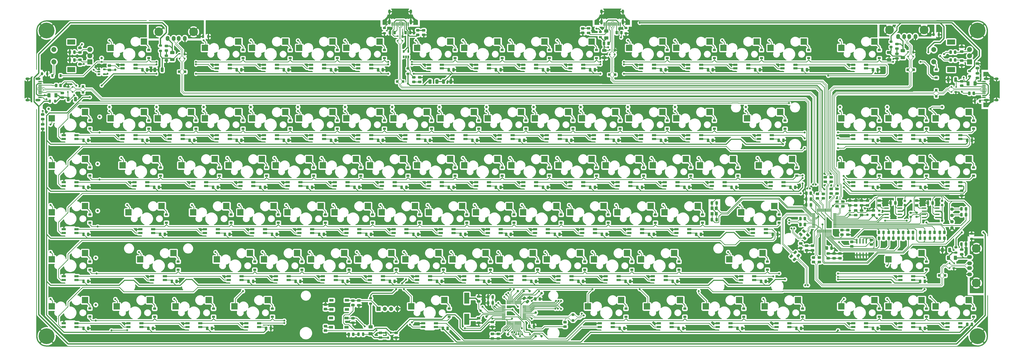
<source format=gbl>
%TF.GenerationSoftware,KiCad,Pcbnew,(5.1.10)-1*%
%TF.CreationDate,2021-11-03T18:39:44-04:00*%
%TF.ProjectId,custom_keyboard (f103_ fe2.1),63757374-6f6d-45f6-9b65-79626f617264,rev?*%
%TF.SameCoordinates,Original*%
%TF.FileFunction,Copper,L2,Bot*%
%TF.FilePolarity,Positive*%
%FSLAX46Y46*%
G04 Gerber Fmt 4.6, Leading zero omitted, Abs format (unit mm)*
G04 Created by KiCad (PCBNEW (5.1.10)-1) date 2021-11-03 18:39:44*
%MOMM*%
%LPD*%
G01*
G04 APERTURE LIST*
%TA.AperFunction,SMDPad,CuDef*%
%ADD10R,1.800000X0.900000*%
%TD*%
%TA.AperFunction,SMDPad,CuDef*%
%ADD11R,2.550000X2.500000*%
%TD*%
%TA.AperFunction,SMDPad,CuDef*%
%ADD12O,0.270000X1.500000*%
%TD*%
%TA.AperFunction,SMDPad,CuDef*%
%ADD13O,1.500000X0.270000*%
%TD*%
%TA.AperFunction,SMDPad,CuDef*%
%ADD14R,0.650000X1.060000*%
%TD*%
%TA.AperFunction,SMDPad,CuDef*%
%ADD15R,1.800000X1.100000*%
%TD*%
%TA.AperFunction,SMDPad,CuDef*%
%ADD16R,1.000000X1.000000*%
%TD*%
%TA.AperFunction,ComponentPad*%
%ADD17C,1.000000*%
%TD*%
%TA.AperFunction,ComponentPad*%
%ADD18O,1.700000X1.700000*%
%TD*%
%TA.AperFunction,ComponentPad*%
%ADD19R,1.700000X1.700000*%
%TD*%
%TA.AperFunction,SMDPad,CuDef*%
%ADD20R,2.000000X4.500000*%
%TD*%
%TA.AperFunction,SMDPad,CuDef*%
%ADD21R,1.200000X0.900000*%
%TD*%
%TA.AperFunction,SMDPad,CuDef*%
%ADD22O,0.588000X2.045000*%
%TD*%
%TA.AperFunction,SMDPad,CuDef*%
%ADD23R,0.700000X1.000000*%
%TD*%
%TA.AperFunction,SMDPad,CuDef*%
%ADD24R,0.700000X0.600000*%
%TD*%
%TA.AperFunction,SMDPad,CuDef*%
%ADD25R,1.000000X0.700000*%
%TD*%
%TA.AperFunction,SMDPad,CuDef*%
%ADD26R,0.600000X0.700000*%
%TD*%
%TA.AperFunction,SMDPad,CuDef*%
%ADD27R,0.800000X0.900000*%
%TD*%
%TA.AperFunction,SMDPad,CuDef*%
%ADD28R,1.060000X0.650000*%
%TD*%
%TA.AperFunction,SMDPad,CuDef*%
%ADD29O,1.950000X0.568000*%
%TD*%
%TA.AperFunction,SMDPad,CuDef*%
%ADD30R,1.450000X0.600000*%
%TD*%
%TA.AperFunction,SMDPad,CuDef*%
%ADD31R,1.450000X0.300000*%
%TD*%
%TA.AperFunction,ComponentPad*%
%ADD32O,2.100000X1.000000*%
%TD*%
%TA.AperFunction,ComponentPad*%
%ADD33O,1.600000X1.000000*%
%TD*%
%TA.AperFunction,ComponentPad*%
%ADD34C,3.500000*%
%TD*%
%TA.AperFunction,ComponentPad*%
%ADD35O,1.500000X2.000000*%
%TD*%
%TA.AperFunction,SMDPad,CuDef*%
%ADD36R,1.200000X1.400000*%
%TD*%
%TA.AperFunction,SMDPad,CuDef*%
%ADD37R,0.600000X1.450000*%
%TD*%
%TA.AperFunction,SMDPad,CuDef*%
%ADD38R,0.300000X1.450000*%
%TD*%
%TA.AperFunction,ComponentPad*%
%ADD39O,1.000000X2.100000*%
%TD*%
%TA.AperFunction,ComponentPad*%
%ADD40O,1.000000X1.600000*%
%TD*%
%TA.AperFunction,ComponentPad*%
%ADD41O,2.000000X1.500000*%
%TD*%
%TA.AperFunction,SMDPad,CuDef*%
%ADD42R,0.900000X1.200000*%
%TD*%
%TA.AperFunction,ComponentPad*%
%ADD43R,2.000000X2.000000*%
%TD*%
%TA.AperFunction,ComponentPad*%
%ADD44C,2.000000*%
%TD*%
%TA.AperFunction,ComponentPad*%
%ADD45R,3.200000X2.000000*%
%TD*%
%TA.AperFunction,ComponentPad*%
%ADD46C,1.397000*%
%TD*%
%TA.AperFunction,ComponentPad*%
%ADD47C,6.400000*%
%TD*%
%TA.AperFunction,ViaPad*%
%ADD48C,0.800000*%
%TD*%
%TA.AperFunction,Conductor*%
%ADD49C,0.250000*%
%TD*%
%TA.AperFunction,Conductor*%
%ADD50C,0.200000*%
%TD*%
%TA.AperFunction,Conductor*%
%ADD51C,0.254000*%
%TD*%
%TA.AperFunction,Conductor*%
%ADD52C,0.381000*%
%TD*%
%TA.AperFunction,Conductor*%
%ADD53C,0.508000*%
%TD*%
%TA.AperFunction,Conductor*%
%ADD54C,0.100000*%
%TD*%
G04 APERTURE END LIST*
D10*
%TO.P,MX14,6*%
%TO.N,+5V*%
X410561800Y-174064400D03*
%TO.P,MX14,5*%
%TO.N,DOUT1*%
X410561800Y-172564400D03*
%TO.P,MX14,4*%
%TO.N,Net-(MX13-Pad5)*%
X405361800Y-174064400D03*
%TO.P,MX14,3*%
%TO.N,GND*%
X405361800Y-172564400D03*
D11*
%TO.P,MX14,2*%
%TO.N,Net-(KD14-Pad2)*%
X413976800Y-163184400D03*
%TO.P,MX14,1*%
%TO.N,COL15*%
X400551800Y-165724400D03*
%TD*%
%TO.P,R27,2*%
%TO.N,BOOT1*%
%TA.AperFunction,SMDPad,CuDef*%
G36*
G01*
X277395000Y-267026899D02*
X277395000Y-267926901D01*
G75*
G02*
X277145001Y-268176900I-249999J0D01*
G01*
X276619999Y-268176900D01*
G75*
G02*
X276370000Y-267926901I0J249999D01*
G01*
X276370000Y-267026899D01*
G75*
G02*
X276619999Y-266776900I249999J0D01*
G01*
X277145001Y-266776900D01*
G75*
G02*
X277395000Y-267026899I0J-249999D01*
G01*
G37*
%TD.AperFunction*%
%TO.P,R27,1*%
%TO.N,GND*%
%TA.AperFunction,SMDPad,CuDef*%
G36*
G01*
X279220000Y-267026899D02*
X279220000Y-267926901D01*
G75*
G02*
X278970001Y-268176900I-249999J0D01*
G01*
X278444999Y-268176900D01*
G75*
G02*
X278195000Y-267926901I0J249999D01*
G01*
X278195000Y-267026899D01*
G75*
G02*
X278444999Y-266776900I249999J0D01*
G01*
X278970001Y-266776900D01*
G75*
G02*
X279220000Y-267026899I0J-249999D01*
G01*
G37*
%TD.AperFunction*%
%TD*%
D10*
%TO.P,MX84,6*%
%TO.N,+5V*%
X308174500Y-278832800D03*
%TO.P,MX84,5*%
%TO.N,Net-(MX84-Pad5)*%
X308174500Y-277332800D03*
%TO.P,MX84,4*%
%TO.N,Net-(MX83-Pad5)*%
X302974500Y-278832800D03*
%TO.P,MX84,3*%
%TO.N,GND*%
X302974500Y-277332800D03*
D11*
%TO.P,MX84,2*%
%TO.N,Net-(KD84-Pad2)*%
X311589500Y-267952800D03*
%TO.P,MX84,1*%
%TO.N,COL10*%
X298164500Y-270492800D03*
%TD*%
%TO.P,R65,2*%
%TO.N,Net-(D12-Pad1)*%
%TA.AperFunction,SMDPad,CuDef*%
G36*
G01*
X229722999Y-178982500D02*
X230623001Y-178982500D01*
G75*
G02*
X230873000Y-179232499I0J-249999D01*
G01*
X230873000Y-179757501D01*
G75*
G02*
X230623001Y-180007500I-249999J0D01*
G01*
X229722999Y-180007500D01*
G75*
G02*
X229473000Y-179757501I0J249999D01*
G01*
X229473000Y-179232499D01*
G75*
G02*
X229722999Y-178982500I249999J0D01*
G01*
G37*
%TD.AperFunction*%
%TO.P,R65,1*%
%TO.N,GND*%
%TA.AperFunction,SMDPad,CuDef*%
G36*
G01*
X229722999Y-177157500D02*
X230623001Y-177157500D01*
G75*
G02*
X230873000Y-177407499I0J-249999D01*
G01*
X230873000Y-177932501D01*
G75*
G02*
X230623001Y-178182500I-249999J0D01*
G01*
X229722999Y-178182500D01*
G75*
G02*
X229473000Y-177932501I0J249999D01*
G01*
X229473000Y-177407499D01*
G75*
G02*
X229722999Y-177157500I249999J0D01*
G01*
G37*
%TD.AperFunction*%
%TD*%
%TO.P,D12,2*%
%TO.N,Net-(D12-Pad2)*%
%TA.AperFunction,SMDPad,CuDef*%
G36*
G01*
X228248150Y-178132500D02*
X227335650Y-178132500D01*
G75*
G02*
X227091900Y-177888750I0J243750D01*
G01*
X227091900Y-177401250D01*
G75*
G02*
X227335650Y-177157500I243750J0D01*
G01*
X228248150Y-177157500D01*
G75*
G02*
X228491900Y-177401250I0J-243750D01*
G01*
X228491900Y-177888750D01*
G75*
G02*
X228248150Y-178132500I-243750J0D01*
G01*
G37*
%TD.AperFunction*%
%TO.P,D12,1*%
%TO.N,Net-(D12-Pad1)*%
%TA.AperFunction,SMDPad,CuDef*%
G36*
G01*
X228248150Y-180007500D02*
X227335650Y-180007500D01*
G75*
G02*
X227091900Y-179763750I0J243750D01*
G01*
X227091900Y-179276250D01*
G75*
G02*
X227335650Y-179032500I243750J0D01*
G01*
X228248150Y-179032500D01*
G75*
G02*
X228491900Y-179276250I0J-243750D01*
G01*
X228491900Y-179763750D01*
G75*
G02*
X228248150Y-180007500I-243750J0D01*
G01*
G37*
%TD.AperFunction*%
%TD*%
%TO.P,R64,2*%
%TO.N,Net-(D11-Pad1)*%
%TA.AperFunction,SMDPad,CuDef*%
G36*
G01*
X202793500Y-282258501D02*
X202793500Y-281358499D01*
G75*
G02*
X203043499Y-281108500I249999J0D01*
G01*
X203568501Y-281108500D01*
G75*
G02*
X203818500Y-281358499I0J-249999D01*
G01*
X203818500Y-282258501D01*
G75*
G02*
X203568501Y-282508500I-249999J0D01*
G01*
X203043499Y-282508500D01*
G75*
G02*
X202793500Y-282258501I0J249999D01*
G01*
G37*
%TD.AperFunction*%
%TO.P,R64,1*%
%TO.N,GND*%
%TA.AperFunction,SMDPad,CuDef*%
G36*
G01*
X200968500Y-282258501D02*
X200968500Y-281358499D01*
G75*
G02*
X201218499Y-281108500I249999J0D01*
G01*
X201743501Y-281108500D01*
G75*
G02*
X201993500Y-281358499I0J-249999D01*
G01*
X201993500Y-282258501D01*
G75*
G02*
X201743501Y-282508500I-249999J0D01*
G01*
X201218499Y-282508500D01*
G75*
G02*
X200968500Y-282258501I0J249999D01*
G01*
G37*
%TD.AperFunction*%
%TD*%
%TO.P,D11,2*%
%TO.N,KEYBOARD_5V*%
%TA.AperFunction,SMDPad,CuDef*%
G36*
G01*
X206812000Y-282219750D02*
X206812000Y-281307250D01*
G75*
G02*
X207055750Y-281063500I243750J0D01*
G01*
X207543250Y-281063500D01*
G75*
G02*
X207787000Y-281307250I0J-243750D01*
G01*
X207787000Y-282219750D01*
G75*
G02*
X207543250Y-282463500I-243750J0D01*
G01*
X207055750Y-282463500D01*
G75*
G02*
X206812000Y-282219750I0J243750D01*
G01*
G37*
%TD.AperFunction*%
%TO.P,D11,1*%
%TO.N,Net-(D11-Pad1)*%
%TA.AperFunction,SMDPad,CuDef*%
G36*
G01*
X204937000Y-282219750D02*
X204937000Y-281307250D01*
G75*
G02*
X205180750Y-281063500I243750J0D01*
G01*
X205668250Y-281063500D01*
G75*
G02*
X205912000Y-281307250I0J-243750D01*
G01*
X205912000Y-282219750D01*
G75*
G02*
X205668250Y-282463500I-243750J0D01*
G01*
X205180750Y-282463500D01*
G75*
G02*
X204937000Y-282219750I0J243750D01*
G01*
G37*
%TD.AperFunction*%
%TD*%
D10*
%TO.P,MX64,6*%
%TO.N,+5V*%
X370083100Y-240735200D03*
%TO.P,MX64,5*%
%TO.N,DOUT4*%
X370083100Y-239235200D03*
%TO.P,MX64,4*%
%TO.N,Net-(MX63-Pad5)*%
X364883100Y-240735200D03*
%TO.P,MX64,3*%
%TO.N,GND*%
X364883100Y-239235200D03*
D11*
%TO.P,MX64,2*%
%TO.N,Net-(KD64-Pad2)*%
X373498100Y-229855200D03*
%TO.P,MX64,1*%
%TO.N,COL14*%
X360073100Y-232395200D03*
%TD*%
D12*
%TO.P,FE2.1,1*%
%TO.N,HUB_DRV*%
X396425200Y-239978900D03*
%TO.P,FE2.1,2*%
%TO.N,HUB_SDA*%
X395925200Y-239978900D03*
%TO.P,FE2.1,3*%
%TO.N,HUB_LED1*%
X395425200Y-239978900D03*
%TO.P,FE2.1,4*%
%TO.N,HUB_LED2*%
X394925200Y-239978900D03*
%TO.P,FE2.1,5*%
%TO.N,HUB_LED3*%
X394425200Y-239978900D03*
%TO.P,FE2.1,6*%
%TO.N,+1V8*%
X393925200Y-239978900D03*
%TO.P,FE2.1,7*%
%TO.N,HUB_LED4*%
X393425200Y-239978900D03*
%TO.P,FE2.1,8*%
%TO.N,+5V*%
X392925200Y-239978900D03*
%TO.P,FE2.1,9*%
%TO.N,+3V3*%
X392425200Y-239978900D03*
%TO.P,FE2.1,10*%
%TO.N,GND*%
X391925200Y-239978900D03*
%TO.P,FE2.1,11*%
%TO.N,HUB_PORT4_D-*%
X391425200Y-239978900D03*
%TO.P,FE2.1,12*%
%TO.N,HUB_PORT4_D+*%
X390925200Y-239978900D03*
D13*
%TO.P,FE2.1,13*%
%TO.N,HUB_PORT3_D-*%
X389425200Y-238478900D03*
%TO.P,FE2.1,14*%
%TO.N,HUB_PORT3_D+*%
X389425200Y-237978900D03*
%TO.P,FE2.1,15*%
%TO.N,+3V3*%
X389425200Y-237478900D03*
%TO.P,FE2.1,16*%
%TO.N,HUB_PORT2_D-*%
X389425200Y-236978900D03*
%TO.P,FE2.1,17*%
%TO.N,HUB_PORT2_D+*%
X389425200Y-236478900D03*
%TO.P,FE2.1,18*%
%TO.N,HUB_PORT1_D-*%
X389425200Y-235978900D03*
%TO.P,FE2.1,19*%
%TO.N,HUB_PORT1_D+*%
X389425200Y-235478900D03*
%TO.P,FE2.1,20*%
%TO.N,+3V3*%
X389425200Y-234978900D03*
%TO.P,FE2.1,21*%
X389425200Y-234478900D03*
%TO.P,FE2.1,22*%
%TO.N,HUB_XIN*%
X389425200Y-233978900D03*
%TO.P,FE2.1,23*%
%TO.N,HUB_XOUT*%
X389425200Y-233478900D03*
%TO.P,FE2.1,24*%
%TO.N,GND*%
X389425200Y-232978900D03*
D12*
%TO.P,FE2.1,25*%
%TO.N,+1V8*%
X390925200Y-231478900D03*
%TO.P,FE2.1,26*%
%TO.N,+3V3*%
X391425200Y-231478900D03*
%TO.P,FE2.1,27*%
%TO.N,Net-(FE2.1-Pad27)*%
X391925200Y-231478900D03*
%TO.P,FE2.1,28*%
%TO.N,+1V8*%
X392425200Y-231478900D03*
%TO.P,FE2.1,29*%
%TO.N,HUB_D-*%
X392925200Y-231478900D03*
%TO.P,FE2.1,30*%
%TO.N,HUB_D+*%
X393425200Y-231478900D03*
%TO.P,FE2.1,31*%
%TO.N,+3V3*%
X393925200Y-231478900D03*
%TO.P,FE2.1,32*%
%TO.N,HUB_PORT5_D-*%
X394425200Y-231478900D03*
%TO.P,FE2.1,33*%
%TO.N,HUB_PORT5_D+*%
X394925200Y-231478900D03*
%TO.P,FE2.1,34*%
%TO.N,HUB_PORT6_D-*%
X395425200Y-231478900D03*
%TO.P,FE2.1,35*%
%TO.N,HUB_PORT6_D+*%
X395925200Y-231478900D03*
%TO.P,FE2.1,36*%
%TO.N,+3V3*%
X396425200Y-231478900D03*
D13*
%TO.P,FE2.1,37*%
%TO.N,HUB_PORT7_D-*%
X397925200Y-232978900D03*
%TO.P,FE2.1,38*%
%TO.N,HUB_PORT7_D+*%
X397925200Y-233478900D03*
%TO.P,FE2.1,39*%
%TO.N,GND*%
X397925200Y-233978900D03*
%TO.P,FE2.1,40*%
%TO.N,XRSTJ*%
X397925200Y-234478900D03*
%TO.P,FE2.1,41*%
%TO.N,VBUSM*%
X397925200Y-234978900D03*
%TO.P,FE2.1,42*%
%TO.N,+3V3*%
X397925200Y-235478900D03*
%TO.P,FE2.1,43*%
%TO.N,OVCJ5*%
X397925200Y-235978900D03*
%TO.P,FE2.1,44*%
%TO.N,PWRJ*%
X397925200Y-236478900D03*
%TO.P,FE2.1,45*%
%TO.N,OVCJ1*%
X397925200Y-236978900D03*
%TO.P,FE2.1,46*%
%TO.N,HUB_LED7*%
X397925200Y-237478900D03*
%TO.P,FE2.1,47*%
%TO.N,HUB_LED6*%
X397925200Y-237978900D03*
%TO.P,FE2.1,48*%
%TO.N,HUB_LED5*%
X397925200Y-238478900D03*
%TD*%
%TO.P,R24,2*%
%TO.N,Net-(R24-Pad2)*%
%TA.AperFunction,SMDPad,CuDef*%
G36*
G01*
X191625399Y-271051700D02*
X192525401Y-271051700D01*
G75*
G02*
X192775400Y-271301699I0J-249999D01*
G01*
X192775400Y-271826701D01*
G75*
G02*
X192525401Y-272076700I-249999J0D01*
G01*
X191625399Y-272076700D01*
G75*
G02*
X191375400Y-271826701I0J249999D01*
G01*
X191375400Y-271301699D01*
G75*
G02*
X191625399Y-271051700I249999J0D01*
G01*
G37*
%TD.AperFunction*%
%TO.P,R24,1*%
%TO.N,GND*%
%TA.AperFunction,SMDPad,CuDef*%
G36*
G01*
X191625399Y-269226700D02*
X192525401Y-269226700D01*
G75*
G02*
X192775400Y-269476699I0J-249999D01*
G01*
X192775400Y-270001701D01*
G75*
G02*
X192525401Y-270251700I-249999J0D01*
G01*
X191625399Y-270251700D01*
G75*
G02*
X191375400Y-270001701I0J249999D01*
G01*
X191375400Y-269476699D01*
G75*
G02*
X191625399Y-269226700I249999J0D01*
G01*
G37*
%TD.AperFunction*%
%TD*%
%TO.P,R25,2*%
%TO.N,GND*%
%TA.AperFunction,SMDPad,CuDef*%
G36*
G01*
X202737199Y-276607600D02*
X203637201Y-276607600D01*
G75*
G02*
X203887200Y-276857599I0J-249999D01*
G01*
X203887200Y-277382601D01*
G75*
G02*
X203637201Y-277632600I-249999J0D01*
G01*
X202737199Y-277632600D01*
G75*
G02*
X202487200Y-277382601I0J249999D01*
G01*
X202487200Y-276857599D01*
G75*
G02*
X202737199Y-276607600I249999J0D01*
G01*
G37*
%TD.AperFunction*%
%TO.P,R25,1*%
%TO.N,BOOT0*%
%TA.AperFunction,SMDPad,CuDef*%
G36*
G01*
X202737199Y-274782600D02*
X203637201Y-274782600D01*
G75*
G02*
X203887200Y-275032599I0J-249999D01*
G01*
X203887200Y-275557601D01*
G75*
G02*
X203637201Y-275807600I-249999J0D01*
G01*
X202737199Y-275807600D01*
G75*
G02*
X202487200Y-275557601I0J249999D01*
G01*
X202487200Y-275032599D01*
G75*
G02*
X202737199Y-274782600I249999J0D01*
G01*
G37*
%TD.AperFunction*%
%TD*%
%TO.P,R19,2*%
%TO.N,Net-(R19-Pad2)*%
%TA.AperFunction,SMDPad,CuDef*%
G36*
G01*
X192525401Y-278982400D02*
X191625399Y-278982400D01*
G75*
G02*
X191375400Y-278732401I0J249999D01*
G01*
X191375400Y-278207399D01*
G75*
G02*
X191625399Y-277957400I249999J0D01*
G01*
X192525401Y-277957400D01*
G75*
G02*
X192775400Y-278207399I0J-249999D01*
G01*
X192775400Y-278732401D01*
G75*
G02*
X192525401Y-278982400I-249999J0D01*
G01*
G37*
%TD.AperFunction*%
%TO.P,R19,1*%
%TO.N,+3V3*%
%TA.AperFunction,SMDPad,CuDef*%
G36*
G01*
X192525401Y-280807400D02*
X191625399Y-280807400D01*
G75*
G02*
X191375400Y-280557401I0J249999D01*
G01*
X191375400Y-280032399D01*
G75*
G02*
X191625399Y-279782400I249999J0D01*
G01*
X192525401Y-279782400D01*
G75*
G02*
X192775400Y-280032399I0J-249999D01*
G01*
X192775400Y-280557401D01*
G75*
G02*
X192525401Y-280807400I-249999J0D01*
G01*
G37*
%TD.AperFunction*%
%TD*%
%TO.P,R56,2*%
%TO.N,Net-(R56-Pad2)*%
%TA.AperFunction,SMDPad,CuDef*%
G36*
G01*
X453602700Y-184588401D02*
X453602700Y-183688399D01*
G75*
G02*
X453852699Y-183438400I249999J0D01*
G01*
X454377701Y-183438400D01*
G75*
G02*
X454627700Y-183688399I0J-249999D01*
G01*
X454627700Y-184588401D01*
G75*
G02*
X454377701Y-184838400I-249999J0D01*
G01*
X453852699Y-184838400D01*
G75*
G02*
X453602700Y-184588401I0J249999D01*
G01*
G37*
%TD.AperFunction*%
%TO.P,R56,1*%
%TO.N,Net-(C30-Pad1)*%
%TA.AperFunction,SMDPad,CuDef*%
G36*
G01*
X451777700Y-184588401D02*
X451777700Y-183688399D01*
G75*
G02*
X452027699Y-183438400I249999J0D01*
G01*
X452552701Y-183438400D01*
G75*
G02*
X452802700Y-183688399I0J-249999D01*
G01*
X452802700Y-184588401D01*
G75*
G02*
X452552701Y-184838400I-249999J0D01*
G01*
X452027699Y-184838400D01*
G75*
G02*
X451777700Y-184588401I0J249999D01*
G01*
G37*
%TD.AperFunction*%
%TD*%
%TO.P,R50,2*%
%TO.N,Net-(R50-Pad2)*%
%TA.AperFunction,SMDPad,CuDef*%
G36*
G01*
X448784199Y-180569900D02*
X449684201Y-180569900D01*
G75*
G02*
X449934200Y-180819899I0J-249999D01*
G01*
X449934200Y-181344901D01*
G75*
G02*
X449684201Y-181594900I-249999J0D01*
G01*
X448784199Y-181594900D01*
G75*
G02*
X448534200Y-181344901I0J249999D01*
G01*
X448534200Y-180819899D01*
G75*
G02*
X448784199Y-180569900I249999J0D01*
G01*
G37*
%TD.AperFunction*%
%TO.P,R50,1*%
%TO.N,Net-(C30-Pad1)*%
%TA.AperFunction,SMDPad,CuDef*%
G36*
G01*
X448784199Y-178744900D02*
X449684201Y-178744900D01*
G75*
G02*
X449934200Y-178994899I0J-249999D01*
G01*
X449934200Y-179519901D01*
G75*
G02*
X449684201Y-179769900I-249999J0D01*
G01*
X448784199Y-179769900D01*
G75*
G02*
X448534200Y-179519901I0J249999D01*
G01*
X448534200Y-178994899D01*
G75*
G02*
X448784199Y-178744900I249999J0D01*
G01*
G37*
%TD.AperFunction*%
%TD*%
%TO.P,R14,2*%
%TO.N,Net-(R14-Pad2)*%
%TA.AperFunction,SMDPad,CuDef*%
G36*
G01*
X83732200Y-180513599D02*
X83732200Y-181413601D01*
G75*
G02*
X83482201Y-181663600I-249999J0D01*
G01*
X82957199Y-181663600D01*
G75*
G02*
X82707200Y-181413601I0J249999D01*
G01*
X82707200Y-180513599D01*
G75*
G02*
X82957199Y-180263600I249999J0D01*
G01*
X83482201Y-180263600D01*
G75*
G02*
X83732200Y-180513599I0J-249999D01*
G01*
G37*
%TD.AperFunction*%
%TO.P,R14,1*%
%TO.N,Net-(C6-Pad1)*%
%TA.AperFunction,SMDPad,CuDef*%
G36*
G01*
X85557200Y-180513599D02*
X85557200Y-181413601D01*
G75*
G02*
X85307201Y-181663600I-249999J0D01*
G01*
X84782199Y-181663600D01*
G75*
G02*
X84532200Y-181413601I0J249999D01*
G01*
X84532200Y-180513599D01*
G75*
G02*
X84782199Y-180263600I249999J0D01*
G01*
X85307201Y-180263600D01*
G75*
G02*
X85557200Y-180513599I0J-249999D01*
G01*
G37*
%TD.AperFunction*%
%TD*%
%TO.P,R7,2*%
%TO.N,Net-(R7-Pad2)*%
%TA.AperFunction,SMDPad,CuDef*%
G36*
G01*
X86169601Y-184532100D02*
X85269599Y-184532100D01*
G75*
G02*
X85019600Y-184282101I0J249999D01*
G01*
X85019600Y-183757099D01*
G75*
G02*
X85269599Y-183507100I249999J0D01*
G01*
X86169601Y-183507100D01*
G75*
G02*
X86419600Y-183757099I0J-249999D01*
G01*
X86419600Y-184282101D01*
G75*
G02*
X86169601Y-184532100I-249999J0D01*
G01*
G37*
%TD.AperFunction*%
%TO.P,R7,1*%
%TO.N,Net-(C6-Pad1)*%
%TA.AperFunction,SMDPad,CuDef*%
G36*
G01*
X86169601Y-186357100D02*
X85269599Y-186357100D01*
G75*
G02*
X85019600Y-186107101I0J249999D01*
G01*
X85019600Y-185582099D01*
G75*
G02*
X85269599Y-185332100I249999J0D01*
G01*
X86169601Y-185332100D01*
G75*
G02*
X86419600Y-185582099I0J-249999D01*
G01*
X86419600Y-186107101D01*
G75*
G02*
X86169601Y-186357100I-249999J0D01*
G01*
G37*
%TD.AperFunction*%
%TD*%
%TO.P,R22,2*%
%TO.N,KEYBOARD_RESET*%
%TA.AperFunction,SMDPad,CuDef*%
G36*
G01*
X203637201Y-268664300D02*
X202737199Y-268664300D01*
G75*
G02*
X202487200Y-268414301I0J249999D01*
G01*
X202487200Y-267889299D01*
G75*
G02*
X202737199Y-267639300I249999J0D01*
G01*
X203637201Y-267639300D01*
G75*
G02*
X203887200Y-267889299I0J-249999D01*
G01*
X203887200Y-268414301D01*
G75*
G02*
X203637201Y-268664300I-249999J0D01*
G01*
G37*
%TD.AperFunction*%
%TO.P,R22,1*%
%TO.N,+3V3*%
%TA.AperFunction,SMDPad,CuDef*%
G36*
G01*
X203637201Y-270489300D02*
X202737199Y-270489300D01*
G75*
G02*
X202487200Y-270239301I0J249999D01*
G01*
X202487200Y-269714299D01*
G75*
G02*
X202737199Y-269464300I249999J0D01*
G01*
X203637201Y-269464300D01*
G75*
G02*
X203887200Y-269714299I0J-249999D01*
G01*
X203887200Y-270239301D01*
G75*
G02*
X203637201Y-270489300I-249999J0D01*
G01*
G37*
%TD.AperFunction*%
%TD*%
D14*
%TO.P,U1,5*%
%TO.N,VBUS*%
X225567100Y-167164400D03*
%TO.P,U1,4*%
X223667100Y-167164400D03*
%TO.P,U1,3*%
%TO.N,Net-(U1-Pad3)*%
X223667100Y-169364400D03*
%TO.P,U1,2*%
%TO.N,GND*%
X224617100Y-169364400D03*
%TO.P,U1,1*%
%TO.N,Net-(D12-Pad2)*%
X225567100Y-169364400D03*
%TD*%
D15*
%TO.P,SW2,4*%
%TO.N,N/C*%
X200562400Y-278933500D03*
%TO.P,SW2,3*%
X194362400Y-275233500D03*
%TO.P,SW2,2*%
%TO.N,BOOT0*%
X200562400Y-275233500D03*
%TO.P,SW2,1*%
%TO.N,Net-(R19-Pad2)*%
X194362400Y-278933500D03*
%TD*%
%TO.P,F1,2*%
%TO.N,+5V*%
%TA.AperFunction,SMDPad,CuDef*%
G36*
G01*
X236503900Y-180001200D02*
X236503900Y-178751200D01*
G75*
G02*
X236753900Y-178501200I250000J0D01*
G01*
X237503900Y-178501200D01*
G75*
G02*
X237753900Y-178751200I0J-250000D01*
G01*
X237753900Y-180001200D01*
G75*
G02*
X237503900Y-180251200I-250000J0D01*
G01*
X236753900Y-180251200D01*
G75*
G02*
X236503900Y-180001200I0J250000D01*
G01*
G37*
%TD.AperFunction*%
%TO.P,F1,1*%
%TA.AperFunction,SMDPad,CuDef*%
G36*
G01*
X233703900Y-180001200D02*
X233703900Y-178751200D01*
G75*
G02*
X233953900Y-178501200I250000J0D01*
G01*
X234703900Y-178501200D01*
G75*
G02*
X234953900Y-178751200I0J-250000D01*
G01*
X234953900Y-180001200D01*
G75*
G02*
X234703900Y-180251200I-250000J0D01*
G01*
X233953900Y-180251200D01*
G75*
G02*
X233703900Y-180001200I0J250000D01*
G01*
G37*
%TD.AperFunction*%
%TD*%
%TO.P,R36,2*%
%TO.N,Net-(R36-Pad2)*%
%TA.AperFunction,SMDPad,CuDef*%
G36*
G01*
X310333550Y-159083699D02*
X310333550Y-159983701D01*
G75*
G02*
X310083551Y-160233700I-249999J0D01*
G01*
X309558549Y-160233700D01*
G75*
G02*
X309308550Y-159983701I0J249999D01*
G01*
X309308550Y-159083699D01*
G75*
G02*
X309558549Y-158833700I249999J0D01*
G01*
X310083551Y-158833700D01*
G75*
G02*
X310333550Y-159083699I0J-249999D01*
G01*
G37*
%TD.AperFunction*%
%TO.P,R36,1*%
%TO.N,Net-(C17-Pad1)*%
%TA.AperFunction,SMDPad,CuDef*%
G36*
G01*
X312158550Y-159083699D02*
X312158550Y-159983701D01*
G75*
G02*
X311908551Y-160233700I-249999J0D01*
G01*
X311383549Y-160233700D01*
G75*
G02*
X311133550Y-159983701I0J249999D01*
G01*
X311133550Y-159083699D01*
G75*
G02*
X311383549Y-158833700I249999J0D01*
G01*
X311908551Y-158833700D01*
G75*
G02*
X312158550Y-159083699I0J-249999D01*
G01*
G37*
%TD.AperFunction*%
%TD*%
%TO.P,R33,2*%
%TO.N,Net-(R33-Pad2)*%
%TA.AperFunction,SMDPad,CuDef*%
G36*
G01*
X305974500Y-164349051D02*
X305974500Y-163449049D01*
G75*
G02*
X306224499Y-163199050I249999J0D01*
G01*
X306749501Y-163199050D01*
G75*
G02*
X306999500Y-163449049I0J-249999D01*
G01*
X306999500Y-164349051D01*
G75*
G02*
X306749501Y-164599050I-249999J0D01*
G01*
X306224499Y-164599050D01*
G75*
G02*
X305974500Y-164349051I0J249999D01*
G01*
G37*
%TD.AperFunction*%
%TO.P,R33,1*%
%TO.N,Net-(C17-Pad1)*%
%TA.AperFunction,SMDPad,CuDef*%
G36*
G01*
X304149500Y-164349051D02*
X304149500Y-163449049D01*
G75*
G02*
X304399499Y-163199050I249999J0D01*
G01*
X304924501Y-163199050D01*
G75*
G02*
X305174500Y-163449049I0J-249999D01*
G01*
X305174500Y-164349051D01*
G75*
G02*
X304924501Y-164599050I-249999J0D01*
G01*
X304399499Y-164599050D01*
G75*
G02*
X304149500Y-164349051I0J249999D01*
G01*
G37*
%TD.AperFunction*%
%TD*%
D16*
%TO.P,D+6,1*%
%TO.N,Net-(D+6-Pad1)*%
X429788550Y-174614000D03*
%TD*%
D10*
%TO.P,MX83,6*%
%TO.N,+5V*%
X236741500Y-278832800D03*
%TO.P,MX83,5*%
%TO.N,Net-(MX83-Pad5)*%
X236741500Y-277332800D03*
%TO.P,MX83,4*%
%TO.N,Net-(MX82-Pad5)*%
X231541500Y-278832800D03*
%TO.P,MX83,3*%
%TO.N,GND*%
X231541500Y-277332800D03*
D11*
%TO.P,MX83,2*%
%TO.N,Net-(KD83-Pad2)*%
X240156500Y-267952800D03*
%TO.P,MX83,1*%
%TO.N,COL6*%
X226731500Y-270492800D03*
%TD*%
D16*
%TO.P,KD-1,1*%
%TO.N,KEYBOARD_D+*%
X292081600Y-276207600D03*
%TD*%
%TO.P,KD+1,1*%
%TO.N,KEYBOARD_D-*%
X292081600Y-273826500D03*
%TD*%
%TO.P,D+7,1*%
%TO.N,Net-(D+7-Pad1)*%
X438916100Y-185328950D03*
%TD*%
%TO.P,D-7,1*%
%TO.N,Net-(D-7-Pad1)*%
X438916100Y-182947850D03*
%TD*%
%TO.P,D-6,1*%
%TO.N,Net-(D-6-Pad1)*%
X427407450Y-174614000D03*
%TD*%
%TO.P,D+5,1*%
%TO.N,Net-(D+5-Pad1)*%
X309146150Y-176598250D03*
%TD*%
%TO.P,D-5,1*%
%TO.N,Net-(D-5-Pad1)*%
X306765050Y-176598250D03*
%TD*%
%TO.P,D-4,1*%
%TO.N,Net-(D-4-Pad1)*%
X440106650Y-257952500D03*
%TD*%
%TO.P,D+4,1*%
%TO.N,Net-(D+4-Pad1)*%
X442487750Y-257952500D03*
%TD*%
%TO.P,D+2,1*%
%TO.N,Net-(D+2-Pad1)*%
X94053450Y-181360450D03*
%TD*%
%TO.P,D-2,1*%
%TO.N,Net-(D-2-Pad1)*%
X94053450Y-183741550D03*
%TD*%
%TO.P,D-3,1*%
%TO.N,Net-(D-3-Pad1)*%
X132944750Y-175407700D03*
%TD*%
%TO.P,D+3,1*%
%TO.N,Net-(D+3-Pad1)*%
X135325850Y-175407700D03*
%TD*%
%TO.P,D+1,1*%
%TO.N,Net-(D+1-Pad1)*%
X223426550Y-179376200D03*
%TD*%
%TO.P,D-1,1*%
%TO.N,Net-(D-1-Pad1)*%
X221045450Y-179376200D03*
%TD*%
D17*
%TO.P,BOOT1,1*%
%TO.N,BOOT1*%
X279382400Y-265095800D03*
%TD*%
%TO.P,BOOT0,1*%
%TO.N,BOOT0*%
X265889500Y-281763500D03*
%TD*%
D18*
%TO.P,J1,4*%
%TO.N,GND*%
X221125300Y-271445400D03*
%TO.P,J1,3*%
%TO.N,SWCLK*%
X218585300Y-271445400D03*
%TO.P,J1,2*%
%TO.N,SWDIO*%
X216045300Y-271445400D03*
D19*
%TO.P,J1,1*%
%TO.N,KEYBOARD_RESET*%
X213505300Y-271445400D03*
%TD*%
%TO.P,C13,2*%
%TO.N,GND*%
%TA.AperFunction,SMDPad,CuDef*%
G36*
G01*
X205093300Y-269514300D02*
X206043300Y-269514300D01*
G75*
G02*
X206293300Y-269764300I0J-250000D01*
G01*
X206293300Y-270264300D01*
G75*
G02*
X206043300Y-270514300I-250000J0D01*
G01*
X205093300Y-270514300D01*
G75*
G02*
X204843300Y-270264300I0J250000D01*
G01*
X204843300Y-269764300D01*
G75*
G02*
X205093300Y-269514300I250000J0D01*
G01*
G37*
%TD.AperFunction*%
%TO.P,C13,1*%
%TO.N,KEYBOARD_RESET*%
%TA.AperFunction,SMDPad,CuDef*%
G36*
G01*
X205093300Y-267614300D02*
X206043300Y-267614300D01*
G75*
G02*
X206293300Y-267864300I0J-250000D01*
G01*
X206293300Y-268364300D01*
G75*
G02*
X206043300Y-268614300I-250000J0D01*
G01*
X205093300Y-268614300D01*
G75*
G02*
X204843300Y-268364300I0J250000D01*
G01*
X204843300Y-267864300D01*
G75*
G02*
X205093300Y-267614300I250000J0D01*
G01*
G37*
%TD.AperFunction*%
%TD*%
D17*
%TO.P,X2,1*%
%TO.N,KEYBOARD_XTAL2*%
X254777700Y-272239100D03*
%TD*%
%TO.P,X1,1*%
%TO.N,KEYBOARD_XTAL1*%
X257158800Y-274620200D03*
%TD*%
%TO.P,C18,2*%
%TO.N,GND*%
%TA.AperFunction,SMDPad,CuDef*%
G36*
G01*
X259064900Y-278245000D02*
X260014900Y-278245000D01*
G75*
G02*
X260264900Y-278495000I0J-250000D01*
G01*
X260264900Y-278995000D01*
G75*
G02*
X260014900Y-279245000I-250000J0D01*
G01*
X259064900Y-279245000D01*
G75*
G02*
X258814900Y-278995000I0J250000D01*
G01*
X258814900Y-278495000D01*
G75*
G02*
X259064900Y-278245000I250000J0D01*
G01*
G37*
%TD.AperFunction*%
%TO.P,C18,1*%
%TO.N,+3V3*%
%TA.AperFunction,SMDPad,CuDef*%
G36*
G01*
X259064900Y-276345000D02*
X260014900Y-276345000D01*
G75*
G02*
X260264900Y-276595000I0J-250000D01*
G01*
X260264900Y-277095000D01*
G75*
G02*
X260014900Y-277345000I-250000J0D01*
G01*
X259064900Y-277345000D01*
G75*
G02*
X258814900Y-277095000I0J250000D01*
G01*
X258814900Y-276595000D01*
G75*
G02*
X259064900Y-276345000I250000J0D01*
G01*
G37*
%TD.AperFunction*%
%TD*%
D20*
%TO.P,Y2,2*%
%TO.N,KEYBOARD_XTAL2*%
X249221800Y-267195400D03*
%TO.P,Y2,1*%
%TO.N,KEYBOARD_XTAL1*%
X249221800Y-275695400D03*
%TD*%
%TO.P,STM32,48*%
%TO.N,+3V3*%
%TA.AperFunction,SMDPad,CuDef*%
G36*
G01*
X265370600Y-277857800D02*
X265370600Y-276532800D01*
G75*
G02*
X265445600Y-276457800I75000J0D01*
G01*
X265595600Y-276457800D01*
G75*
G02*
X265670600Y-276532800I0J-75000D01*
G01*
X265670600Y-277857800D01*
G75*
G02*
X265595600Y-277932800I-75000J0D01*
G01*
X265445600Y-277932800D01*
G75*
G02*
X265370600Y-277857800I0J75000D01*
G01*
G37*
%TD.AperFunction*%
%TO.P,STM32,47*%
%TO.N,GND*%
%TA.AperFunction,SMDPad,CuDef*%
G36*
G01*
X265870600Y-277857800D02*
X265870600Y-276532800D01*
G75*
G02*
X265945600Y-276457800I75000J0D01*
G01*
X266095600Y-276457800D01*
G75*
G02*
X266170600Y-276532800I0J-75000D01*
G01*
X266170600Y-277857800D01*
G75*
G02*
X266095600Y-277932800I-75000J0D01*
G01*
X265945600Y-277932800D01*
G75*
G02*
X265870600Y-277857800I0J75000D01*
G01*
G37*
%TD.AperFunction*%
%TO.P,STM32,46*%
%TO.N,ROT1_ROW*%
%TA.AperFunction,SMDPad,CuDef*%
G36*
G01*
X266370600Y-277857800D02*
X266370600Y-276532800D01*
G75*
G02*
X266445600Y-276457800I75000J0D01*
G01*
X266595600Y-276457800D01*
G75*
G02*
X266670600Y-276532800I0J-75000D01*
G01*
X266670600Y-277857800D01*
G75*
G02*
X266595600Y-277932800I-75000J0D01*
G01*
X266445600Y-277932800D01*
G75*
G02*
X266370600Y-277857800I0J75000D01*
G01*
G37*
%TD.AperFunction*%
%TO.P,STM32,45*%
%TO.N,ROW1*%
%TA.AperFunction,SMDPad,CuDef*%
G36*
G01*
X266870600Y-277857800D02*
X266870600Y-276532800D01*
G75*
G02*
X266945600Y-276457800I75000J0D01*
G01*
X267095600Y-276457800D01*
G75*
G02*
X267170600Y-276532800I0J-75000D01*
G01*
X267170600Y-277857800D01*
G75*
G02*
X267095600Y-277932800I-75000J0D01*
G01*
X266945600Y-277932800D01*
G75*
G02*
X266870600Y-277857800I0J75000D01*
G01*
G37*
%TD.AperFunction*%
%TO.P,STM32,44*%
%TO.N,BOOT0*%
%TA.AperFunction,SMDPad,CuDef*%
G36*
G01*
X267370600Y-277857800D02*
X267370600Y-276532800D01*
G75*
G02*
X267445600Y-276457800I75000J0D01*
G01*
X267595600Y-276457800D01*
G75*
G02*
X267670600Y-276532800I0J-75000D01*
G01*
X267670600Y-277857800D01*
G75*
G02*
X267595600Y-277932800I-75000J0D01*
G01*
X267445600Y-277932800D01*
G75*
G02*
X267370600Y-277857800I0J75000D01*
G01*
G37*
%TD.AperFunction*%
%TO.P,STM32,43*%
%TO.N,KEYBOARD_SDA*%
%TA.AperFunction,SMDPad,CuDef*%
G36*
G01*
X267870600Y-277857800D02*
X267870600Y-276532800D01*
G75*
G02*
X267945600Y-276457800I75000J0D01*
G01*
X268095600Y-276457800D01*
G75*
G02*
X268170600Y-276532800I0J-75000D01*
G01*
X268170600Y-277857800D01*
G75*
G02*
X268095600Y-277932800I-75000J0D01*
G01*
X267945600Y-277932800D01*
G75*
G02*
X267870600Y-277857800I0J75000D01*
G01*
G37*
%TD.AperFunction*%
%TO.P,STM32,42*%
%TO.N,KEYBOARD_SCL*%
%TA.AperFunction,SMDPad,CuDef*%
G36*
G01*
X268370600Y-277857800D02*
X268370600Y-276532800D01*
G75*
G02*
X268445600Y-276457800I75000J0D01*
G01*
X268595600Y-276457800D01*
G75*
G02*
X268670600Y-276532800I0J-75000D01*
G01*
X268670600Y-277857800D01*
G75*
G02*
X268595600Y-277932800I-75000J0D01*
G01*
X268445600Y-277932800D01*
G75*
G02*
X268370600Y-277857800I0J75000D01*
G01*
G37*
%TD.AperFunction*%
%TO.P,STM32,41*%
%TO.N,ROW2*%
%TA.AperFunction,SMDPad,CuDef*%
G36*
G01*
X268870600Y-277857800D02*
X268870600Y-276532800D01*
G75*
G02*
X268945600Y-276457800I75000J0D01*
G01*
X269095600Y-276457800D01*
G75*
G02*
X269170600Y-276532800I0J-75000D01*
G01*
X269170600Y-277857800D01*
G75*
G02*
X269095600Y-277932800I-75000J0D01*
G01*
X268945600Y-277932800D01*
G75*
G02*
X268870600Y-277857800I0J75000D01*
G01*
G37*
%TD.AperFunction*%
%TO.P,STM32,40*%
%TO.N,ROW3*%
%TA.AperFunction,SMDPad,CuDef*%
G36*
G01*
X269370600Y-277857800D02*
X269370600Y-276532800D01*
G75*
G02*
X269445600Y-276457800I75000J0D01*
G01*
X269595600Y-276457800D01*
G75*
G02*
X269670600Y-276532800I0J-75000D01*
G01*
X269670600Y-277857800D01*
G75*
G02*
X269595600Y-277932800I-75000J0D01*
G01*
X269445600Y-277932800D01*
G75*
G02*
X269370600Y-277857800I0J75000D01*
G01*
G37*
%TD.AperFunction*%
%TO.P,STM32,39*%
%TO.N,ROW4*%
%TA.AperFunction,SMDPad,CuDef*%
G36*
G01*
X269870600Y-277857800D02*
X269870600Y-276532800D01*
G75*
G02*
X269945600Y-276457800I75000J0D01*
G01*
X270095600Y-276457800D01*
G75*
G02*
X270170600Y-276532800I0J-75000D01*
G01*
X270170600Y-277857800D01*
G75*
G02*
X270095600Y-277932800I-75000J0D01*
G01*
X269945600Y-277932800D01*
G75*
G02*
X269870600Y-277857800I0J75000D01*
G01*
G37*
%TD.AperFunction*%
%TO.P,STM32,38*%
%TO.N,ROW5*%
%TA.AperFunction,SMDPad,CuDef*%
G36*
G01*
X270370600Y-277857800D02*
X270370600Y-276532800D01*
G75*
G02*
X270445600Y-276457800I75000J0D01*
G01*
X270595600Y-276457800D01*
G75*
G02*
X270670600Y-276532800I0J-75000D01*
G01*
X270670600Y-277857800D01*
G75*
G02*
X270595600Y-277932800I-75000J0D01*
G01*
X270445600Y-277932800D01*
G75*
G02*
X270370600Y-277857800I0J75000D01*
G01*
G37*
%TD.AperFunction*%
%TO.P,STM32,37*%
%TO.N,SWCLK*%
%TA.AperFunction,SMDPad,CuDef*%
G36*
G01*
X270870600Y-277857800D02*
X270870600Y-276532800D01*
G75*
G02*
X270945600Y-276457800I75000J0D01*
G01*
X271095600Y-276457800D01*
G75*
G02*
X271170600Y-276532800I0J-75000D01*
G01*
X271170600Y-277857800D01*
G75*
G02*
X271095600Y-277932800I-75000J0D01*
G01*
X270945600Y-277932800D01*
G75*
G02*
X270870600Y-277857800I0J75000D01*
G01*
G37*
%TD.AperFunction*%
%TO.P,STM32,36*%
%TO.N,+3V3*%
%TA.AperFunction,SMDPad,CuDef*%
G36*
G01*
X271695600Y-275857800D02*
X271695600Y-275707800D01*
G75*
G02*
X271770600Y-275632800I75000J0D01*
G01*
X273095600Y-275632800D01*
G75*
G02*
X273170600Y-275707800I0J-75000D01*
G01*
X273170600Y-275857800D01*
G75*
G02*
X273095600Y-275932800I-75000J0D01*
G01*
X271770600Y-275932800D01*
G75*
G02*
X271695600Y-275857800I0J75000D01*
G01*
G37*
%TD.AperFunction*%
%TO.P,STM32,35*%
%TO.N,GND*%
%TA.AperFunction,SMDPad,CuDef*%
G36*
G01*
X271695600Y-275357800D02*
X271695600Y-275207800D01*
G75*
G02*
X271770600Y-275132800I75000J0D01*
G01*
X273095600Y-275132800D01*
G75*
G02*
X273170600Y-275207800I0J-75000D01*
G01*
X273170600Y-275357800D01*
G75*
G02*
X273095600Y-275432800I-75000J0D01*
G01*
X271770600Y-275432800D01*
G75*
G02*
X271695600Y-275357800I0J75000D01*
G01*
G37*
%TD.AperFunction*%
%TO.P,STM32,34*%
%TO.N,SWDIO*%
%TA.AperFunction,SMDPad,CuDef*%
G36*
G01*
X271695600Y-274857800D02*
X271695600Y-274707800D01*
G75*
G02*
X271770600Y-274632800I75000J0D01*
G01*
X273095600Y-274632800D01*
G75*
G02*
X273170600Y-274707800I0J-75000D01*
G01*
X273170600Y-274857800D01*
G75*
G02*
X273095600Y-274932800I-75000J0D01*
G01*
X271770600Y-274932800D01*
G75*
G02*
X271695600Y-274857800I0J75000D01*
G01*
G37*
%TD.AperFunction*%
%TO.P,STM32,33*%
%TO.N,KEYBOARD_D+*%
%TA.AperFunction,SMDPad,CuDef*%
G36*
G01*
X271695600Y-274357800D02*
X271695600Y-274207800D01*
G75*
G02*
X271770600Y-274132800I75000J0D01*
G01*
X273095600Y-274132800D01*
G75*
G02*
X273170600Y-274207800I0J-75000D01*
G01*
X273170600Y-274357800D01*
G75*
G02*
X273095600Y-274432800I-75000J0D01*
G01*
X271770600Y-274432800D01*
G75*
G02*
X271695600Y-274357800I0J75000D01*
G01*
G37*
%TD.AperFunction*%
%TO.P,STM32,32*%
%TO.N,KEYBOARD_D-*%
%TA.AperFunction,SMDPad,CuDef*%
G36*
G01*
X271695600Y-273857800D02*
X271695600Y-273707800D01*
G75*
G02*
X271770600Y-273632800I75000J0D01*
G01*
X273095600Y-273632800D01*
G75*
G02*
X273170600Y-273707800I0J-75000D01*
G01*
X273170600Y-273857800D01*
G75*
G02*
X273095600Y-273932800I-75000J0D01*
G01*
X271770600Y-273932800D01*
G75*
G02*
X271695600Y-273857800I0J75000D01*
G01*
G37*
%TD.AperFunction*%
%TO.P,STM32,31*%
%TO.N,BKL_DATA_IN_3V3*%
%TA.AperFunction,SMDPad,CuDef*%
G36*
G01*
X271695600Y-273357800D02*
X271695600Y-273207800D01*
G75*
G02*
X271770600Y-273132800I75000J0D01*
G01*
X273095600Y-273132800D01*
G75*
G02*
X273170600Y-273207800I0J-75000D01*
G01*
X273170600Y-273357800D01*
G75*
G02*
X273095600Y-273432800I-75000J0D01*
G01*
X271770600Y-273432800D01*
G75*
G02*
X271695600Y-273357800I0J75000D01*
G01*
G37*
%TD.AperFunction*%
%TO.P,STM32,30*%
%TO.N,COL17*%
%TA.AperFunction,SMDPad,CuDef*%
G36*
G01*
X271695600Y-272857800D02*
X271695600Y-272707800D01*
G75*
G02*
X271770600Y-272632800I75000J0D01*
G01*
X273095600Y-272632800D01*
G75*
G02*
X273170600Y-272707800I0J-75000D01*
G01*
X273170600Y-272857800D01*
G75*
G02*
X273095600Y-272932800I-75000J0D01*
G01*
X271770600Y-272932800D01*
G75*
G02*
X271695600Y-272857800I0J75000D01*
G01*
G37*
%TD.AperFunction*%
%TO.P,STM32,29*%
%TO.N,COL16*%
%TA.AperFunction,SMDPad,CuDef*%
G36*
G01*
X271695600Y-272357800D02*
X271695600Y-272207800D01*
G75*
G02*
X271770600Y-272132800I75000J0D01*
G01*
X273095600Y-272132800D01*
G75*
G02*
X273170600Y-272207800I0J-75000D01*
G01*
X273170600Y-272357800D01*
G75*
G02*
X273095600Y-272432800I-75000J0D01*
G01*
X271770600Y-272432800D01*
G75*
G02*
X271695600Y-272357800I0J75000D01*
G01*
G37*
%TD.AperFunction*%
%TO.P,STM32,28*%
%TO.N,COL15*%
%TA.AperFunction,SMDPad,CuDef*%
G36*
G01*
X271695600Y-271857800D02*
X271695600Y-271707800D01*
G75*
G02*
X271770600Y-271632800I75000J0D01*
G01*
X273095600Y-271632800D01*
G75*
G02*
X273170600Y-271707800I0J-75000D01*
G01*
X273170600Y-271857800D01*
G75*
G02*
X273095600Y-271932800I-75000J0D01*
G01*
X271770600Y-271932800D01*
G75*
G02*
X271695600Y-271857800I0J75000D01*
G01*
G37*
%TD.AperFunction*%
%TO.P,STM32,27*%
%TO.N,COL14*%
%TA.AperFunction,SMDPad,CuDef*%
G36*
G01*
X271695600Y-271357800D02*
X271695600Y-271207800D01*
G75*
G02*
X271770600Y-271132800I75000J0D01*
G01*
X273095600Y-271132800D01*
G75*
G02*
X273170600Y-271207800I0J-75000D01*
G01*
X273170600Y-271357800D01*
G75*
G02*
X273095600Y-271432800I-75000J0D01*
G01*
X271770600Y-271432800D01*
G75*
G02*
X271695600Y-271357800I0J75000D01*
G01*
G37*
%TD.AperFunction*%
%TO.P,STM32,26*%
%TO.N,COL13*%
%TA.AperFunction,SMDPad,CuDef*%
G36*
G01*
X271695600Y-270857800D02*
X271695600Y-270707800D01*
G75*
G02*
X271770600Y-270632800I75000J0D01*
G01*
X273095600Y-270632800D01*
G75*
G02*
X273170600Y-270707800I0J-75000D01*
G01*
X273170600Y-270857800D01*
G75*
G02*
X273095600Y-270932800I-75000J0D01*
G01*
X271770600Y-270932800D01*
G75*
G02*
X271695600Y-270857800I0J75000D01*
G01*
G37*
%TD.AperFunction*%
%TO.P,STM32,25*%
%TO.N,COL12*%
%TA.AperFunction,SMDPad,CuDef*%
G36*
G01*
X271695600Y-270357800D02*
X271695600Y-270207800D01*
G75*
G02*
X271770600Y-270132800I75000J0D01*
G01*
X273095600Y-270132800D01*
G75*
G02*
X273170600Y-270207800I0J-75000D01*
G01*
X273170600Y-270357800D01*
G75*
G02*
X273095600Y-270432800I-75000J0D01*
G01*
X271770600Y-270432800D01*
G75*
G02*
X271695600Y-270357800I0J75000D01*
G01*
G37*
%TD.AperFunction*%
%TO.P,STM32,24*%
%TO.N,+3V3*%
%TA.AperFunction,SMDPad,CuDef*%
G36*
G01*
X270870600Y-269532800D02*
X270870600Y-268207800D01*
G75*
G02*
X270945600Y-268132800I75000J0D01*
G01*
X271095600Y-268132800D01*
G75*
G02*
X271170600Y-268207800I0J-75000D01*
G01*
X271170600Y-269532800D01*
G75*
G02*
X271095600Y-269607800I-75000J0D01*
G01*
X270945600Y-269607800D01*
G75*
G02*
X270870600Y-269532800I0J75000D01*
G01*
G37*
%TD.AperFunction*%
%TO.P,STM32,23*%
%TO.N,GND*%
%TA.AperFunction,SMDPad,CuDef*%
G36*
G01*
X270370600Y-269532800D02*
X270370600Y-268207800D01*
G75*
G02*
X270445600Y-268132800I75000J0D01*
G01*
X270595600Y-268132800D01*
G75*
G02*
X270670600Y-268207800I0J-75000D01*
G01*
X270670600Y-269532800D01*
G75*
G02*
X270595600Y-269607800I-75000J0D01*
G01*
X270445600Y-269607800D01*
G75*
G02*
X270370600Y-269532800I0J75000D01*
G01*
G37*
%TD.AperFunction*%
%TO.P,STM32,22*%
%TO.N,COL11*%
%TA.AperFunction,SMDPad,CuDef*%
G36*
G01*
X269870600Y-269532800D02*
X269870600Y-268207800D01*
G75*
G02*
X269945600Y-268132800I75000J0D01*
G01*
X270095600Y-268132800D01*
G75*
G02*
X270170600Y-268207800I0J-75000D01*
G01*
X270170600Y-269532800D01*
G75*
G02*
X270095600Y-269607800I-75000J0D01*
G01*
X269945600Y-269607800D01*
G75*
G02*
X269870600Y-269532800I0J75000D01*
G01*
G37*
%TD.AperFunction*%
%TO.P,STM32,21*%
%TO.N,COL10*%
%TA.AperFunction,SMDPad,CuDef*%
G36*
G01*
X269370600Y-269532800D02*
X269370600Y-268207800D01*
G75*
G02*
X269445600Y-268132800I75000J0D01*
G01*
X269595600Y-268132800D01*
G75*
G02*
X269670600Y-268207800I0J-75000D01*
G01*
X269670600Y-269532800D01*
G75*
G02*
X269595600Y-269607800I-75000J0D01*
G01*
X269445600Y-269607800D01*
G75*
G02*
X269370600Y-269532800I0J75000D01*
G01*
G37*
%TD.AperFunction*%
%TO.P,STM32,20*%
%TO.N,BOOT1*%
%TA.AperFunction,SMDPad,CuDef*%
G36*
G01*
X268870600Y-269532800D02*
X268870600Y-268207800D01*
G75*
G02*
X268945600Y-268132800I75000J0D01*
G01*
X269095600Y-268132800D01*
G75*
G02*
X269170600Y-268207800I0J-75000D01*
G01*
X269170600Y-269532800D01*
G75*
G02*
X269095600Y-269607800I-75000J0D01*
G01*
X268945600Y-269607800D01*
G75*
G02*
X268870600Y-269532800I0J75000D01*
G01*
G37*
%TD.AperFunction*%
%TO.P,STM32,19*%
%TO.N,ENCODER_B2*%
%TA.AperFunction,SMDPad,CuDef*%
G36*
G01*
X268370600Y-269532800D02*
X268370600Y-268207800D01*
G75*
G02*
X268445600Y-268132800I75000J0D01*
G01*
X268595600Y-268132800D01*
G75*
G02*
X268670600Y-268207800I0J-75000D01*
G01*
X268670600Y-269532800D01*
G75*
G02*
X268595600Y-269607800I-75000J0D01*
G01*
X268445600Y-269607800D01*
G75*
G02*
X268370600Y-269532800I0J75000D01*
G01*
G37*
%TD.AperFunction*%
%TO.P,STM32,18*%
%TO.N,ENCODER_B1*%
%TA.AperFunction,SMDPad,CuDef*%
G36*
G01*
X267870600Y-269532800D02*
X267870600Y-268207800D01*
G75*
G02*
X267945600Y-268132800I75000J0D01*
G01*
X268095600Y-268132800D01*
G75*
G02*
X268170600Y-268207800I0J-75000D01*
G01*
X268170600Y-269532800D01*
G75*
G02*
X268095600Y-269607800I-75000J0D01*
G01*
X267945600Y-269607800D01*
G75*
G02*
X267870600Y-269532800I0J75000D01*
G01*
G37*
%TD.AperFunction*%
%TO.P,STM32,17*%
%TO.N,ENCODER_A*%
%TA.AperFunction,SMDPad,CuDef*%
G36*
G01*
X267370600Y-269532800D02*
X267370600Y-268207800D01*
G75*
G02*
X267445600Y-268132800I75000J0D01*
G01*
X267595600Y-268132800D01*
G75*
G02*
X267670600Y-268207800I0J-75000D01*
G01*
X267670600Y-269532800D01*
G75*
G02*
X267595600Y-269607800I-75000J0D01*
G01*
X267445600Y-269607800D01*
G75*
G02*
X267370600Y-269532800I0J75000D01*
G01*
G37*
%TD.AperFunction*%
%TO.P,STM32,16*%
%TO.N,COL9*%
%TA.AperFunction,SMDPad,CuDef*%
G36*
G01*
X266870600Y-269532800D02*
X266870600Y-268207800D01*
G75*
G02*
X266945600Y-268132800I75000J0D01*
G01*
X267095600Y-268132800D01*
G75*
G02*
X267170600Y-268207800I0J-75000D01*
G01*
X267170600Y-269532800D01*
G75*
G02*
X267095600Y-269607800I-75000J0D01*
G01*
X266945600Y-269607800D01*
G75*
G02*
X266870600Y-269532800I0J75000D01*
G01*
G37*
%TD.AperFunction*%
%TO.P,STM32,15*%
%TO.N,COL8*%
%TA.AperFunction,SMDPad,CuDef*%
G36*
G01*
X266370600Y-269532800D02*
X266370600Y-268207800D01*
G75*
G02*
X266445600Y-268132800I75000J0D01*
G01*
X266595600Y-268132800D01*
G75*
G02*
X266670600Y-268207800I0J-75000D01*
G01*
X266670600Y-269532800D01*
G75*
G02*
X266595600Y-269607800I-75000J0D01*
G01*
X266445600Y-269607800D01*
G75*
G02*
X266370600Y-269532800I0J75000D01*
G01*
G37*
%TD.AperFunction*%
%TO.P,STM32,14*%
%TO.N,COL7*%
%TA.AperFunction,SMDPad,CuDef*%
G36*
G01*
X265870600Y-269532800D02*
X265870600Y-268207800D01*
G75*
G02*
X265945600Y-268132800I75000J0D01*
G01*
X266095600Y-268132800D01*
G75*
G02*
X266170600Y-268207800I0J-75000D01*
G01*
X266170600Y-269532800D01*
G75*
G02*
X266095600Y-269607800I-75000J0D01*
G01*
X265945600Y-269607800D01*
G75*
G02*
X265870600Y-269532800I0J75000D01*
G01*
G37*
%TD.AperFunction*%
%TO.P,STM32,13*%
%TO.N,COL6*%
%TA.AperFunction,SMDPad,CuDef*%
G36*
G01*
X265370600Y-269532800D02*
X265370600Y-268207800D01*
G75*
G02*
X265445600Y-268132800I75000J0D01*
G01*
X265595600Y-268132800D01*
G75*
G02*
X265670600Y-268207800I0J-75000D01*
G01*
X265670600Y-269532800D01*
G75*
G02*
X265595600Y-269607800I-75000J0D01*
G01*
X265445600Y-269607800D01*
G75*
G02*
X265370600Y-269532800I0J75000D01*
G01*
G37*
%TD.AperFunction*%
%TO.P,STM32,12*%
%TO.N,COL5*%
%TA.AperFunction,SMDPad,CuDef*%
G36*
G01*
X263370600Y-270357800D02*
X263370600Y-270207800D01*
G75*
G02*
X263445600Y-270132800I75000J0D01*
G01*
X264770600Y-270132800D01*
G75*
G02*
X264845600Y-270207800I0J-75000D01*
G01*
X264845600Y-270357800D01*
G75*
G02*
X264770600Y-270432800I-75000J0D01*
G01*
X263445600Y-270432800D01*
G75*
G02*
X263370600Y-270357800I0J75000D01*
G01*
G37*
%TD.AperFunction*%
%TO.P,STM32,11*%
%TO.N,COL4*%
%TA.AperFunction,SMDPad,CuDef*%
G36*
G01*
X263370600Y-270857800D02*
X263370600Y-270707800D01*
G75*
G02*
X263445600Y-270632800I75000J0D01*
G01*
X264770600Y-270632800D01*
G75*
G02*
X264845600Y-270707800I0J-75000D01*
G01*
X264845600Y-270857800D01*
G75*
G02*
X264770600Y-270932800I-75000J0D01*
G01*
X263445600Y-270932800D01*
G75*
G02*
X263370600Y-270857800I0J75000D01*
G01*
G37*
%TD.AperFunction*%
%TO.P,STM32,10*%
%TO.N,COL3*%
%TA.AperFunction,SMDPad,CuDef*%
G36*
G01*
X263370600Y-271357800D02*
X263370600Y-271207800D01*
G75*
G02*
X263445600Y-271132800I75000J0D01*
G01*
X264770600Y-271132800D01*
G75*
G02*
X264845600Y-271207800I0J-75000D01*
G01*
X264845600Y-271357800D01*
G75*
G02*
X264770600Y-271432800I-75000J0D01*
G01*
X263445600Y-271432800D01*
G75*
G02*
X263370600Y-271357800I0J75000D01*
G01*
G37*
%TD.AperFunction*%
%TO.P,STM32,9*%
%TO.N,+3V3*%
%TA.AperFunction,SMDPad,CuDef*%
G36*
G01*
X263370600Y-271857800D02*
X263370600Y-271707800D01*
G75*
G02*
X263445600Y-271632800I75000J0D01*
G01*
X264770600Y-271632800D01*
G75*
G02*
X264845600Y-271707800I0J-75000D01*
G01*
X264845600Y-271857800D01*
G75*
G02*
X264770600Y-271932800I-75000J0D01*
G01*
X263445600Y-271932800D01*
G75*
G02*
X263370600Y-271857800I0J75000D01*
G01*
G37*
%TD.AperFunction*%
%TO.P,STM32,8*%
%TO.N,GND*%
%TA.AperFunction,SMDPad,CuDef*%
G36*
G01*
X263370600Y-272357800D02*
X263370600Y-272207800D01*
G75*
G02*
X263445600Y-272132800I75000J0D01*
G01*
X264770600Y-272132800D01*
G75*
G02*
X264845600Y-272207800I0J-75000D01*
G01*
X264845600Y-272357800D01*
G75*
G02*
X264770600Y-272432800I-75000J0D01*
G01*
X263445600Y-272432800D01*
G75*
G02*
X263370600Y-272357800I0J75000D01*
G01*
G37*
%TD.AperFunction*%
%TO.P,STM32,7*%
%TO.N,KEYBOARD_RESET*%
%TA.AperFunction,SMDPad,CuDef*%
G36*
G01*
X263370600Y-272857800D02*
X263370600Y-272707800D01*
G75*
G02*
X263445600Y-272632800I75000J0D01*
G01*
X264770600Y-272632800D01*
G75*
G02*
X264845600Y-272707800I0J-75000D01*
G01*
X264845600Y-272857800D01*
G75*
G02*
X264770600Y-272932800I-75000J0D01*
G01*
X263445600Y-272932800D01*
G75*
G02*
X263370600Y-272857800I0J75000D01*
G01*
G37*
%TD.AperFunction*%
%TO.P,STM32,6*%
%TO.N,KEYBOARD_XTAL2*%
%TA.AperFunction,SMDPad,CuDef*%
G36*
G01*
X263370600Y-273357800D02*
X263370600Y-273207800D01*
G75*
G02*
X263445600Y-273132800I75000J0D01*
G01*
X264770600Y-273132800D01*
G75*
G02*
X264845600Y-273207800I0J-75000D01*
G01*
X264845600Y-273357800D01*
G75*
G02*
X264770600Y-273432800I-75000J0D01*
G01*
X263445600Y-273432800D01*
G75*
G02*
X263370600Y-273357800I0J75000D01*
G01*
G37*
%TD.AperFunction*%
%TO.P,STM32,5*%
%TO.N,KEYBOARD_XTAL1*%
%TA.AperFunction,SMDPad,CuDef*%
G36*
G01*
X263370600Y-273857800D02*
X263370600Y-273707800D01*
G75*
G02*
X263445600Y-273632800I75000J0D01*
G01*
X264770600Y-273632800D01*
G75*
G02*
X264845600Y-273707800I0J-75000D01*
G01*
X264845600Y-273857800D01*
G75*
G02*
X264770600Y-273932800I-75000J0D01*
G01*
X263445600Y-273932800D01*
G75*
G02*
X263370600Y-273857800I0J75000D01*
G01*
G37*
%TD.AperFunction*%
%TO.P,STM32,4*%
%TO.N,COL1*%
%TA.AperFunction,SMDPad,CuDef*%
G36*
G01*
X263370600Y-274357800D02*
X263370600Y-274207800D01*
G75*
G02*
X263445600Y-274132800I75000J0D01*
G01*
X264770600Y-274132800D01*
G75*
G02*
X264845600Y-274207800I0J-75000D01*
G01*
X264845600Y-274357800D01*
G75*
G02*
X264770600Y-274432800I-75000J0D01*
G01*
X263445600Y-274432800D01*
G75*
G02*
X263370600Y-274357800I0J75000D01*
G01*
G37*
%TD.AperFunction*%
%TO.P,STM32,3*%
%TO.N,COL0*%
%TA.AperFunction,SMDPad,CuDef*%
G36*
G01*
X263370600Y-274857800D02*
X263370600Y-274707800D01*
G75*
G02*
X263445600Y-274632800I75000J0D01*
G01*
X264770600Y-274632800D01*
G75*
G02*
X264845600Y-274707800I0J-75000D01*
G01*
X264845600Y-274857800D01*
G75*
G02*
X264770600Y-274932800I-75000J0D01*
G01*
X263445600Y-274932800D01*
G75*
G02*
X263370600Y-274857800I0J75000D01*
G01*
G37*
%TD.AperFunction*%
%TO.P,STM32,2*%
%TO.N,COL2*%
%TA.AperFunction,SMDPad,CuDef*%
G36*
G01*
X263370600Y-275357800D02*
X263370600Y-275207800D01*
G75*
G02*
X263445600Y-275132800I75000J0D01*
G01*
X264770600Y-275132800D01*
G75*
G02*
X264845600Y-275207800I0J-75000D01*
G01*
X264845600Y-275357800D01*
G75*
G02*
X264770600Y-275432800I-75000J0D01*
G01*
X263445600Y-275432800D01*
G75*
G02*
X263370600Y-275357800I0J75000D01*
G01*
G37*
%TD.AperFunction*%
%TO.P,STM32,1*%
%TO.N,+3V3*%
%TA.AperFunction,SMDPad,CuDef*%
G36*
G01*
X263370600Y-275857800D02*
X263370600Y-275707800D01*
G75*
G02*
X263445600Y-275632800I75000J0D01*
G01*
X264770600Y-275632800D01*
G75*
G02*
X264845600Y-275707800I0J-75000D01*
G01*
X264845600Y-275857800D01*
G75*
G02*
X264770600Y-275932800I-75000J0D01*
G01*
X263445600Y-275932800D01*
G75*
G02*
X263370600Y-275857800I0J75000D01*
G01*
G37*
%TD.AperFunction*%
%TD*%
%TO.P,R61,2*%
%TO.N,PORT5-7PWR*%
%TA.AperFunction,SMDPad,CuDef*%
G36*
G01*
X425941900Y-229010600D02*
X426491900Y-229010600D01*
G75*
G02*
X426691900Y-229210600I0J-200000D01*
G01*
X426691900Y-229610600D01*
G75*
G02*
X426491900Y-229810600I-200000J0D01*
G01*
X425941900Y-229810600D01*
G75*
G02*
X425741900Y-229610600I0J200000D01*
G01*
X425741900Y-229210600D01*
G75*
G02*
X425941900Y-229010600I200000J0D01*
G01*
G37*
%TD.AperFunction*%
%TO.P,R61,1*%
%TO.N,+5V*%
%TA.AperFunction,SMDPad,CuDef*%
G36*
G01*
X425941900Y-227360600D02*
X426491900Y-227360600D01*
G75*
G02*
X426691900Y-227560600I0J-200000D01*
G01*
X426691900Y-227960600D01*
G75*
G02*
X426491900Y-228160600I-200000J0D01*
G01*
X425941900Y-228160600D01*
G75*
G02*
X425741900Y-227960600I0J200000D01*
G01*
X425741900Y-227560600D01*
G75*
G02*
X425941900Y-227360600I200000J0D01*
G01*
G37*
%TD.AperFunction*%
%TD*%
%TO.P,R55,2*%
%TO.N,PORT1-4_PWR*%
%TA.AperFunction,SMDPad,CuDef*%
G36*
G01*
X441022200Y-229010600D02*
X441572200Y-229010600D01*
G75*
G02*
X441772200Y-229210600I0J-200000D01*
G01*
X441772200Y-229610600D01*
G75*
G02*
X441572200Y-229810600I-200000J0D01*
G01*
X441022200Y-229810600D01*
G75*
G02*
X440822200Y-229610600I0J200000D01*
G01*
X440822200Y-229210600D01*
G75*
G02*
X441022200Y-229010600I200000J0D01*
G01*
G37*
%TD.AperFunction*%
%TO.P,R55,1*%
%TO.N,+5V*%
%TA.AperFunction,SMDPad,CuDef*%
G36*
G01*
X441022200Y-227360600D02*
X441572200Y-227360600D01*
G75*
G02*
X441772200Y-227560600I0J-200000D01*
G01*
X441772200Y-227960600D01*
G75*
G02*
X441572200Y-228160600I-200000J0D01*
G01*
X441022200Y-228160600D01*
G75*
G02*
X440822200Y-227960600I0J200000D01*
G01*
X440822200Y-227560600D01*
G75*
G02*
X441022200Y-227360600I200000J0D01*
G01*
G37*
%TD.AperFunction*%
%TD*%
D17*
%TO.P,BKL5,1*%
%TO.N,BKL_DATA_IN*%
X107149500Y-174614000D03*
%TD*%
%TO.P,5-7,1*%
%TO.N,PORT5-7PWR*%
X428598000Y-227791900D03*
%TD*%
%TO.P,1-4,1*%
%TO.N,PORT1-4_PWR*%
X441297200Y-235728900D03*
%TD*%
%TO.P,C1,2*%
%TO.N,GND*%
%TA.AperFunction,SMDPad,CuDef*%
G36*
G01*
X242184800Y-180026201D02*
X242184800Y-178726199D01*
G75*
G02*
X242434799Y-178476200I249999J0D01*
G01*
X243084801Y-178476200D01*
G75*
G02*
X243334800Y-178726199I0J-249999D01*
G01*
X243334800Y-180026201D01*
G75*
G02*
X243084801Y-180276200I-249999J0D01*
G01*
X242434799Y-180276200D01*
G75*
G02*
X242184800Y-180026201I0J249999D01*
G01*
G37*
%TD.AperFunction*%
%TO.P,C1,1*%
%TO.N,+5V*%
%TA.AperFunction,SMDPad,CuDef*%
G36*
G01*
X239234800Y-180026201D02*
X239234800Y-178726199D01*
G75*
G02*
X239484799Y-178476200I249999J0D01*
G01*
X240134801Y-178476200D01*
G75*
G02*
X240384800Y-178726199I0J-249999D01*
G01*
X240384800Y-180026201D01*
G75*
G02*
X240134801Y-180276200I-249999J0D01*
G01*
X239484799Y-180276200D01*
G75*
G02*
X239234800Y-180026201I0J249999D01*
G01*
G37*
%TD.AperFunction*%
%TD*%
%TO.P,ENCB2,1*%
%TO.N,ENCODER_B2*%
X272239100Y-264302100D03*
%TD*%
%TO.P,D2,2*%
%TO.N,VBUS*%
%TA.AperFunction,SMDPad,CuDef*%
G36*
G01*
X228923050Y-159983700D02*
X229835550Y-159983700D01*
G75*
G02*
X230079300Y-160227450I0J-243750D01*
G01*
X230079300Y-160714950D01*
G75*
G02*
X229835550Y-160958700I-243750J0D01*
G01*
X228923050Y-160958700D01*
G75*
G02*
X228679300Y-160714950I0J243750D01*
G01*
X228679300Y-160227450D01*
G75*
G02*
X228923050Y-159983700I243750J0D01*
G01*
G37*
%TD.AperFunction*%
%TO.P,D2,1*%
%TO.N,Net-(D2-Pad1)*%
%TA.AperFunction,SMDPad,CuDef*%
G36*
G01*
X228923050Y-158108700D02*
X229835550Y-158108700D01*
G75*
G02*
X230079300Y-158352450I0J-243750D01*
G01*
X230079300Y-158839950D01*
G75*
G02*
X229835550Y-159083700I-243750J0D01*
G01*
X228923050Y-159083700D01*
G75*
G02*
X228679300Y-158839950I0J243750D01*
G01*
X228679300Y-158352450D01*
G75*
G02*
X228923050Y-158108700I243750J0D01*
G01*
G37*
%TD.AperFunction*%
%TD*%
%TO.P,D9,2*%
%TO.N,Net-(D9-Pad2)*%
%TA.AperFunction,SMDPad,CuDef*%
G36*
G01*
X455127550Y-177445100D02*
X456040050Y-177445100D01*
G75*
G02*
X456283800Y-177688850I0J-243750D01*
G01*
X456283800Y-178176350D01*
G75*
G02*
X456040050Y-178420100I-243750J0D01*
G01*
X455127550Y-178420100D01*
G75*
G02*
X454883800Y-178176350I0J243750D01*
G01*
X454883800Y-177688850D01*
G75*
G02*
X455127550Y-177445100I243750J0D01*
G01*
G37*
%TD.AperFunction*%
%TO.P,D9,1*%
%TO.N,Net-(D9-Pad1)*%
%TA.AperFunction,SMDPad,CuDef*%
G36*
G01*
X455127550Y-175570100D02*
X456040050Y-175570100D01*
G75*
G02*
X456283800Y-175813850I0J-243750D01*
G01*
X456283800Y-176301350D01*
G75*
G02*
X456040050Y-176545100I-243750J0D01*
G01*
X455127550Y-176545100D01*
G75*
G02*
X454883800Y-176301350I0J243750D01*
G01*
X454883800Y-175813850D01*
G75*
G02*
X455127550Y-175570100I243750J0D01*
G01*
G37*
%TD.AperFunction*%
%TD*%
%TO.P,D6,2*%
%TO.N,Net-(D6-Pad2)*%
%TA.AperFunction,SMDPad,CuDef*%
G36*
G01*
X297974950Y-159190000D02*
X298887450Y-159190000D01*
G75*
G02*
X299131200Y-159433750I0J-243750D01*
G01*
X299131200Y-159921250D01*
G75*
G02*
X298887450Y-160165000I-243750J0D01*
G01*
X297974950Y-160165000D01*
G75*
G02*
X297731200Y-159921250I0J243750D01*
G01*
X297731200Y-159433750D01*
G75*
G02*
X297974950Y-159190000I243750J0D01*
G01*
G37*
%TD.AperFunction*%
%TO.P,D6,1*%
%TO.N,Net-(D6-Pad1)*%
%TA.AperFunction,SMDPad,CuDef*%
G36*
G01*
X297974950Y-157315000D02*
X298887450Y-157315000D01*
G75*
G02*
X299131200Y-157558750I0J-243750D01*
G01*
X299131200Y-158046250D01*
G75*
G02*
X298887450Y-158290000I-243750J0D01*
G01*
X297974950Y-158290000D01*
G75*
G02*
X297731200Y-158046250I0J243750D01*
G01*
X297731200Y-157558750D01*
G75*
G02*
X297974950Y-157315000I243750J0D01*
G01*
G37*
%TD.AperFunction*%
%TD*%
%TO.P,D1,2*%
%TO.N,Net-(D1-Pad2)*%
%TA.AperFunction,SMDPad,CuDef*%
G36*
G01*
X78238850Y-193212800D02*
X77326350Y-193212800D01*
G75*
G02*
X77082600Y-192969050I0J243750D01*
G01*
X77082600Y-192481550D01*
G75*
G02*
X77326350Y-192237800I243750J0D01*
G01*
X78238850Y-192237800D01*
G75*
G02*
X78482600Y-192481550I0J-243750D01*
G01*
X78482600Y-192969050D01*
G75*
G02*
X78238850Y-193212800I-243750J0D01*
G01*
G37*
%TD.AperFunction*%
%TO.P,D1,1*%
%TO.N,Net-(D1-Pad1)*%
%TA.AperFunction,SMDPad,CuDef*%
G36*
G01*
X78238850Y-195087800D02*
X77326350Y-195087800D01*
G75*
G02*
X77082600Y-194844050I0J243750D01*
G01*
X77082600Y-194356550D01*
G75*
G02*
X77326350Y-194112800I243750J0D01*
G01*
X78238850Y-194112800D01*
G75*
G02*
X78482600Y-194356550I0J-243750D01*
G01*
X78482600Y-194844050D01*
G75*
G02*
X78238850Y-195087800I-243750J0D01*
G01*
G37*
%TD.AperFunction*%
%TD*%
%TO.P,R8,2*%
%TO.N,Net-(D2-Pad1)*%
%TA.AperFunction,SMDPad,CuDef*%
G36*
G01*
X232210401Y-159133700D02*
X231310399Y-159133700D01*
G75*
G02*
X231060400Y-158883701I0J249999D01*
G01*
X231060400Y-158358699D01*
G75*
G02*
X231310399Y-158108700I249999J0D01*
G01*
X232210401Y-158108700D01*
G75*
G02*
X232460400Y-158358699I0J-249999D01*
G01*
X232460400Y-158883701D01*
G75*
G02*
X232210401Y-159133700I-249999J0D01*
G01*
G37*
%TD.AperFunction*%
%TO.P,R8,1*%
%TO.N,GND*%
%TA.AperFunction,SMDPad,CuDef*%
G36*
G01*
X232210401Y-160958700D02*
X231310399Y-160958700D01*
G75*
G02*
X231060400Y-160708701I0J249999D01*
G01*
X231060400Y-160183699D01*
G75*
G02*
X231310399Y-159933700I249999J0D01*
G01*
X232210401Y-159933700D01*
G75*
G02*
X232460400Y-160183699I0J-249999D01*
G01*
X232460400Y-160708701D01*
G75*
G02*
X232210401Y-160958700I-249999J0D01*
G01*
G37*
%TD.AperFunction*%
%TD*%
%TO.P,R48,2*%
%TO.N,Net-(D9-Pad1)*%
%TA.AperFunction,SMDPad,CuDef*%
G36*
G01*
X455133799Y-173426600D02*
X456033801Y-173426600D01*
G75*
G02*
X456283800Y-173676599I0J-249999D01*
G01*
X456283800Y-174201601D01*
G75*
G02*
X456033801Y-174451600I-249999J0D01*
G01*
X455133799Y-174451600D01*
G75*
G02*
X454883800Y-174201601I0J249999D01*
G01*
X454883800Y-173676599D01*
G75*
G02*
X455133799Y-173426600I249999J0D01*
G01*
G37*
%TD.AperFunction*%
%TO.P,R48,1*%
%TO.N,GND*%
%TA.AperFunction,SMDPad,CuDef*%
G36*
G01*
X455133799Y-171601600D02*
X456033801Y-171601600D01*
G75*
G02*
X456283800Y-171851599I0J-249999D01*
G01*
X456283800Y-172376601D01*
G75*
G02*
X456033801Y-172626600I-249999J0D01*
G01*
X455133799Y-172626600D01*
G75*
G02*
X454883800Y-172376601I0J249999D01*
G01*
X454883800Y-171851599D01*
G75*
G02*
X455133799Y-171601600I249999J0D01*
G01*
G37*
%TD.AperFunction*%
%TD*%
%TO.P,R45,2*%
%TO.N,Net-(D8-Pad1)*%
%TA.AperFunction,SMDPad,CuDef*%
G36*
G01*
X423492101Y-168658100D02*
X422592099Y-168658100D01*
G75*
G02*
X422342100Y-168408101I0J249999D01*
G01*
X422342100Y-167883099D01*
G75*
G02*
X422592099Y-167633100I249999J0D01*
G01*
X423492101Y-167633100D01*
G75*
G02*
X423742100Y-167883099I0J-249999D01*
G01*
X423742100Y-168408101D01*
G75*
G02*
X423492101Y-168658100I-249999J0D01*
G01*
G37*
%TD.AperFunction*%
%TO.P,R45,1*%
%TO.N,GND*%
%TA.AperFunction,SMDPad,CuDef*%
G36*
G01*
X423492101Y-170483100D02*
X422592099Y-170483100D01*
G75*
G02*
X422342100Y-170233101I0J249999D01*
G01*
X422342100Y-169708099D01*
G75*
G02*
X422592099Y-169458100I249999J0D01*
G01*
X423492101Y-169458100D01*
G75*
G02*
X423742100Y-169708099I0J-249999D01*
G01*
X423742100Y-170233101D01*
G75*
G02*
X423492101Y-170483100I-249999J0D01*
G01*
G37*
%TD.AperFunction*%
%TD*%
%TO.P,R28,2*%
%TO.N,Net-(D6-Pad1)*%
%TA.AperFunction,SMDPad,CuDef*%
G36*
G01*
X296500101Y-158340000D02*
X295600099Y-158340000D01*
G75*
G02*
X295350100Y-158090001I0J249999D01*
G01*
X295350100Y-157564999D01*
G75*
G02*
X295600099Y-157315000I249999J0D01*
G01*
X296500101Y-157315000D01*
G75*
G02*
X296750100Y-157564999I0J-249999D01*
G01*
X296750100Y-158090001D01*
G75*
G02*
X296500101Y-158340000I-249999J0D01*
G01*
G37*
%TD.AperFunction*%
%TO.P,R28,1*%
%TO.N,GND*%
%TA.AperFunction,SMDPad,CuDef*%
G36*
G01*
X296500101Y-160165000D02*
X295600099Y-160165000D01*
G75*
G02*
X295350100Y-159915001I0J249999D01*
G01*
X295350100Y-159389999D01*
G75*
G02*
X295600099Y-159140000I249999J0D01*
G01*
X296500101Y-159140000D01*
G75*
G02*
X296750100Y-159389999I0J-249999D01*
G01*
X296750100Y-159915001D01*
G75*
G02*
X296500101Y-160165000I-249999J0D01*
G01*
G37*
%TD.AperFunction*%
%TD*%
%TO.P,R30,2*%
%TO.N,Net-(D7-Pad1)*%
%TA.AperFunction,SMDPad,CuDef*%
G36*
G01*
X449627900Y-244803299D02*
X449627900Y-245703301D01*
G75*
G02*
X449377901Y-245953300I-249999J0D01*
G01*
X448852899Y-245953300D01*
G75*
G02*
X448602900Y-245703301I0J249999D01*
G01*
X448602900Y-244803299D01*
G75*
G02*
X448852899Y-244553300I249999J0D01*
G01*
X449377901Y-244553300D01*
G75*
G02*
X449627900Y-244803299I0J-249999D01*
G01*
G37*
%TD.AperFunction*%
%TO.P,R30,1*%
%TO.N,GND*%
%TA.AperFunction,SMDPad,CuDef*%
G36*
G01*
X451452900Y-244803299D02*
X451452900Y-245703301D01*
G75*
G02*
X451202901Y-245953300I-249999J0D01*
G01*
X450677899Y-245953300D01*
G75*
G02*
X450427900Y-245703301I0J249999D01*
G01*
X450427900Y-244803299D01*
G75*
G02*
X450677899Y-244553300I249999J0D01*
G01*
X451202901Y-244553300D01*
G75*
G02*
X451452900Y-244803299I0J-249999D01*
G01*
G37*
%TD.AperFunction*%
%TD*%
%TO.P,R2,2*%
%TO.N,Net-(D1-Pad1)*%
%TA.AperFunction,SMDPad,CuDef*%
G36*
G01*
X78232601Y-197231300D02*
X77332599Y-197231300D01*
G75*
G02*
X77082600Y-196981301I0J249999D01*
G01*
X77082600Y-196456299D01*
G75*
G02*
X77332599Y-196206300I249999J0D01*
G01*
X78232601Y-196206300D01*
G75*
G02*
X78482600Y-196456299I0J-249999D01*
G01*
X78482600Y-196981301D01*
G75*
G02*
X78232601Y-197231300I-249999J0D01*
G01*
G37*
%TD.AperFunction*%
%TO.P,R2,1*%
%TO.N,GND*%
%TA.AperFunction,SMDPad,CuDef*%
G36*
G01*
X78232601Y-199056300D02*
X77332599Y-199056300D01*
G75*
G02*
X77082600Y-198806301I0J249999D01*
G01*
X77082600Y-198281299D01*
G75*
G02*
X77332599Y-198031300I249999J0D01*
G01*
X78232601Y-198031300D01*
G75*
G02*
X78482600Y-198281299I0J-249999D01*
G01*
X78482600Y-198806301D01*
G75*
G02*
X78232601Y-199056300I-249999J0D01*
G01*
G37*
%TD.AperFunction*%
%TD*%
%TO.P,R10,2*%
%TO.N,Net-(D5-Pad1)*%
%TA.AperFunction,SMDPad,CuDef*%
G36*
G01*
X128235701Y-169451800D02*
X127335699Y-169451800D01*
G75*
G02*
X127085700Y-169201801I0J249999D01*
G01*
X127085700Y-168676799D01*
G75*
G02*
X127335699Y-168426800I249999J0D01*
G01*
X128235701Y-168426800D01*
G75*
G02*
X128485700Y-168676799I0J-249999D01*
G01*
X128485700Y-169201801D01*
G75*
G02*
X128235701Y-169451800I-249999J0D01*
G01*
G37*
%TD.AperFunction*%
%TO.P,R10,1*%
%TO.N,GND*%
%TA.AperFunction,SMDPad,CuDef*%
G36*
G01*
X128235701Y-171276800D02*
X127335699Y-171276800D01*
G75*
G02*
X127085700Y-171026801I0J249999D01*
G01*
X127085700Y-170501799D01*
G75*
G02*
X127335699Y-170251800I249999J0D01*
G01*
X128235701Y-170251800D01*
G75*
G02*
X128485700Y-170501799I0J-249999D01*
G01*
X128485700Y-171026801D01*
G75*
G02*
X128235701Y-171276800I-249999J0D01*
G01*
G37*
%TD.AperFunction*%
%TD*%
%TO.P,D8,2*%
%TO.N,Net-(D8-Pad2)*%
%TA.AperFunction,SMDPad,CuDef*%
G36*
G01*
X423498350Y-164639600D02*
X422585850Y-164639600D01*
G75*
G02*
X422342100Y-164395850I0J243750D01*
G01*
X422342100Y-163908350D01*
G75*
G02*
X422585850Y-163664600I243750J0D01*
G01*
X423498350Y-163664600D01*
G75*
G02*
X423742100Y-163908350I0J-243750D01*
G01*
X423742100Y-164395850D01*
G75*
G02*
X423498350Y-164639600I-243750J0D01*
G01*
G37*
%TD.AperFunction*%
%TO.P,D8,1*%
%TO.N,Net-(D8-Pad1)*%
%TA.AperFunction,SMDPad,CuDef*%
G36*
G01*
X423498350Y-166514600D02*
X422585850Y-166514600D01*
G75*
G02*
X422342100Y-166270850I0J243750D01*
G01*
X422342100Y-165783350D01*
G75*
G02*
X422585850Y-165539600I243750J0D01*
G01*
X423498350Y-165539600D01*
G75*
G02*
X423742100Y-165783350I0J-243750D01*
G01*
X423742100Y-166270850D01*
G75*
G02*
X423498350Y-166514600I-243750J0D01*
G01*
G37*
%TD.AperFunction*%
%TD*%
%TO.P,D7,2*%
%TO.N,Net-(D7-Pad2)*%
%TA.AperFunction,SMDPad,CuDef*%
G36*
G01*
X448777950Y-248878100D02*
X449690450Y-248878100D01*
G75*
G02*
X449934200Y-249121850I0J-243750D01*
G01*
X449934200Y-249609350D01*
G75*
G02*
X449690450Y-249853100I-243750J0D01*
G01*
X448777950Y-249853100D01*
G75*
G02*
X448534200Y-249609350I0J243750D01*
G01*
X448534200Y-249121850D01*
G75*
G02*
X448777950Y-248878100I243750J0D01*
G01*
G37*
%TD.AperFunction*%
%TO.P,D7,1*%
%TO.N,Net-(D7-Pad1)*%
%TA.AperFunction,SMDPad,CuDef*%
G36*
G01*
X448777950Y-247003100D02*
X449690450Y-247003100D01*
G75*
G02*
X449934200Y-247246850I0J-243750D01*
G01*
X449934200Y-247734350D01*
G75*
G02*
X449690450Y-247978100I-243750J0D01*
G01*
X448777950Y-247978100D01*
G75*
G02*
X448534200Y-247734350I0J243750D01*
G01*
X448534200Y-247246850D01*
G75*
G02*
X448777950Y-247003100I243750J0D01*
G01*
G37*
%TD.AperFunction*%
%TD*%
%TO.P,D5,2*%
%TO.N,Net-(D5-Pad2)*%
%TA.AperFunction,SMDPad,CuDef*%
G36*
G01*
X128241950Y-165433300D02*
X127329450Y-165433300D01*
G75*
G02*
X127085700Y-165189550I0J243750D01*
G01*
X127085700Y-164702050D01*
G75*
G02*
X127329450Y-164458300I243750J0D01*
G01*
X128241950Y-164458300D01*
G75*
G02*
X128485700Y-164702050I0J-243750D01*
G01*
X128485700Y-165189550D01*
G75*
G02*
X128241950Y-165433300I-243750J0D01*
G01*
G37*
%TD.AperFunction*%
%TO.P,D5,1*%
%TO.N,Net-(D5-Pad1)*%
%TA.AperFunction,SMDPad,CuDef*%
G36*
G01*
X128241950Y-167308300D02*
X127329450Y-167308300D01*
G75*
G02*
X127085700Y-167064550I0J243750D01*
G01*
X127085700Y-166577050D01*
G75*
G02*
X127329450Y-166333300I243750J0D01*
G01*
X128241950Y-166333300D01*
G75*
G02*
X128485700Y-166577050I0J-243750D01*
G01*
X128485700Y-167064550D01*
G75*
G02*
X128241950Y-167308300I-243750J0D01*
G01*
G37*
%TD.AperFunction*%
%TD*%
%TO.P,COL1,1*%
%TO.N,COL1*%
X104768400Y-189694300D03*
%TD*%
%TO.P,COL2,1*%
%TO.N,COL2*%
X123817200Y-189694300D03*
%TD*%
%TO.P,COL14,1*%
%TO.N,COL14*%
X361927200Y-189694300D03*
%TD*%
%TO.P,KSDA1,1*%
%TO.N,KEYBOARD_SDA*%
X277001300Y-282557200D03*
%TD*%
%TO.P,KSCL1,1*%
%TO.N,KEYBOARD_SCL*%
X279382400Y-282557200D03*
%TD*%
%TO.P,BKL3,1*%
%TO.N,BKL_DATA_IN_3V3*%
X277001300Y-273032800D03*
%TD*%
%TO.P,COL11,1*%
%TO.N,COL11*%
X295256400Y-189694300D03*
%TD*%
%TO.P,COL10,1*%
%TO.N,COL10*%
X276207600Y-189694300D03*
%TD*%
%TO.P,COL9,1*%
%TO.N,COL9*%
X257158800Y-189694300D03*
%TD*%
%TO.P,COL8,1*%
%TO.N,COL8*%
X238110000Y-189694300D03*
%TD*%
%TO.P,COL7,1*%
%TO.N,COL7*%
X219061200Y-189694300D03*
%TD*%
%TO.P,COL6,1*%
%TO.N,COL6*%
X200012400Y-189694300D03*
%TD*%
%TO.P,COL5,1*%
%TO.N,COL5*%
X180963600Y-189694300D03*
%TD*%
%TO.P,COL4,1*%
%TO.N,COL4*%
X161914800Y-189694300D03*
%TD*%
%TO.P,ENCB1,1*%
%TO.N,ENCODER_B1*%
X274620200Y-264302100D03*
%TD*%
%TO.P,ENCA1,1*%
%TO.N,ENCODER_A*%
X269858000Y-264302100D03*
%TD*%
%TO.P,COL17,1*%
%TO.N,COL17*%
X441297200Y-189694300D03*
%TD*%
%TO.P,COL16,1*%
%TO.N,COL16*%
X419073600Y-189694300D03*
%TD*%
%TO.P,COL15,1*%
%TO.N,COL15*%
X400024800Y-189694300D03*
%TD*%
%TO.P,ROW0,1*%
%TO.N,ROT1_ROW*%
X101593600Y-169851800D03*
%TD*%
%TO.P,ROW1,1*%
%TO.N,ROW1*%
X100799900Y-193662800D03*
%TD*%
%TO.P,ROW2,1*%
%TO.N,ROW2*%
X100006200Y-212711600D03*
%TD*%
%TO.P,ROW3,1*%
%TO.N,ROW3*%
X100006200Y-231760400D03*
%TD*%
%TO.P,ROW4,1*%
%TO.N,ROW4*%
X99212500Y-250809200D03*
%TD*%
%TO.P,ROW5,1*%
%TO.N,ROW5*%
X99212500Y-269858000D03*
%TD*%
%TO.P,COL0,1*%
%TO.N,COL0*%
X80163700Y-190488000D03*
%TD*%
%TO.P,COL3,1*%
%TO.N,COL3*%
X142866000Y-189694300D03*
%TD*%
%TO.P,COL13,1*%
%TO.N,COL13*%
X333354000Y-189694300D03*
%TD*%
%TO.P,COL12,1*%
%TO.N,COL12*%
X314305200Y-189694300D03*
%TD*%
D10*
%TO.P,MX7,6*%
%TO.N,+5V*%
X258171400Y-174064400D03*
%TO.P,MX7,5*%
%TO.N,Net-(MX7-Pad5)*%
X258171400Y-172564400D03*
%TO.P,MX7,4*%
%TO.N,Net-(MX6-Pad5)*%
X252971400Y-174064400D03*
%TO.P,MX7,3*%
%TO.N,GND*%
X252971400Y-172564400D03*
D11*
%TO.P,MX7,2*%
%TO.N,Net-(KD7-Pad2)*%
X261586400Y-163184400D03*
%TO.P,MX7,1*%
%TO.N,COL8*%
X248161400Y-165724400D03*
%TD*%
D10*
%TO.P,MX6,6*%
%TO.N,+5V*%
X239122600Y-174064400D03*
%TO.P,MX6,5*%
%TO.N,Net-(MX6-Pad5)*%
X239122600Y-172564400D03*
%TO.P,MX6,4*%
%TO.N,Net-(MX5-Pad5)*%
X233922600Y-174064400D03*
%TO.P,MX6,3*%
%TO.N,GND*%
X233922600Y-172564400D03*
D11*
%TO.P,MX6,2*%
%TO.N,Net-(KD6-Pad2)*%
X242537600Y-163184400D03*
%TO.P,MX6,1*%
%TO.N,COL7*%
X229112600Y-165724400D03*
%TD*%
%TO.P,C3,2*%
%TO.N,GND*%
%TA.AperFunction,SMDPad,CuDef*%
G36*
G01*
X253509000Y-276657600D02*
X254459000Y-276657600D01*
G75*
G02*
X254709000Y-276907600I0J-250000D01*
G01*
X254709000Y-277407600D01*
G75*
G02*
X254459000Y-277657600I-250000J0D01*
G01*
X253509000Y-277657600D01*
G75*
G02*
X253259000Y-277407600I0J250000D01*
G01*
X253259000Y-276907600D01*
G75*
G02*
X253509000Y-276657600I250000J0D01*
G01*
G37*
%TD.AperFunction*%
%TO.P,C3,1*%
%TO.N,KEYBOARD_XTAL1*%
%TA.AperFunction,SMDPad,CuDef*%
G36*
G01*
X253509000Y-274757600D02*
X254459000Y-274757600D01*
G75*
G02*
X254709000Y-275007600I0J-250000D01*
G01*
X254709000Y-275507600D01*
G75*
G02*
X254459000Y-275757600I-250000J0D01*
G01*
X253509000Y-275757600D01*
G75*
G02*
X253259000Y-275507600I0J250000D01*
G01*
X253259000Y-275007600D01*
G75*
G02*
X253509000Y-274757600I250000J0D01*
G01*
G37*
%TD.AperFunction*%
%TD*%
%TO.P,C17,2*%
%TO.N,GND*%
%TA.AperFunction,SMDPad,CuDef*%
G36*
G01*
X304130799Y-169164400D02*
X305430801Y-169164400D01*
G75*
G02*
X305680800Y-169414399I0J-249999D01*
G01*
X305680800Y-170064401D01*
G75*
G02*
X305430801Y-170314400I-249999J0D01*
G01*
X304130799Y-170314400D01*
G75*
G02*
X303880800Y-170064401I0J249999D01*
G01*
X303880800Y-169414399D01*
G75*
G02*
X304130799Y-169164400I249999J0D01*
G01*
G37*
%TD.AperFunction*%
%TO.P,C17,1*%
%TO.N,Net-(C17-Pad1)*%
%TA.AperFunction,SMDPad,CuDef*%
G36*
G01*
X304130799Y-166214400D02*
X305430801Y-166214400D01*
G75*
G02*
X305680800Y-166464399I0J-249999D01*
G01*
X305680800Y-167114401D01*
G75*
G02*
X305430801Y-167364400I-249999J0D01*
G01*
X304130799Y-167364400D01*
G75*
G02*
X303880800Y-167114401I0J249999D01*
G01*
X303880800Y-166464399D01*
G75*
G02*
X304130799Y-166214400I249999J0D01*
G01*
G37*
%TD.AperFunction*%
%TD*%
%TO.P,C7,2*%
%TO.N,GND*%
%TA.AperFunction,SMDPad,CuDef*%
G36*
G01*
X254459000Y-267026900D02*
X253509000Y-267026900D01*
G75*
G02*
X253259000Y-266776900I0J250000D01*
G01*
X253259000Y-266276900D01*
G75*
G02*
X253509000Y-266026900I250000J0D01*
G01*
X254459000Y-266026900D01*
G75*
G02*
X254709000Y-266276900I0J-250000D01*
G01*
X254709000Y-266776900D01*
G75*
G02*
X254459000Y-267026900I-250000J0D01*
G01*
G37*
%TD.AperFunction*%
%TO.P,C7,1*%
%TO.N,KEYBOARD_XTAL2*%
%TA.AperFunction,SMDPad,CuDef*%
G36*
G01*
X254459000Y-268926900D02*
X253509000Y-268926900D01*
G75*
G02*
X253259000Y-268676900I0J250000D01*
G01*
X253259000Y-268176900D01*
G75*
G02*
X253509000Y-267926900I250000J0D01*
G01*
X254459000Y-267926900D01*
G75*
G02*
X254709000Y-268176900I0J-250000D01*
G01*
X254709000Y-268676900D01*
G75*
G02*
X254459000Y-268926900I-250000J0D01*
G01*
G37*
%TD.AperFunction*%
%TD*%
%TO.P,C30,2*%
%TO.N,GND*%
%TA.AperFunction,SMDPad,CuDef*%
G36*
G01*
X444365700Y-177932499D02*
X444365700Y-179232501D01*
G75*
G02*
X444115701Y-179482500I-249999J0D01*
G01*
X443465699Y-179482500D01*
G75*
G02*
X443215700Y-179232501I0J249999D01*
G01*
X443215700Y-177932499D01*
G75*
G02*
X443465699Y-177682500I249999J0D01*
G01*
X444115701Y-177682500D01*
G75*
G02*
X444365700Y-177932499I0J-249999D01*
G01*
G37*
%TD.AperFunction*%
%TO.P,C30,1*%
%TO.N,Net-(C30-Pad1)*%
%TA.AperFunction,SMDPad,CuDef*%
G36*
G01*
X447315700Y-177932499D02*
X447315700Y-179232501D01*
G75*
G02*
X447065701Y-179482500I-249999J0D01*
G01*
X446415699Y-179482500D01*
G75*
G02*
X446165700Y-179232501I0J249999D01*
G01*
X446165700Y-177932499D01*
G75*
G02*
X446415699Y-177682500I249999J0D01*
G01*
X447065701Y-177682500D01*
G75*
G02*
X447315700Y-177932499I0J-249999D01*
G01*
G37*
%TD.AperFunction*%
%TD*%
%TO.P,C25,2*%
%TO.N,GND*%
%TA.AperFunction,SMDPad,CuDef*%
G36*
G01*
X419217299Y-169958100D02*
X420517301Y-169958100D01*
G75*
G02*
X420767300Y-170208099I0J-249999D01*
G01*
X420767300Y-170858101D01*
G75*
G02*
X420517301Y-171108100I-249999J0D01*
G01*
X419217299Y-171108100D01*
G75*
G02*
X418967300Y-170858101I0J249999D01*
G01*
X418967300Y-170208099D01*
G75*
G02*
X419217299Y-169958100I249999J0D01*
G01*
G37*
%TD.AperFunction*%
%TO.P,C25,1*%
%TO.N,Net-(C25-Pad1)*%
%TA.AperFunction,SMDPad,CuDef*%
G36*
G01*
X419217299Y-167008100D02*
X420517301Y-167008100D01*
G75*
G02*
X420767300Y-167258099I0J-249999D01*
G01*
X420767300Y-167908101D01*
G75*
G02*
X420517301Y-168158100I-249999J0D01*
G01*
X419217299Y-168158100D01*
G75*
G02*
X418967300Y-167908101I0J249999D01*
G01*
X418967300Y-167258099D01*
G75*
G02*
X419217299Y-167008100I249999J0D01*
G01*
G37*
%TD.AperFunction*%
%TD*%
%TO.P,C19,2*%
%TO.N,GND*%
%TA.AperFunction,SMDPad,CuDef*%
G36*
G01*
X273050478Y-267219677D02*
X272378727Y-267891428D01*
G75*
G02*
X272025173Y-267891428I-176777J176777D01*
G01*
X271671620Y-267537875D01*
G75*
G02*
X271671620Y-267184321I176777J176777D01*
G01*
X272343371Y-266512570D01*
G75*
G02*
X272696925Y-266512570I176777J-176777D01*
G01*
X273050478Y-266866123D01*
G75*
G02*
X273050478Y-267219677I-176777J-176777D01*
G01*
G37*
%TD.AperFunction*%
%TO.P,C19,1*%
%TO.N,+3V3*%
%TA.AperFunction,SMDPad,CuDef*%
G36*
G01*
X274393980Y-268563179D02*
X273722229Y-269234930D01*
G75*
G02*
X273368675Y-269234930I-176777J176777D01*
G01*
X273015122Y-268881377D01*
G75*
G02*
X273015122Y-268527823I176777J176777D01*
G01*
X273686873Y-267856072D01*
G75*
G02*
X274040427Y-267856072I176777J-176777D01*
G01*
X274393980Y-268209625D01*
G75*
G02*
X274393980Y-268563179I-176777J-176777D01*
G01*
G37*
%TD.AperFunction*%
%TD*%
%TO.P,C6,2*%
%TO.N,GND*%
%TA.AperFunction,SMDPad,CuDef*%
G36*
G01*
X90475700Y-187169501D02*
X90475700Y-185869499D01*
G75*
G02*
X90725699Y-185619500I249999J0D01*
G01*
X91375701Y-185619500D01*
G75*
G02*
X91625700Y-185869499I0J-249999D01*
G01*
X91625700Y-187169501D01*
G75*
G02*
X91375701Y-187419500I-249999J0D01*
G01*
X90725699Y-187419500D01*
G75*
G02*
X90475700Y-187169501I0J249999D01*
G01*
G37*
%TD.AperFunction*%
%TO.P,C6,1*%
%TO.N,Net-(C6-Pad1)*%
%TA.AperFunction,SMDPad,CuDef*%
G36*
G01*
X87525700Y-187169501D02*
X87525700Y-185869499D01*
G75*
G02*
X87775699Y-185619500I249999J0D01*
G01*
X88425701Y-185619500D01*
G75*
G02*
X88675700Y-185869499I0J-249999D01*
G01*
X88675700Y-187169501D01*
G75*
G02*
X88425701Y-187419500I-249999J0D01*
G01*
X87775699Y-187419500D01*
G75*
G02*
X87525700Y-187169501I0J249999D01*
G01*
G37*
%TD.AperFunction*%
%TD*%
%TO.P,C4,2*%
%TO.N,GND*%
%TA.AperFunction,SMDPad,CuDef*%
G36*
G01*
X123710900Y-173963999D02*
X123710900Y-175264001D01*
G75*
G02*
X123460901Y-175514000I-249999J0D01*
G01*
X122810899Y-175514000D01*
G75*
G02*
X122560900Y-175264001I0J249999D01*
G01*
X122560900Y-173963999D01*
G75*
G02*
X122810899Y-173714000I249999J0D01*
G01*
X123460901Y-173714000D01*
G75*
G02*
X123710900Y-173963999I0J-249999D01*
G01*
G37*
%TD.AperFunction*%
%TO.P,C4,1*%
%TO.N,Net-(C4-Pad1)*%
%TA.AperFunction,SMDPad,CuDef*%
G36*
G01*
X126660900Y-173963999D02*
X126660900Y-175264001D01*
G75*
G02*
X126410901Y-175514000I-249999J0D01*
G01*
X125760899Y-175514000D01*
G75*
G02*
X125510900Y-175264001I0J249999D01*
G01*
X125510900Y-173963999D01*
G75*
G02*
X125760899Y-173714000I249999J0D01*
G01*
X126410901Y-173714000D01*
G75*
G02*
X126660900Y-173963999I0J-249999D01*
G01*
G37*
%TD.AperFunction*%
%TD*%
%TO.P,C29,2*%
%TO.N,+1V8*%
%TA.AperFunction,SMDPad,CuDef*%
G36*
G01*
X397168700Y-250465500D02*
X398118700Y-250465500D01*
G75*
G02*
X398368700Y-250715500I0J-250000D01*
G01*
X398368700Y-251215500D01*
G75*
G02*
X398118700Y-251465500I-250000J0D01*
G01*
X397168700Y-251465500D01*
G75*
G02*
X396918700Y-251215500I0J250000D01*
G01*
X396918700Y-250715500D01*
G75*
G02*
X397168700Y-250465500I250000J0D01*
G01*
G37*
%TD.AperFunction*%
%TO.P,C29,1*%
%TO.N,GND*%
%TA.AperFunction,SMDPad,CuDef*%
G36*
G01*
X397168700Y-248565500D02*
X398118700Y-248565500D01*
G75*
G02*
X398368700Y-248815500I0J-250000D01*
G01*
X398368700Y-249315500D01*
G75*
G02*
X398118700Y-249565500I-250000J0D01*
G01*
X397168700Y-249565500D01*
G75*
G02*
X396918700Y-249315500I0J250000D01*
G01*
X396918700Y-248815500D01*
G75*
G02*
X397168700Y-248565500I250000J0D01*
G01*
G37*
%TD.AperFunction*%
%TD*%
%TO.P,C33,2*%
%TO.N,+3V3*%
%TA.AperFunction,SMDPad,CuDef*%
G36*
G01*
X387775600Y-227473200D02*
X387775600Y-226523200D01*
G75*
G02*
X388025600Y-226273200I250000J0D01*
G01*
X388525600Y-226273200D01*
G75*
G02*
X388775600Y-226523200I0J-250000D01*
G01*
X388775600Y-227473200D01*
G75*
G02*
X388525600Y-227723200I-250000J0D01*
G01*
X388025600Y-227723200D01*
G75*
G02*
X387775600Y-227473200I0J250000D01*
G01*
G37*
%TD.AperFunction*%
%TO.P,C33,1*%
%TO.N,GND*%
%TA.AperFunction,SMDPad,CuDef*%
G36*
G01*
X385875600Y-227473200D02*
X385875600Y-226523200D01*
G75*
G02*
X386125600Y-226273200I250000J0D01*
G01*
X386625600Y-226273200D01*
G75*
G02*
X386875600Y-226523200I0J-250000D01*
G01*
X386875600Y-227473200D01*
G75*
G02*
X386625600Y-227723200I-250000J0D01*
G01*
X386125600Y-227723200D01*
G75*
G02*
X385875600Y-227473200I0J250000D01*
G01*
G37*
%TD.AperFunction*%
%TD*%
%TO.P,C12,2*%
%TO.N,GND*%
%TA.AperFunction,SMDPad,CuDef*%
G36*
G01*
X441984600Y-246984399D02*
X441984600Y-248284401D01*
G75*
G02*
X441734601Y-248534400I-249999J0D01*
G01*
X441084599Y-248534400D01*
G75*
G02*
X440834600Y-248284401I0J249999D01*
G01*
X440834600Y-246984399D01*
G75*
G02*
X441084599Y-246734400I249999J0D01*
G01*
X441734601Y-246734400D01*
G75*
G02*
X441984600Y-246984399I0J-249999D01*
G01*
G37*
%TD.AperFunction*%
%TO.P,C12,1*%
%TO.N,Net-(C12-Pad1)*%
%TA.AperFunction,SMDPad,CuDef*%
G36*
G01*
X444934600Y-246984399D02*
X444934600Y-248284401D01*
G75*
G02*
X444684601Y-248534400I-249999J0D01*
G01*
X444034599Y-248534400D01*
G75*
G02*
X443784600Y-248284401I0J249999D01*
G01*
X443784600Y-246984399D01*
G75*
G02*
X444034599Y-246734400I249999J0D01*
G01*
X444684601Y-246734400D01*
G75*
G02*
X444934600Y-246984399I0J-249999D01*
G01*
G37*
%TD.AperFunction*%
%TD*%
D21*
%TO.P,D4,2*%
%TO.N,Net-(D4-Pad2)*%
X438916100Y-174551400D03*
%TO.P,D4,1*%
%TO.N,ROT1_ROW*%
X438916100Y-177851400D03*
%TD*%
%TO.P,R29,2*%
%TO.N,XRSTJ*%
%TA.AperFunction,SMDPad,CuDef*%
G36*
G01*
X403718300Y-232979100D02*
X404268300Y-232979100D01*
G75*
G02*
X404468300Y-233179100I0J-200000D01*
G01*
X404468300Y-233579100D01*
G75*
G02*
X404268300Y-233779100I-200000J0D01*
G01*
X403718300Y-233779100D01*
G75*
G02*
X403518300Y-233579100I0J200000D01*
G01*
X403518300Y-233179100D01*
G75*
G02*
X403718300Y-232979100I200000J0D01*
G01*
G37*
%TD.AperFunction*%
%TO.P,R29,1*%
%TO.N,+3V3*%
%TA.AperFunction,SMDPad,CuDef*%
G36*
G01*
X403718300Y-231329100D02*
X404268300Y-231329100D01*
G75*
G02*
X404468300Y-231529100I0J-200000D01*
G01*
X404468300Y-231929100D01*
G75*
G02*
X404268300Y-232129100I-200000J0D01*
G01*
X403718300Y-232129100D01*
G75*
G02*
X403518300Y-231929100I0J200000D01*
G01*
X403518300Y-231529100D01*
G75*
G02*
X403718300Y-231329100I200000J0D01*
G01*
G37*
%TD.AperFunction*%
%TD*%
%TO.P,R32,2*%
%TO.N,GND*%
%TA.AperFunction,SMDPad,CuDef*%
G36*
G01*
X411411600Y-232129100D02*
X410861600Y-232129100D01*
G75*
G02*
X410661600Y-231929100I0J200000D01*
G01*
X410661600Y-231529100D01*
G75*
G02*
X410861600Y-231329100I200000J0D01*
G01*
X411411600Y-231329100D01*
G75*
G02*
X411611600Y-231529100I0J-200000D01*
G01*
X411611600Y-231929100D01*
G75*
G02*
X411411600Y-232129100I-200000J0D01*
G01*
G37*
%TD.AperFunction*%
%TO.P,R32,1*%
%TO.N,VBUSM*%
%TA.AperFunction,SMDPad,CuDef*%
G36*
G01*
X411411600Y-233779100D02*
X410861600Y-233779100D01*
G75*
G02*
X410661600Y-233579100I0J200000D01*
G01*
X410661600Y-233179100D01*
G75*
G02*
X410861600Y-232979100I200000J0D01*
G01*
X411411600Y-232979100D01*
G75*
G02*
X411611600Y-233179100I0J-200000D01*
G01*
X411611600Y-233579100D01*
G75*
G02*
X411411600Y-233779100I-200000J0D01*
G01*
G37*
%TD.AperFunction*%
%TD*%
%TO.P,R49,2*%
%TO.N,HUB_LED5*%
%TA.AperFunction,SMDPad,CuDef*%
G36*
G01*
X433760200Y-240941101D02*
X433760200Y-240041099D01*
G75*
G02*
X434010199Y-239791100I249999J0D01*
G01*
X434535201Y-239791100D01*
G75*
G02*
X434785200Y-240041099I0J-249999D01*
G01*
X434785200Y-240941101D01*
G75*
G02*
X434535201Y-241191100I-249999J0D01*
G01*
X434010199Y-241191100D01*
G75*
G02*
X433760200Y-240941101I0J249999D01*
G01*
G37*
%TD.AperFunction*%
%TO.P,R49,1*%
%TO.N,Net-(R49-Pad1)*%
%TA.AperFunction,SMDPad,CuDef*%
G36*
G01*
X431935200Y-240941101D02*
X431935200Y-240041099D01*
G75*
G02*
X432185199Y-239791100I249999J0D01*
G01*
X432710201Y-239791100D01*
G75*
G02*
X432960200Y-240041099I0J-249999D01*
G01*
X432960200Y-240941101D01*
G75*
G02*
X432710201Y-241191100I-249999J0D01*
G01*
X432185199Y-241191100D01*
G75*
G02*
X431935200Y-240941101I0J249999D01*
G01*
G37*
%TD.AperFunction*%
%TD*%
%TO.P,R11,1*%
%TO.N,Net-(D+2-Pad1)*%
%TA.AperFunction,SMDPad,CuDef*%
G36*
G01*
X383519500Y-235385201D02*
X383519500Y-234485199D01*
G75*
G02*
X383769499Y-234235200I249999J0D01*
G01*
X384294501Y-234235200D01*
G75*
G02*
X384544500Y-234485199I0J-249999D01*
G01*
X384544500Y-235385201D01*
G75*
G02*
X384294501Y-235635200I-249999J0D01*
G01*
X383769499Y-235635200D01*
G75*
G02*
X383519500Y-235385201I0J249999D01*
G01*
G37*
%TD.AperFunction*%
%TO.P,R11,2*%
%TO.N,HUB_PORT2_D+*%
%TA.AperFunction,SMDPad,CuDef*%
G36*
G01*
X385344500Y-235385201D02*
X385344500Y-234485199D01*
G75*
G02*
X385594499Y-234235200I249999J0D01*
G01*
X386119501Y-234235200D01*
G75*
G02*
X386369500Y-234485199I0J-249999D01*
G01*
X386369500Y-235385201D01*
G75*
G02*
X386119501Y-235635200I-249999J0D01*
G01*
X385594499Y-235635200D01*
G75*
G02*
X385344500Y-235385201I0J249999D01*
G01*
G37*
%TD.AperFunction*%
%TD*%
%TO.P,R18,2*%
%TO.N,Net-(C11-Pad1)*%
%TA.AperFunction,SMDPad,CuDef*%
G36*
G01*
X446062550Y-167920701D02*
X446062550Y-167020699D01*
G75*
G02*
X446312549Y-166770700I249999J0D01*
G01*
X446837551Y-166770700D01*
G75*
G02*
X447087550Y-167020699I0J-249999D01*
G01*
X447087550Y-167920701D01*
G75*
G02*
X446837551Y-168170700I-249999J0D01*
G01*
X446312549Y-168170700D01*
G75*
G02*
X446062550Y-167920701I0J249999D01*
G01*
G37*
%TD.AperFunction*%
%TO.P,R18,1*%
%TO.N,ENCODER_B2*%
%TA.AperFunction,SMDPad,CuDef*%
G36*
G01*
X444237550Y-167920701D02*
X444237550Y-167020699D01*
G75*
G02*
X444487549Y-166770700I249999J0D01*
G01*
X445012551Y-166770700D01*
G75*
G02*
X445262550Y-167020699I0J-249999D01*
G01*
X445262550Y-167920701D01*
G75*
G02*
X445012551Y-168170700I-249999J0D01*
G01*
X444487549Y-168170700D01*
G75*
G02*
X444237550Y-167920701I0J249999D01*
G01*
G37*
%TD.AperFunction*%
%TD*%
%TO.P,R21,2*%
%TO.N,HUB_LED1*%
%TA.AperFunction,SMDPad,CuDef*%
G36*
G01*
X412273999Y-244859600D02*
X413174001Y-244859600D01*
G75*
G02*
X413424000Y-245109599I0J-249999D01*
G01*
X413424000Y-245634601D01*
G75*
G02*
X413174001Y-245884600I-249999J0D01*
G01*
X412273999Y-245884600D01*
G75*
G02*
X412024000Y-245634601I0J249999D01*
G01*
X412024000Y-245109599D01*
G75*
G02*
X412273999Y-244859600I249999J0D01*
G01*
G37*
%TD.AperFunction*%
%TO.P,R21,1*%
%TO.N,+3V3*%
%TA.AperFunction,SMDPad,CuDef*%
G36*
G01*
X412273999Y-243034600D02*
X413174001Y-243034600D01*
G75*
G02*
X413424000Y-243284599I0J-249999D01*
G01*
X413424000Y-243809601D01*
G75*
G02*
X413174001Y-244059600I-249999J0D01*
G01*
X412273999Y-244059600D01*
G75*
G02*
X412024000Y-243809601I0J249999D01*
G01*
X412024000Y-243284599D01*
G75*
G02*
X412273999Y-243034600I249999J0D01*
G01*
G37*
%TD.AperFunction*%
%TD*%
%TO.P,R20,2*%
%TO.N,+3V3*%
%TA.AperFunction,SMDPad,CuDef*%
G36*
G01*
X404336999Y-245653300D02*
X405237001Y-245653300D01*
G75*
G02*
X405487000Y-245903299I0J-249999D01*
G01*
X405487000Y-246428301D01*
G75*
G02*
X405237001Y-246678300I-249999J0D01*
G01*
X404336999Y-246678300D01*
G75*
G02*
X404087000Y-246428301I0J249999D01*
G01*
X404087000Y-245903299D01*
G75*
G02*
X404336999Y-245653300I249999J0D01*
G01*
G37*
%TD.AperFunction*%
%TO.P,R20,1*%
%TO.N,HUB_SDA*%
%TA.AperFunction,SMDPad,CuDef*%
G36*
G01*
X404336999Y-243828300D02*
X405237001Y-243828300D01*
G75*
G02*
X405487000Y-244078299I0J-249999D01*
G01*
X405487000Y-244603301D01*
G75*
G02*
X405237001Y-244853300I-249999J0D01*
G01*
X404336999Y-244853300D01*
G75*
G02*
X404087000Y-244603301I0J249999D01*
G01*
X404087000Y-244078299D01*
G75*
G02*
X404336999Y-243828300I249999J0D01*
G01*
G37*
%TD.AperFunction*%
%TD*%
%TO.P,R57,2*%
%TO.N,OVCJ1*%
%TA.AperFunction,SMDPad,CuDef*%
G36*
G01*
X430704100Y-233772800D02*
X431254100Y-233772800D01*
G75*
G02*
X431454100Y-233972800I0J-200000D01*
G01*
X431454100Y-234372800D01*
G75*
G02*
X431254100Y-234572800I-200000J0D01*
G01*
X430704100Y-234572800D01*
G75*
G02*
X430504100Y-234372800I0J200000D01*
G01*
X430504100Y-233972800D01*
G75*
G02*
X430704100Y-233772800I200000J0D01*
G01*
G37*
%TD.AperFunction*%
%TO.P,R57,1*%
%TO.N,+5V*%
%TA.AperFunction,SMDPad,CuDef*%
G36*
G01*
X430704100Y-232122800D02*
X431254100Y-232122800D01*
G75*
G02*
X431454100Y-232322800I0J-200000D01*
G01*
X431454100Y-232722800D01*
G75*
G02*
X431254100Y-232922800I-200000J0D01*
G01*
X430704100Y-232922800D01*
G75*
G02*
X430504100Y-232722800I0J200000D01*
G01*
X430504100Y-232322800D01*
G75*
G02*
X430704100Y-232122800I200000J0D01*
G01*
G37*
%TD.AperFunction*%
%TD*%
%TO.P,R60,2*%
%TO.N,PWRJ*%
%TA.AperFunction,SMDPad,CuDef*%
G36*
G01*
X428323000Y-233804100D02*
X428873000Y-233804100D01*
G75*
G02*
X429073000Y-234004100I0J-200000D01*
G01*
X429073000Y-234404100D01*
G75*
G02*
X428873000Y-234604100I-200000J0D01*
G01*
X428323000Y-234604100D01*
G75*
G02*
X428123000Y-234404100I0J200000D01*
G01*
X428123000Y-234004100D01*
G75*
G02*
X428323000Y-233804100I200000J0D01*
G01*
G37*
%TD.AperFunction*%
%TO.P,R60,1*%
%TO.N,+5V*%
%TA.AperFunction,SMDPad,CuDef*%
G36*
G01*
X428323000Y-232154100D02*
X428873000Y-232154100D01*
G75*
G02*
X429073000Y-232354100I0J-200000D01*
G01*
X429073000Y-232754100D01*
G75*
G02*
X428873000Y-232954100I-200000J0D01*
G01*
X428323000Y-232954100D01*
G75*
G02*
X428123000Y-232754100I0J200000D01*
G01*
X428123000Y-232354100D01*
G75*
G02*
X428323000Y-232154100I200000J0D01*
G01*
G37*
%TD.AperFunction*%
%TD*%
%TO.P,R62,2*%
%TO.N,OVCJ5*%
%TA.AperFunction,SMDPad,CuDef*%
G36*
G01*
X415623800Y-232979100D02*
X416173800Y-232979100D01*
G75*
G02*
X416373800Y-233179100I0J-200000D01*
G01*
X416373800Y-233579100D01*
G75*
G02*
X416173800Y-233779100I-200000J0D01*
G01*
X415623800Y-233779100D01*
G75*
G02*
X415423800Y-233579100I0J200000D01*
G01*
X415423800Y-233179100D01*
G75*
G02*
X415623800Y-232979100I200000J0D01*
G01*
G37*
%TD.AperFunction*%
%TO.P,R62,1*%
%TO.N,+5V*%
%TA.AperFunction,SMDPad,CuDef*%
G36*
G01*
X415623800Y-231329100D02*
X416173800Y-231329100D01*
G75*
G02*
X416373800Y-231529100I0J-200000D01*
G01*
X416373800Y-231929100D01*
G75*
G02*
X416173800Y-232129100I-200000J0D01*
G01*
X415623800Y-232129100D01*
G75*
G02*
X415423800Y-231929100I0J200000D01*
G01*
X415423800Y-231529100D01*
G75*
G02*
X415623800Y-231329100I200000J0D01*
G01*
G37*
%TD.AperFunction*%
%TD*%
D22*
%TO.P,U5,1*%
%TO.N,GND*%
X410660500Y-249612700D03*
%TO.P,U5,2*%
X409390500Y-249612700D03*
%TO.P,U5,3*%
X408120500Y-249612700D03*
%TO.P,U5,4*%
X406850500Y-249612700D03*
%TO.P,U5,8*%
%TO.N,+3V3*%
X410660500Y-244068700D03*
%TO.P,U5,7*%
X409390500Y-244068700D03*
%TO.P,U5,6*%
%TO.N,HUB_LED1*%
X408120500Y-244068700D03*
%TO.P,U5,5*%
%TO.N,HUB_SDA*%
X406850500Y-244068700D03*
%TD*%
D23*
%TO.P,U8,1*%
%TO.N,GND*%
X429598000Y-167514400D03*
D24*
%TO.P,U8,4*%
%TO.N,Net-(C25-Pad1)*%
X427598000Y-167314400D03*
%TO.P,U8,2*%
%TO.N,Net-(D+6-Pad1)*%
X429598000Y-169214400D03*
%TO.P,U8,3*%
%TO.N,Net-(D-6-Pad1)*%
X427598000Y-169214400D03*
%TD*%
D25*
%TO.P,U6,1*%
%TO.N,GND*%
X446015700Y-254984000D03*
D26*
%TO.P,U6,4*%
%TO.N,Net-(C12-Pad1)*%
X446215700Y-252984000D03*
%TO.P,U6,2*%
%TO.N,Net-(D+4-Pad1)*%
X444315700Y-254984000D03*
%TO.P,U6,3*%
%TO.N,Net-(D-4-Pad1)*%
X444315700Y-252984000D03*
%TD*%
D27*
%TO.P,U12,3*%
%TO.N,KEYBOARD_5V*%
X217473800Y-283160350D03*
%TO.P,U12,2*%
%TO.N,+3V3*%
X218423800Y-281160350D03*
%TO.P,U12,1*%
%TO.N,GND*%
X216523800Y-281160350D03*
%TD*%
D28*
%TO.P,U13,5*%
%TO.N,KEYBOARD_5V*%
X102693600Y-176357700D03*
%TO.P,U13,4*%
%TO.N,BKL_DATA_IN*%
X102693600Y-174457700D03*
%TO.P,U13,3*%
%TO.N,GND*%
X100493600Y-174457700D03*
%TO.P,U13,2*%
%TO.N,BKL_DATA_IN_3V3*%
X100493600Y-175407700D03*
%TO.P,U13,1*%
%TO.N,N/C*%
X100493600Y-176357700D03*
%TD*%
D29*
%TO.P,U9,1*%
%TO.N,PWRJ*%
X433979101Y-234459100D03*
%TO.P,U9,2*%
%TO.N,OVCJ1*%
X433979101Y-233189100D03*
%TO.P,U9,3*%
%TO.N,GND*%
X433979101Y-231919100D03*
%TO.P,U9,4*%
%TO.N,Net-(C34-Pad1)*%
X433979101Y-230649100D03*
%TO.P,U9,8*%
%TO.N,PORT1-4_PWR*%
X439389101Y-234459100D03*
%TO.P,U9,7*%
%TO.N,+5V*%
X439389101Y-233189100D03*
%TO.P,U9,6*%
%TO.N,PORT1-4_PWR*%
X439389101Y-231919100D03*
%TO.P,U9,5*%
%TO.N,+5V*%
X439389101Y-230649100D03*
%TD*%
%TO.P,U11,1*%
%TO.N,PWRJ*%
X418898801Y-234459100D03*
%TO.P,U11,2*%
%TO.N,OVCJ5*%
X418898801Y-233189100D03*
%TO.P,U11,3*%
%TO.N,GND*%
X418898801Y-231919100D03*
%TO.P,U11,4*%
%TO.N,Net-(C41-Pad1)*%
X418898801Y-230649100D03*
%TO.P,U11,8*%
%TO.N,PORT5-7PWR*%
X424308801Y-234459100D03*
%TO.P,U11,7*%
%TO.N,+5V*%
X424308801Y-233189100D03*
%TO.P,U11,6*%
%TO.N,PORT5-7PWR*%
X424308801Y-231919100D03*
%TO.P,U11,5*%
%TO.N,+5V*%
X424308801Y-230649100D03*
%TD*%
D30*
%TO.P,USB2,12*%
%TO.N,GND*%
X76746900Y-179326000D03*
%TO.P,USB2,1*%
X76746900Y-185776000D03*
%TO.P,USB2,11*%
%TO.N,Net-(D1-Pad2)*%
X76746900Y-180101000D03*
%TO.P,USB2,2*%
X76746900Y-185001000D03*
D31*
%TO.P,USB2,3*%
%TO.N,Net-(USB2-Pad3)*%
X76746900Y-184301000D03*
%TO.P,USB2,10*%
%TO.N,Net-(R14-Pad2)*%
X76746900Y-180801000D03*
%TO.P,USB2,4*%
%TO.N,Net-(R7-Pad2)*%
X76746900Y-183801000D03*
%TO.P,USB2,9*%
%TO.N,Net-(USB2-Pad9)*%
X76746900Y-181301000D03*
%TO.P,USB2,5*%
%TO.N,Net-(D-2-Pad1)*%
X76746900Y-183301000D03*
%TO.P,USB2,8*%
%TO.N,Net-(D+2-Pad1)*%
X76746900Y-181801000D03*
%TO.P,USB2,7*%
%TO.N,Net-(D-2-Pad1)*%
X76746900Y-182301000D03*
%TO.P,USB2,6*%
%TO.N,Net-(D+2-Pad1)*%
X76746900Y-182801000D03*
D32*
%TO.P,USB2,13*%
%TO.N,Earth*%
X75831900Y-186871000D03*
X75831900Y-178231000D03*
D33*
X71651900Y-186871000D03*
X71651900Y-178231000D03*
%TD*%
D34*
%TO.P,USB3,5*%
%TO.N,Earth*%
X124754200Y-159204800D03*
D35*
%TO.P,USB3,4*%
%TO.N,GND*%
X135254200Y-161914800D03*
%TO.P,USB3,3*%
%TO.N,Net-(D+3-Pad1)*%
X132754200Y-161914800D03*
%TO.P,USB3,2*%
%TO.N,Net-(D-3-Pad1)*%
X130754200Y-161914800D03*
D34*
%TO.P,USB3,5*%
%TO.N,Earth*%
X138754200Y-159204800D03*
D35*
%TO.P,USB3,1*%
%TO.N,Net-(D5-Pad2)*%
X128254200Y-161914800D03*
%TD*%
D36*
%TO.P,Y1,4*%
%TO.N,GND*%
X350021700Y-232950950D03*
%TO.P,Y1,3*%
%TO.N,HUB_XOUT*%
X350021700Y-230750950D03*
%TO.P,Y1,2*%
%TO.N,GND*%
X348321700Y-230750950D03*
%TO.P,Y1,1*%
%TO.N,HUB_XIN*%
X348321700Y-232950950D03*
%TD*%
%TO.P,D10,2*%
%TO.N,HUB_DRV*%
%TA.AperFunction,SMDPad,CuDef*%
G36*
G01*
X400362250Y-240941100D02*
X401274750Y-240941100D01*
G75*
G02*
X401518500Y-241184850I0J-243750D01*
G01*
X401518500Y-241672350D01*
G75*
G02*
X401274750Y-241916100I-243750J0D01*
G01*
X400362250Y-241916100D01*
G75*
G02*
X400118500Y-241672350I0J243750D01*
G01*
X400118500Y-241184850D01*
G75*
G02*
X400362250Y-240941100I243750J0D01*
G01*
G37*
%TD.AperFunction*%
%TO.P,D10,1*%
%TO.N,Net-(D10-Pad1)*%
%TA.AperFunction,SMDPad,CuDef*%
G36*
G01*
X400362250Y-239066100D02*
X401274750Y-239066100D01*
G75*
G02*
X401518500Y-239309850I0J-243750D01*
G01*
X401518500Y-239797350D01*
G75*
G02*
X401274750Y-240041100I-243750J0D01*
G01*
X400362250Y-240041100D01*
G75*
G02*
X400118500Y-239797350I0J243750D01*
G01*
X400118500Y-239309850D01*
G75*
G02*
X400362250Y-239066100I243750J0D01*
G01*
G37*
%TD.AperFunction*%
%TD*%
%TO.P,FB15,2*%
%TO.N,+5V*%
%TA.AperFunction,SMDPad,CuDef*%
G36*
G01*
X210711750Y-267645600D02*
X209949250Y-267645600D01*
G75*
G02*
X209730500Y-267426850I0J218750D01*
G01*
X209730500Y-266989350D01*
G75*
G02*
X209949250Y-266770600I218750J0D01*
G01*
X210711750Y-266770600D01*
G75*
G02*
X210930500Y-266989350I0J-218750D01*
G01*
X210930500Y-267426850D01*
G75*
G02*
X210711750Y-267645600I-218750J0D01*
G01*
G37*
%TD.AperFunction*%
%TO.P,FB15,1*%
%TO.N,Net-(F8-Pad2)*%
%TA.AperFunction,SMDPad,CuDef*%
G36*
G01*
X210711750Y-269770600D02*
X209949250Y-269770600D01*
G75*
G02*
X209730500Y-269551850I0J218750D01*
G01*
X209730500Y-269114350D01*
G75*
G02*
X209949250Y-268895600I218750J0D01*
G01*
X210711750Y-268895600D01*
G75*
G02*
X210930500Y-269114350I0J-218750D01*
G01*
X210930500Y-269551850D01*
G75*
G02*
X210711750Y-269770600I-218750J0D01*
G01*
G37*
%TD.AperFunction*%
%TD*%
%TO.P,FB13,2*%
%TO.N,Net-(C30-Pad1)*%
%TA.AperFunction,SMDPad,CuDef*%
G36*
G01*
X452027750Y-176826400D02*
X452790250Y-176826400D01*
G75*
G02*
X453009000Y-177045150I0J-218750D01*
G01*
X453009000Y-177482650D01*
G75*
G02*
X452790250Y-177701400I-218750J0D01*
G01*
X452027750Y-177701400D01*
G75*
G02*
X451809000Y-177482650I0J218750D01*
G01*
X451809000Y-177045150D01*
G75*
G02*
X452027750Y-176826400I218750J0D01*
G01*
G37*
%TD.AperFunction*%
%TO.P,FB13,1*%
%TO.N,PORT5-7PWR*%
%TA.AperFunction,SMDPad,CuDef*%
G36*
G01*
X452027750Y-174701400D02*
X452790250Y-174701400D01*
G75*
G02*
X453009000Y-174920150I0J-218750D01*
G01*
X453009000Y-175357650D01*
G75*
G02*
X452790250Y-175576400I-218750J0D01*
G01*
X452027750Y-175576400D01*
G75*
G02*
X451809000Y-175357650I0J218750D01*
G01*
X451809000Y-174920150D01*
G75*
G02*
X452027750Y-174701400I218750J0D01*
G01*
G37*
%TD.AperFunction*%
%TD*%
%TO.P,FB10,2*%
%TO.N,Net-(C25-Pad1)*%
%TA.AperFunction,SMDPad,CuDef*%
G36*
G01*
X420279750Y-164920900D02*
X421042250Y-164920900D01*
G75*
G02*
X421261000Y-165139650I0J-218750D01*
G01*
X421261000Y-165577150D01*
G75*
G02*
X421042250Y-165795900I-218750J0D01*
G01*
X420279750Y-165795900D01*
G75*
G02*
X420061000Y-165577150I0J218750D01*
G01*
X420061000Y-165139650D01*
G75*
G02*
X420279750Y-164920900I218750J0D01*
G01*
G37*
%TD.AperFunction*%
%TO.P,FB10,1*%
%TO.N,PORT5-7PWR*%
%TA.AperFunction,SMDPad,CuDef*%
G36*
G01*
X420279750Y-162795900D02*
X421042250Y-162795900D01*
G75*
G02*
X421261000Y-163014650I0J-218750D01*
G01*
X421261000Y-163452150D01*
G75*
G02*
X421042250Y-163670900I-218750J0D01*
G01*
X420279750Y-163670900D01*
G75*
G02*
X420061000Y-163452150I0J218750D01*
G01*
X420061000Y-163014650D01*
G75*
G02*
X420279750Y-162795900I218750J0D01*
G01*
G37*
%TD.AperFunction*%
%TD*%
%TO.P,FB8,2*%
%TO.N,Net-(C17-Pad1)*%
%TA.AperFunction,SMDPad,CuDef*%
G36*
G01*
X302812150Y-160952400D02*
X303574650Y-160952400D01*
G75*
G02*
X303793400Y-161171150I0J-218750D01*
G01*
X303793400Y-161608650D01*
G75*
G02*
X303574650Y-161827400I-218750J0D01*
G01*
X302812150Y-161827400D01*
G75*
G02*
X302593400Y-161608650I0J218750D01*
G01*
X302593400Y-161171150D01*
G75*
G02*
X302812150Y-160952400I218750J0D01*
G01*
G37*
%TD.AperFunction*%
%TO.P,FB8,1*%
%TO.N,PORT5-7PWR*%
%TA.AperFunction,SMDPad,CuDef*%
G36*
G01*
X302812150Y-158827400D02*
X303574650Y-158827400D01*
G75*
G02*
X303793400Y-159046150I0J-218750D01*
G01*
X303793400Y-159483650D01*
G75*
G02*
X303574650Y-159702400I-218750J0D01*
G01*
X302812150Y-159702400D01*
G75*
G02*
X302593400Y-159483650I0J218750D01*
G01*
X302593400Y-159046150D01*
G75*
G02*
X302812150Y-158827400I218750J0D01*
G01*
G37*
%TD.AperFunction*%
%TD*%
%TO.P,FB6,2*%
%TO.N,Net-(C12-Pad1)*%
%TA.AperFunction,SMDPad,CuDef*%
G36*
G01*
X446471850Y-248259400D02*
X447234350Y-248259400D01*
G75*
G02*
X447453100Y-248478150I0J-218750D01*
G01*
X447453100Y-248915650D01*
G75*
G02*
X447234350Y-249134400I-218750J0D01*
G01*
X446471850Y-249134400D01*
G75*
G02*
X446253100Y-248915650I0J218750D01*
G01*
X446253100Y-248478150D01*
G75*
G02*
X446471850Y-248259400I218750J0D01*
G01*
G37*
%TD.AperFunction*%
%TO.P,FB6,1*%
%TO.N,PORT1-4_PWR*%
%TA.AperFunction,SMDPad,CuDef*%
G36*
G01*
X446471850Y-246134400D02*
X447234350Y-246134400D01*
G75*
G02*
X447453100Y-246353150I0J-218750D01*
G01*
X447453100Y-246790650D01*
G75*
G02*
X447234350Y-247009400I-218750J0D01*
G01*
X446471850Y-247009400D01*
G75*
G02*
X446253100Y-246790650I0J218750D01*
G01*
X446253100Y-246353150D01*
G75*
G02*
X446471850Y-246134400I218750J0D01*
G01*
G37*
%TD.AperFunction*%
%TD*%
%TO.P,FB3,2*%
%TO.N,Net-(C6-Pad1)*%
%TA.AperFunction,SMDPad,CuDef*%
G36*
G01*
X82376100Y-187694450D02*
X82376100Y-186931950D01*
G75*
G02*
X82594850Y-186713200I218750J0D01*
G01*
X83032350Y-186713200D01*
G75*
G02*
X83251100Y-186931950I0J-218750D01*
G01*
X83251100Y-187694450D01*
G75*
G02*
X83032350Y-187913200I-218750J0D01*
G01*
X82594850Y-187913200D01*
G75*
G02*
X82376100Y-187694450I0J218750D01*
G01*
G37*
%TD.AperFunction*%
%TO.P,FB3,1*%
%TO.N,PORT1-4_PWR*%
%TA.AperFunction,SMDPad,CuDef*%
G36*
G01*
X80251100Y-187694450D02*
X80251100Y-186931950D01*
G75*
G02*
X80469850Y-186713200I218750J0D01*
G01*
X80907350Y-186713200D01*
G75*
G02*
X81126100Y-186931950I0J-218750D01*
G01*
X81126100Y-187694450D01*
G75*
G02*
X80907350Y-187913200I-218750J0D01*
G01*
X80469850Y-187913200D01*
G75*
G02*
X80251100Y-187694450I0J218750D01*
G01*
G37*
%TD.AperFunction*%
%TD*%
%TO.P,FB1,2*%
%TO.N,Net-(C4-Pad1)*%
%TA.AperFunction,SMDPad,CuDef*%
G36*
G01*
X125023350Y-166508300D02*
X125785850Y-166508300D01*
G75*
G02*
X126004600Y-166727050I0J-218750D01*
G01*
X126004600Y-167164550D01*
G75*
G02*
X125785850Y-167383300I-218750J0D01*
G01*
X125023350Y-167383300D01*
G75*
G02*
X124804600Y-167164550I0J218750D01*
G01*
X124804600Y-166727050D01*
G75*
G02*
X125023350Y-166508300I218750J0D01*
G01*
G37*
%TD.AperFunction*%
%TO.P,FB1,1*%
%TO.N,PORT1-4_PWR*%
%TA.AperFunction,SMDPad,CuDef*%
G36*
G01*
X125023350Y-164383300D02*
X125785850Y-164383300D01*
G75*
G02*
X126004600Y-164602050I0J-218750D01*
G01*
X126004600Y-165039550D01*
G75*
G02*
X125785850Y-165258300I-218750J0D01*
G01*
X125023350Y-165258300D01*
G75*
G02*
X124804600Y-165039550I0J218750D01*
G01*
X124804600Y-164602050D01*
G75*
G02*
X125023350Y-164383300I218750J0D01*
G01*
G37*
%TD.AperFunction*%
%TD*%
%TO.P,F3,2*%
%TO.N,Net-(D1-Pad2)*%
%TA.AperFunction,SMDPad,CuDef*%
G36*
G01*
X80976100Y-184307100D02*
X80976100Y-185557100D01*
G75*
G02*
X80726100Y-185807100I-250000J0D01*
G01*
X79976100Y-185807100D01*
G75*
G02*
X79726100Y-185557100I0J250000D01*
G01*
X79726100Y-184307100D01*
G75*
G02*
X79976100Y-184057100I250000J0D01*
G01*
X80726100Y-184057100D01*
G75*
G02*
X80976100Y-184307100I0J-250000D01*
G01*
G37*
%TD.AperFunction*%
%TO.P,F3,1*%
%TO.N,Net-(C6-Pad1)*%
%TA.AperFunction,SMDPad,CuDef*%
G36*
G01*
X83776100Y-184307100D02*
X83776100Y-185557100D01*
G75*
G02*
X83526100Y-185807100I-250000J0D01*
G01*
X82776100Y-185807100D01*
G75*
G02*
X82526100Y-185557100I0J250000D01*
G01*
X82526100Y-184307100D01*
G75*
G02*
X82776100Y-184057100I250000J0D01*
G01*
X83526100Y-184057100D01*
G75*
G02*
X83776100Y-184307100I0J-250000D01*
G01*
G37*
%TD.AperFunction*%
%TD*%
%TO.P,C2,2*%
%TO.N,GND*%
%TA.AperFunction,SMDPad,CuDef*%
G36*
G01*
X349678000Y-235807050D02*
X349678000Y-234857050D01*
G75*
G02*
X349928000Y-234607050I250000J0D01*
G01*
X350428000Y-234607050D01*
G75*
G02*
X350678000Y-234857050I0J-250000D01*
G01*
X350678000Y-235807050D01*
G75*
G02*
X350428000Y-236057050I-250000J0D01*
G01*
X349928000Y-236057050D01*
G75*
G02*
X349678000Y-235807050I0J250000D01*
G01*
G37*
%TD.AperFunction*%
%TO.P,C2,1*%
%TO.N,HUB_XIN*%
%TA.AperFunction,SMDPad,CuDef*%
G36*
G01*
X347778000Y-235807050D02*
X347778000Y-234857050D01*
G75*
G02*
X348028000Y-234607050I250000J0D01*
G01*
X348528000Y-234607050D01*
G75*
G02*
X348778000Y-234857050I0J-250000D01*
G01*
X348778000Y-235807050D01*
G75*
G02*
X348528000Y-236057050I-250000J0D01*
G01*
X348028000Y-236057050D01*
G75*
G02*
X347778000Y-235807050I0J250000D01*
G01*
G37*
%TD.AperFunction*%
%TD*%
%TO.P,C5,2*%
%TO.N,GND*%
%TA.AperFunction,SMDPad,CuDef*%
G36*
G01*
X348778000Y-228110600D02*
X348778000Y-229060600D01*
G75*
G02*
X348528000Y-229310600I-250000J0D01*
G01*
X348028000Y-229310600D01*
G75*
G02*
X347778000Y-229060600I0J250000D01*
G01*
X347778000Y-228110600D01*
G75*
G02*
X348028000Y-227860600I250000J0D01*
G01*
X348528000Y-227860600D01*
G75*
G02*
X348778000Y-228110600I0J-250000D01*
G01*
G37*
%TD.AperFunction*%
%TO.P,C5,1*%
%TO.N,HUB_XOUT*%
%TA.AperFunction,SMDPad,CuDef*%
G36*
G01*
X350678000Y-228110600D02*
X350678000Y-229060600D01*
G75*
G02*
X350428000Y-229310600I-250000J0D01*
G01*
X349928000Y-229310600D01*
G75*
G02*
X349678000Y-229060600I0J250000D01*
G01*
X349678000Y-228110600D01*
G75*
G02*
X349928000Y-227860600I250000J0D01*
G01*
X350428000Y-227860600D01*
G75*
G02*
X350678000Y-228110600I0J-250000D01*
G01*
G37*
%TD.AperFunction*%
%TD*%
%TO.P,F7,2*%
%TO.N,Net-(D9-Pad2)*%
%TA.AperFunction,SMDPad,CuDef*%
G36*
G01*
X453977700Y-180794900D02*
X453977700Y-179544900D01*
G75*
G02*
X454227700Y-179294900I250000J0D01*
G01*
X454977700Y-179294900D01*
G75*
G02*
X455227700Y-179544900I0J-250000D01*
G01*
X455227700Y-180794900D01*
G75*
G02*
X454977700Y-181044900I-250000J0D01*
G01*
X454227700Y-181044900D01*
G75*
G02*
X453977700Y-180794900I0J250000D01*
G01*
G37*
%TD.AperFunction*%
%TO.P,F7,1*%
%TO.N,Net-(C30-Pad1)*%
%TA.AperFunction,SMDPad,CuDef*%
G36*
G01*
X451177700Y-180794900D02*
X451177700Y-179544900D01*
G75*
G02*
X451427700Y-179294900I250000J0D01*
G01*
X452177700Y-179294900D01*
G75*
G02*
X452427700Y-179544900I0J-250000D01*
G01*
X452427700Y-180794900D01*
G75*
G02*
X452177700Y-181044900I-250000J0D01*
G01*
X451427700Y-181044900D01*
G75*
G02*
X451177700Y-180794900I0J250000D01*
G01*
G37*
%TD.AperFunction*%
%TD*%
%TO.P,F5,2*%
%TO.N,Net-(D6-Pad2)*%
%TA.AperFunction,SMDPad,CuDef*%
G36*
G01*
X306199500Y-159552400D02*
X304949500Y-159552400D01*
G75*
G02*
X304699500Y-159302400I0J250000D01*
G01*
X304699500Y-158552400D01*
G75*
G02*
X304949500Y-158302400I250000J0D01*
G01*
X306199500Y-158302400D01*
G75*
G02*
X306449500Y-158552400I0J-250000D01*
G01*
X306449500Y-159302400D01*
G75*
G02*
X306199500Y-159552400I-250000J0D01*
G01*
G37*
%TD.AperFunction*%
%TO.P,F5,1*%
%TO.N,Net-(C17-Pad1)*%
%TA.AperFunction,SMDPad,CuDef*%
G36*
G01*
X306199500Y-162352400D02*
X304949500Y-162352400D01*
G75*
G02*
X304699500Y-162102400I0J250000D01*
G01*
X304699500Y-161352400D01*
G75*
G02*
X304949500Y-161102400I250000J0D01*
G01*
X306199500Y-161102400D01*
G75*
G02*
X306449500Y-161352400I0J-250000D01*
G01*
X306449500Y-162102400D01*
G75*
G02*
X306199500Y-162352400I-250000J0D01*
G01*
G37*
%TD.AperFunction*%
%TD*%
%TO.P,F6,2*%
%TO.N,Net-(C25-Pad1)*%
%TA.AperFunction,SMDPad,CuDef*%
G36*
G01*
X424798200Y-169039400D02*
X426048200Y-169039400D01*
G75*
G02*
X426298200Y-169289400I0J-250000D01*
G01*
X426298200Y-170039400D01*
G75*
G02*
X426048200Y-170289400I-250000J0D01*
G01*
X424798200Y-170289400D01*
G75*
G02*
X424548200Y-170039400I0J250000D01*
G01*
X424548200Y-169289400D01*
G75*
G02*
X424798200Y-169039400I250000J0D01*
G01*
G37*
%TD.AperFunction*%
%TO.P,F6,1*%
%TO.N,Net-(D8-Pad2)*%
%TA.AperFunction,SMDPad,CuDef*%
G36*
G01*
X424798200Y-166239400D02*
X426048200Y-166239400D01*
G75*
G02*
X426298200Y-166489400I0J-250000D01*
G01*
X426298200Y-167239400D01*
G75*
G02*
X426048200Y-167489400I-250000J0D01*
G01*
X424798200Y-167489400D01*
G75*
G02*
X424548200Y-167239400I0J250000D01*
G01*
X424548200Y-166489400D01*
G75*
G02*
X424798200Y-166239400I250000J0D01*
G01*
G37*
%TD.AperFunction*%
%TD*%
%TO.P,F4,2*%
%TO.N,Net-(C12-Pad1)*%
%TA.AperFunction,SMDPad,CuDef*%
G36*
G01*
X444490700Y-250184200D02*
X444490700Y-251434200D01*
G75*
G02*
X444240700Y-251684200I-250000J0D01*
G01*
X443490700Y-251684200D01*
G75*
G02*
X443240700Y-251434200I0J250000D01*
G01*
X443240700Y-250184200D01*
G75*
G02*
X443490700Y-249934200I250000J0D01*
G01*
X444240700Y-249934200D01*
G75*
G02*
X444490700Y-250184200I0J-250000D01*
G01*
G37*
%TD.AperFunction*%
%TO.P,F4,1*%
%TO.N,Net-(D7-Pad2)*%
%TA.AperFunction,SMDPad,CuDef*%
G36*
G01*
X447290700Y-250184200D02*
X447290700Y-251434200D01*
G75*
G02*
X447040700Y-251684200I-250000J0D01*
G01*
X446290700Y-251684200D01*
G75*
G02*
X446040700Y-251434200I0J250000D01*
G01*
X446040700Y-250184200D01*
G75*
G02*
X446290700Y-249934200I250000J0D01*
G01*
X447040700Y-249934200D01*
G75*
G02*
X447290700Y-250184200I0J-250000D01*
G01*
G37*
%TD.AperFunction*%
%TD*%
D34*
%TO.P,USB6,5*%
%TO.N,Earth*%
X420010600Y-158411100D03*
D35*
%TO.P,USB6,4*%
%TO.N,GND*%
X430510600Y-161121100D03*
%TO.P,USB6,3*%
%TO.N,Net-(D+6-Pad1)*%
X428010600Y-161121100D03*
%TO.P,USB6,2*%
%TO.N,Net-(D-6-Pad1)*%
X426010600Y-161121100D03*
D34*
%TO.P,USB6,5*%
%TO.N,Earth*%
X434010600Y-158411100D03*
D35*
%TO.P,USB6,1*%
%TO.N,Net-(D8-Pad2)*%
X423510600Y-161121100D03*
%TD*%
D10*
%TO.P,MX78,6*%
%TO.N,+5V*%
X429610600Y-259784000D03*
%TO.P,MX78,5*%
%TO.N,DOUT5*%
X429610600Y-258284000D03*
%TO.P,MX78,4*%
%TO.N,Net-(MX77-Pad5)*%
X424410600Y-259784000D03*
%TO.P,MX78,3*%
%TO.N,GND*%
X424410600Y-258284000D03*
D11*
%TO.P,MX78,2*%
%TO.N,Net-(KD78-Pad2)*%
X433025600Y-248904000D03*
%TO.P,MX78,1*%
%TO.N,COL16*%
X419600600Y-251444000D03*
%TD*%
%TO.P,C42,2*%
%TO.N,GND*%
%TA.AperFunction,SMDPad,CuDef*%
G36*
G01*
X421004700Y-228110600D02*
X421004700Y-229060600D01*
G75*
G02*
X420754700Y-229310600I-250000J0D01*
G01*
X420254700Y-229310600D01*
G75*
G02*
X420004700Y-229060600I0J250000D01*
G01*
X420004700Y-228110600D01*
G75*
G02*
X420254700Y-227860600I250000J0D01*
G01*
X420754700Y-227860600D01*
G75*
G02*
X421004700Y-228110600I0J-250000D01*
G01*
G37*
%TD.AperFunction*%
%TO.P,C42,1*%
%TO.N,+5V*%
%TA.AperFunction,SMDPad,CuDef*%
G36*
G01*
X422904700Y-228110600D02*
X422904700Y-229060600D01*
G75*
G02*
X422654700Y-229310600I-250000J0D01*
G01*
X422154700Y-229310600D01*
G75*
G02*
X421904700Y-229060600I0J250000D01*
G01*
X421904700Y-228110600D01*
G75*
G02*
X422154700Y-227860600I250000J0D01*
G01*
X422654700Y-227860600D01*
G75*
G02*
X422904700Y-228110600I0J-250000D01*
G01*
G37*
%TD.AperFunction*%
%TD*%
%TO.P,C41,2*%
%TO.N,GND*%
%TA.AperFunction,SMDPad,CuDef*%
G36*
G01*
X416373800Y-228135600D02*
X415423800Y-228135600D01*
G75*
G02*
X415173800Y-227885600I0J250000D01*
G01*
X415173800Y-227385600D01*
G75*
G02*
X415423800Y-227135600I250000J0D01*
G01*
X416373800Y-227135600D01*
G75*
G02*
X416623800Y-227385600I0J-250000D01*
G01*
X416623800Y-227885600D01*
G75*
G02*
X416373800Y-228135600I-250000J0D01*
G01*
G37*
%TD.AperFunction*%
%TO.P,C41,1*%
%TO.N,Net-(C41-Pad1)*%
%TA.AperFunction,SMDPad,CuDef*%
G36*
G01*
X416373800Y-230035600D02*
X415423800Y-230035600D01*
G75*
G02*
X415173800Y-229785600I0J250000D01*
G01*
X415173800Y-229285600D01*
G75*
G02*
X415423800Y-229035600I250000J0D01*
G01*
X416373800Y-229035600D01*
G75*
G02*
X416623800Y-229285600I0J-250000D01*
G01*
X416623800Y-229785600D01*
G75*
G02*
X416373800Y-230035600I-250000J0D01*
G01*
G37*
%TD.AperFunction*%
%TD*%
%TO.P,C35,2*%
%TO.N,GND*%
%TA.AperFunction,SMDPad,CuDef*%
G36*
G01*
X436085000Y-228110600D02*
X436085000Y-229060600D01*
G75*
G02*
X435835000Y-229310600I-250000J0D01*
G01*
X435335000Y-229310600D01*
G75*
G02*
X435085000Y-229060600I0J250000D01*
G01*
X435085000Y-228110600D01*
G75*
G02*
X435335000Y-227860600I250000J0D01*
G01*
X435835000Y-227860600D01*
G75*
G02*
X436085000Y-228110600I0J-250000D01*
G01*
G37*
%TD.AperFunction*%
%TO.P,C35,1*%
%TO.N,+5V*%
%TA.AperFunction,SMDPad,CuDef*%
G36*
G01*
X437985000Y-228110600D02*
X437985000Y-229060600D01*
G75*
G02*
X437735000Y-229310600I-250000J0D01*
G01*
X437235000Y-229310600D01*
G75*
G02*
X436985000Y-229060600I0J250000D01*
G01*
X436985000Y-228110600D01*
G75*
G02*
X437235000Y-227860600I250000J0D01*
G01*
X437735000Y-227860600D01*
G75*
G02*
X437985000Y-228110600I0J-250000D01*
G01*
G37*
%TD.AperFunction*%
%TD*%
%TO.P,C34,2*%
%TO.N,GND*%
%TA.AperFunction,SMDPad,CuDef*%
G36*
G01*
X431454100Y-228135600D02*
X430504100Y-228135600D01*
G75*
G02*
X430254100Y-227885600I0J250000D01*
G01*
X430254100Y-227385600D01*
G75*
G02*
X430504100Y-227135600I250000J0D01*
G01*
X431454100Y-227135600D01*
G75*
G02*
X431704100Y-227385600I0J-250000D01*
G01*
X431704100Y-227885600D01*
G75*
G02*
X431454100Y-228135600I-250000J0D01*
G01*
G37*
%TD.AperFunction*%
%TO.P,C34,1*%
%TO.N,Net-(C34-Pad1)*%
%TA.AperFunction,SMDPad,CuDef*%
G36*
G01*
X431454100Y-230035600D02*
X430504100Y-230035600D01*
G75*
G02*
X430254100Y-229785600I0J250000D01*
G01*
X430254100Y-229285600D01*
G75*
G02*
X430504100Y-229035600I250000J0D01*
G01*
X431454100Y-229035600D01*
G75*
G02*
X431704100Y-229285600I0J-250000D01*
G01*
X431704100Y-229785600D01*
G75*
G02*
X431454100Y-230035600I-250000J0D01*
G01*
G37*
%TD.AperFunction*%
%TD*%
D10*
%TO.P,MX19,6*%
%TO.N,+5V*%
X172451800Y-202637600D03*
%TO.P,MX19,5*%
%TO.N,Net-(MX19-Pad5)*%
X172451800Y-201137600D03*
%TO.P,MX19,4*%
%TO.N,Net-(MX18-Pad5)*%
X167251800Y-202637600D03*
%TO.P,MX19,3*%
%TO.N,GND*%
X167251800Y-201137600D03*
D11*
%TO.P,MX19,2*%
%TO.N,Net-(KD19-Pad2)*%
X175866800Y-191757600D03*
%TO.P,MX19,1*%
%TO.N,COL4*%
X162441800Y-194297600D03*
%TD*%
D37*
%TO.P,USB1,12*%
%TO.N,GND*%
X225461000Y-156116900D03*
%TO.P,USB1,1*%
X219011000Y-156116900D03*
%TO.P,USB1,11*%
%TO.N,VBUS*%
X224686000Y-156116900D03*
%TO.P,USB1,2*%
X219786000Y-156116900D03*
D38*
%TO.P,USB1,3*%
%TO.N,Net-(USB1-Pad3)*%
X220486000Y-156116900D03*
%TO.P,USB1,10*%
%TO.N,Net-(R12-Pad1)*%
X223986000Y-156116900D03*
%TO.P,USB1,4*%
%TO.N,Net-(R13-Pad1)*%
X220986000Y-156116900D03*
%TO.P,USB1,9*%
%TO.N,Net-(USB1-Pad9)*%
X223486000Y-156116900D03*
%TO.P,USB1,5*%
%TO.N,Net-(D-1-Pad1)*%
X221486000Y-156116900D03*
%TO.P,USB1,8*%
%TO.N,Net-(D+1-Pad1)*%
X222986000Y-156116900D03*
%TO.P,USB1,7*%
%TO.N,Net-(D-1-Pad1)*%
X222486000Y-156116900D03*
%TO.P,USB1,6*%
%TO.N,Net-(D+1-Pad1)*%
X221986000Y-156116900D03*
D39*
%TO.P,USB1,13*%
%TO.N,Earth*%
X217916000Y-155201900D03*
X226556000Y-155201900D03*
D40*
X217916000Y-151021900D03*
X226556000Y-151021900D03*
%TD*%
%TO.P,R39,2*%
%TO.N,KEYBOARD_SCL*%
%TA.AperFunction,SMDPad,CuDef*%
G36*
G01*
X449627900Y-232897799D02*
X449627900Y-233797801D01*
G75*
G02*
X449377901Y-234047800I-249999J0D01*
G01*
X448852899Y-234047800D01*
G75*
G02*
X448602900Y-233797801I0J249999D01*
G01*
X448602900Y-232897799D01*
G75*
G02*
X448852899Y-232647800I249999J0D01*
G01*
X449377901Y-232647800D01*
G75*
G02*
X449627900Y-232897799I0J-249999D01*
G01*
G37*
%TD.AperFunction*%
%TO.P,R39,1*%
%TO.N,+3V3*%
%TA.AperFunction,SMDPad,CuDef*%
G36*
G01*
X451452900Y-232897799D02*
X451452900Y-233797801D01*
G75*
G02*
X451202901Y-234047800I-249999J0D01*
G01*
X450677899Y-234047800D01*
G75*
G02*
X450427900Y-233797801I0J249999D01*
G01*
X450427900Y-232897799D01*
G75*
G02*
X450677899Y-232647800I249999J0D01*
G01*
X451202901Y-232647800D01*
G75*
G02*
X451452900Y-232897799I0J-249999D01*
G01*
G37*
%TD.AperFunction*%
%TD*%
%TO.P,R38,2*%
%TO.N,KEYBOARD_SDA*%
%TA.AperFunction,SMDPad,CuDef*%
G36*
G01*
X449627900Y-230516699D02*
X449627900Y-231416701D01*
G75*
G02*
X449377901Y-231666700I-249999J0D01*
G01*
X448852899Y-231666700D01*
G75*
G02*
X448602900Y-231416701I0J249999D01*
G01*
X448602900Y-230516699D01*
G75*
G02*
X448852899Y-230266700I249999J0D01*
G01*
X449377901Y-230266700D01*
G75*
G02*
X449627900Y-230516699I0J-249999D01*
G01*
G37*
%TD.AperFunction*%
%TO.P,R38,1*%
%TO.N,+3V3*%
%TA.AperFunction,SMDPad,CuDef*%
G36*
G01*
X451452900Y-230516699D02*
X451452900Y-231416701D01*
G75*
G02*
X451202901Y-231666700I-249999J0D01*
G01*
X450677899Y-231666700D01*
G75*
G02*
X450427900Y-231416701I0J249999D01*
G01*
X450427900Y-230516699D01*
G75*
G02*
X450677899Y-230266700I249999J0D01*
G01*
X451202901Y-230266700D01*
G75*
G02*
X451452900Y-230516699I0J-249999D01*
G01*
G37*
%TD.AperFunction*%
%TD*%
%TO.P,FB2,2*%
%TO.N,Net-(D12-Pad2)*%
%TA.AperFunction,SMDPad,CuDef*%
G36*
G01*
X225792050Y-174513900D02*
X225029550Y-174513900D01*
G75*
G02*
X224810800Y-174295150I0J218750D01*
G01*
X224810800Y-173857650D01*
G75*
G02*
X225029550Y-173638900I218750J0D01*
G01*
X225792050Y-173638900D01*
G75*
G02*
X226010800Y-173857650I0J-218750D01*
G01*
X226010800Y-174295150D01*
G75*
G02*
X225792050Y-174513900I-218750J0D01*
G01*
G37*
%TD.AperFunction*%
%TO.P,FB2,1*%
%TO.N,+5V*%
%TA.AperFunction,SMDPad,CuDef*%
G36*
G01*
X225792050Y-176638900D02*
X225029550Y-176638900D01*
G75*
G02*
X224810800Y-176420150I0J218750D01*
G01*
X224810800Y-175982650D01*
G75*
G02*
X225029550Y-175763900I218750J0D01*
G01*
X225792050Y-175763900D01*
G75*
G02*
X226010800Y-175982650I0J-218750D01*
G01*
X226010800Y-176420150D01*
G75*
G02*
X225792050Y-176638900I-218750J0D01*
G01*
G37*
%TD.AperFunction*%
%TD*%
D34*
%TO.P,USB4,5*%
%TO.N,Earth*%
X455119000Y-246984000D03*
D41*
%TO.P,USB4,4*%
%TO.N,GND*%
X452409000Y-257484000D03*
%TO.P,USB4,3*%
%TO.N,Net-(D+4-Pad1)*%
X452409000Y-254984000D03*
%TO.P,USB4,2*%
%TO.N,Net-(D-4-Pad1)*%
X452409000Y-252984000D03*
D34*
%TO.P,USB4,5*%
%TO.N,Earth*%
X455119000Y-260984000D03*
D41*
%TO.P,USB4,1*%
%TO.N,Net-(D7-Pad2)*%
X452409000Y-250484000D03*
%TD*%
D10*
%TO.P,MX32,6*%
%TO.N,+5V*%
X448659400Y-202637600D03*
%TO.P,MX32,5*%
%TO.N,DOUT2*%
X448659400Y-201137600D03*
%TO.P,MX32,4*%
%TO.N,Net-(MX31-Pad5)*%
X443459400Y-202637600D03*
%TO.P,MX32,3*%
%TO.N,GND*%
X443459400Y-201137600D03*
D11*
%TO.P,MX32,2*%
%TO.N,Net-(KD32-Pad2)*%
X452074400Y-191757600D03*
%TO.P,MX32,1*%
%TO.N,COL17*%
X438649400Y-194297600D03*
%TD*%
D30*
%TO.P,USB7,12*%
%TO.N,GND*%
X458206900Y-185776000D03*
%TO.P,USB7,1*%
X458206900Y-179326000D03*
%TO.P,USB7,11*%
%TO.N,Net-(D9-Pad2)*%
X458206900Y-185001000D03*
%TO.P,USB7,2*%
X458206900Y-180101000D03*
D31*
%TO.P,USB7,3*%
%TO.N,Net-(USB7-Pad3)*%
X458206900Y-180801000D03*
%TO.P,USB7,10*%
%TO.N,Net-(R56-Pad2)*%
X458206900Y-184301000D03*
%TO.P,USB7,4*%
%TO.N,Net-(R50-Pad2)*%
X458206900Y-181301000D03*
%TO.P,USB7,9*%
%TO.N,Net-(USB7-Pad9)*%
X458206900Y-183801000D03*
%TO.P,USB7,5*%
%TO.N,Net-(D-7-Pad1)*%
X458206900Y-181801000D03*
%TO.P,USB7,8*%
%TO.N,Net-(D+7-Pad1)*%
X458206900Y-183301000D03*
%TO.P,USB7,7*%
%TO.N,Net-(D-7-Pad1)*%
X458206900Y-182801000D03*
%TO.P,USB7,6*%
%TO.N,Net-(D+7-Pad1)*%
X458206900Y-182301000D03*
D32*
%TO.P,USB7,13*%
%TO.N,Earth*%
X459121900Y-178231000D03*
X459121900Y-186871000D03*
D33*
X463301900Y-178231000D03*
X463301900Y-186871000D03*
%TD*%
%TO.P,UD7,2*%
%TO.N,HUB_DRV*%
%TA.AperFunction,SMDPad,CuDef*%
G36*
G01*
X441747200Y-243328450D02*
X441747200Y-242415950D01*
G75*
G02*
X441990950Y-242172200I243750J0D01*
G01*
X442478450Y-242172200D01*
G75*
G02*
X442722200Y-242415950I0J-243750D01*
G01*
X442722200Y-243328450D01*
G75*
G02*
X442478450Y-243572200I-243750J0D01*
G01*
X441990950Y-243572200D01*
G75*
G02*
X441747200Y-243328450I0J243750D01*
G01*
G37*
%TD.AperFunction*%
%TO.P,UD7,1*%
%TO.N,Net-(R59-Pad1)*%
%TA.AperFunction,SMDPad,CuDef*%
G36*
G01*
X439872200Y-243328450D02*
X439872200Y-242415950D01*
G75*
G02*
X440115950Y-242172200I243750J0D01*
G01*
X440603450Y-242172200D01*
G75*
G02*
X440847200Y-242415950I0J-243750D01*
G01*
X440847200Y-243328450D01*
G75*
G02*
X440603450Y-243572200I-243750J0D01*
G01*
X440115950Y-243572200D01*
G75*
G02*
X439872200Y-243328450I0J243750D01*
G01*
G37*
%TD.AperFunction*%
%TD*%
%TO.P,UD6,2*%
%TO.N,HUB_DRV*%
%TA.AperFunction,SMDPad,CuDef*%
G36*
G01*
X437778700Y-243328450D02*
X437778700Y-242415950D01*
G75*
G02*
X438022450Y-242172200I243750J0D01*
G01*
X438509950Y-242172200D01*
G75*
G02*
X438753700Y-242415950I0J-243750D01*
G01*
X438753700Y-243328450D01*
G75*
G02*
X438509950Y-243572200I-243750J0D01*
G01*
X438022450Y-243572200D01*
G75*
G02*
X437778700Y-243328450I0J243750D01*
G01*
G37*
%TD.AperFunction*%
%TO.P,UD6,1*%
%TO.N,Net-(R54-Pad1)*%
%TA.AperFunction,SMDPad,CuDef*%
G36*
G01*
X435903700Y-243328450D02*
X435903700Y-242415950D01*
G75*
G02*
X436147450Y-242172200I243750J0D01*
G01*
X436634950Y-242172200D01*
G75*
G02*
X436878700Y-242415950I0J-243750D01*
G01*
X436878700Y-243328450D01*
G75*
G02*
X436634950Y-243572200I-243750J0D01*
G01*
X436147450Y-243572200D01*
G75*
G02*
X435903700Y-243328450I0J243750D01*
G01*
G37*
%TD.AperFunction*%
%TD*%
%TO.P,UD5,2*%
%TO.N,HUB_DRV*%
%TA.AperFunction,SMDPad,CuDef*%
G36*
G01*
X433810200Y-243328450D02*
X433810200Y-242415950D01*
G75*
G02*
X434053950Y-242172200I243750J0D01*
G01*
X434541450Y-242172200D01*
G75*
G02*
X434785200Y-242415950I0J-243750D01*
G01*
X434785200Y-243328450D01*
G75*
G02*
X434541450Y-243572200I-243750J0D01*
G01*
X434053950Y-243572200D01*
G75*
G02*
X433810200Y-243328450I0J243750D01*
G01*
G37*
%TD.AperFunction*%
%TO.P,UD5,1*%
%TO.N,Net-(R49-Pad1)*%
%TA.AperFunction,SMDPad,CuDef*%
G36*
G01*
X431935200Y-243328450D02*
X431935200Y-242415950D01*
G75*
G02*
X432178950Y-242172200I243750J0D01*
G01*
X432666450Y-242172200D01*
G75*
G02*
X432910200Y-242415950I0J-243750D01*
G01*
X432910200Y-243328450D01*
G75*
G02*
X432666450Y-243572200I-243750J0D01*
G01*
X432178950Y-243572200D01*
G75*
G02*
X431935200Y-243328450I0J243750D01*
G01*
G37*
%TD.AperFunction*%
%TD*%
%TO.P,UD4,2*%
%TO.N,HUB_DRV*%
%TA.AperFunction,SMDPad,CuDef*%
G36*
G01*
X428148000Y-240034850D02*
X428148000Y-240947350D01*
G75*
G02*
X427904250Y-241191100I-243750J0D01*
G01*
X427416750Y-241191100D01*
G75*
G02*
X427173000Y-240947350I0J243750D01*
G01*
X427173000Y-240034850D01*
G75*
G02*
X427416750Y-239791100I243750J0D01*
G01*
X427904250Y-239791100D01*
G75*
G02*
X428148000Y-240034850I0J-243750D01*
G01*
G37*
%TD.AperFunction*%
%TO.P,UD4,1*%
%TO.N,Net-(R47-Pad1)*%
%TA.AperFunction,SMDPad,CuDef*%
G36*
G01*
X430023000Y-240034850D02*
X430023000Y-240947350D01*
G75*
G02*
X429779250Y-241191100I-243750J0D01*
G01*
X429291750Y-241191100D01*
G75*
G02*
X429048000Y-240947350I0J243750D01*
G01*
X429048000Y-240034850D01*
G75*
G02*
X429291750Y-239791100I243750J0D01*
G01*
X429779250Y-239791100D01*
G75*
G02*
X430023000Y-240034850I0J-243750D01*
G01*
G37*
%TD.AperFunction*%
%TD*%
%TO.P,UD3,2*%
%TO.N,HUB_DRV*%
%TA.AperFunction,SMDPad,CuDef*%
G36*
G01*
X424179500Y-240034850D02*
X424179500Y-240947350D01*
G75*
G02*
X423935750Y-241191100I-243750J0D01*
G01*
X423448250Y-241191100D01*
G75*
G02*
X423204500Y-240947350I0J243750D01*
G01*
X423204500Y-240034850D01*
G75*
G02*
X423448250Y-239791100I243750J0D01*
G01*
X423935750Y-239791100D01*
G75*
G02*
X424179500Y-240034850I0J-243750D01*
G01*
G37*
%TD.AperFunction*%
%TO.P,UD3,1*%
%TO.N,Net-(R46-Pad1)*%
%TA.AperFunction,SMDPad,CuDef*%
G36*
G01*
X426054500Y-240034850D02*
X426054500Y-240947350D01*
G75*
G02*
X425810750Y-241191100I-243750J0D01*
G01*
X425323250Y-241191100D01*
G75*
G02*
X425079500Y-240947350I0J243750D01*
G01*
X425079500Y-240034850D01*
G75*
G02*
X425323250Y-239791100I243750J0D01*
G01*
X425810750Y-239791100D01*
G75*
G02*
X426054500Y-240034850I0J-243750D01*
G01*
G37*
%TD.AperFunction*%
%TD*%
%TO.P,UD2,2*%
%TO.N,HUB_DRV*%
%TA.AperFunction,SMDPad,CuDef*%
G36*
G01*
X420211000Y-240034850D02*
X420211000Y-240947350D01*
G75*
G02*
X419967250Y-241191100I-243750J0D01*
G01*
X419479750Y-241191100D01*
G75*
G02*
X419236000Y-240947350I0J243750D01*
G01*
X419236000Y-240034850D01*
G75*
G02*
X419479750Y-239791100I243750J0D01*
G01*
X419967250Y-239791100D01*
G75*
G02*
X420211000Y-240034850I0J-243750D01*
G01*
G37*
%TD.AperFunction*%
%TO.P,UD2,1*%
%TO.N,Net-(R44-Pad1)*%
%TA.AperFunction,SMDPad,CuDef*%
G36*
G01*
X422086000Y-240034850D02*
X422086000Y-240947350D01*
G75*
G02*
X421842250Y-241191100I-243750J0D01*
G01*
X421354750Y-241191100D01*
G75*
G02*
X421111000Y-240947350I0J243750D01*
G01*
X421111000Y-240034850D01*
G75*
G02*
X421354750Y-239791100I243750J0D01*
G01*
X421842250Y-239791100D01*
G75*
G02*
X422086000Y-240034850I0J-243750D01*
G01*
G37*
%TD.AperFunction*%
%TD*%
%TO.P,UD1,2*%
%TO.N,HUB_DRV*%
%TA.AperFunction,SMDPad,CuDef*%
G36*
G01*
X416242500Y-240034850D02*
X416242500Y-240947350D01*
G75*
G02*
X415998750Y-241191100I-243750J0D01*
G01*
X415511250Y-241191100D01*
G75*
G02*
X415267500Y-240947350I0J243750D01*
G01*
X415267500Y-240034850D01*
G75*
G02*
X415511250Y-239791100I243750J0D01*
G01*
X415998750Y-239791100D01*
G75*
G02*
X416242500Y-240034850I0J-243750D01*
G01*
G37*
%TD.AperFunction*%
%TO.P,UD1,1*%
%TO.N,Net-(R37-Pad1)*%
%TA.AperFunction,SMDPad,CuDef*%
G36*
G01*
X418117500Y-240034850D02*
X418117500Y-240947350D01*
G75*
G02*
X417873750Y-241191100I-243750J0D01*
G01*
X417386250Y-241191100D01*
G75*
G02*
X417142500Y-240947350I0J243750D01*
G01*
X417142500Y-240034850D01*
G75*
G02*
X417386250Y-239791100I243750J0D01*
G01*
X417873750Y-239791100D01*
G75*
G02*
X418117500Y-240034850I0J-243750D01*
G01*
G37*
%TD.AperFunction*%
%TD*%
%TO.P,C10,2*%
%TO.N,Net-(C10-Pad2)*%
%TA.AperFunction,SMDPad,CuDef*%
G36*
G01*
X449709200Y-171386050D02*
X448759200Y-171386050D01*
G75*
G02*
X448509200Y-171136050I0J250000D01*
G01*
X448509200Y-170636050D01*
G75*
G02*
X448759200Y-170386050I250000J0D01*
G01*
X449709200Y-170386050D01*
G75*
G02*
X449959200Y-170636050I0J-250000D01*
G01*
X449959200Y-171136050D01*
G75*
G02*
X449709200Y-171386050I-250000J0D01*
G01*
G37*
%TD.AperFunction*%
%TO.P,C10,1*%
%TO.N,GND*%
%TA.AperFunction,SMDPad,CuDef*%
G36*
G01*
X449709200Y-173286050D02*
X448759200Y-173286050D01*
G75*
G02*
X448509200Y-173036050I0J250000D01*
G01*
X448509200Y-172536050D01*
G75*
G02*
X448759200Y-172286050I250000J0D01*
G01*
X449709200Y-172286050D01*
G75*
G02*
X449959200Y-172536050I0J-250000D01*
G01*
X449959200Y-173036050D01*
G75*
G02*
X449709200Y-173286050I-250000J0D01*
G01*
G37*
%TD.AperFunction*%
%TD*%
%TO.P,C11,2*%
%TO.N,GND*%
%TA.AperFunction,SMDPad,CuDef*%
G36*
G01*
X449709200Y-165830150D02*
X448759200Y-165830150D01*
G75*
G02*
X448509200Y-165580150I0J250000D01*
G01*
X448509200Y-165080150D01*
G75*
G02*
X448759200Y-164830150I250000J0D01*
G01*
X449709200Y-164830150D01*
G75*
G02*
X449959200Y-165080150I0J-250000D01*
G01*
X449959200Y-165580150D01*
G75*
G02*
X449709200Y-165830150I-250000J0D01*
G01*
G37*
%TD.AperFunction*%
%TO.P,C11,1*%
%TO.N,Net-(C11-Pad1)*%
%TA.AperFunction,SMDPad,CuDef*%
G36*
G01*
X449709200Y-167730150D02*
X448759200Y-167730150D01*
G75*
G02*
X448509200Y-167480150I0J250000D01*
G01*
X448509200Y-166980150D01*
G75*
G02*
X448759200Y-166730150I250000J0D01*
G01*
X449709200Y-166730150D01*
G75*
G02*
X449959200Y-166980150I0J-250000D01*
G01*
X449959200Y-167480150D01*
G75*
G02*
X449709200Y-167730150I-250000J0D01*
G01*
G37*
%TD.AperFunction*%
%TD*%
%TO.P,C37,2*%
%TO.N,GND*%
%TA.AperFunction,SMDPad,CuDef*%
G36*
G01*
X396109450Y-247315700D02*
X396109450Y-246365700D01*
G75*
G02*
X396359450Y-246115700I250000J0D01*
G01*
X396859450Y-246115700D01*
G75*
G02*
X397109450Y-246365700I0J-250000D01*
G01*
X397109450Y-247315700D01*
G75*
G02*
X396859450Y-247565700I-250000J0D01*
G01*
X396359450Y-247565700D01*
G75*
G02*
X396109450Y-247315700I0J250000D01*
G01*
G37*
%TD.AperFunction*%
%TO.P,C37,1*%
%TO.N,+1V8*%
%TA.AperFunction,SMDPad,CuDef*%
G36*
G01*
X394209450Y-247315700D02*
X394209450Y-246365700D01*
G75*
G02*
X394459450Y-246115700I250000J0D01*
G01*
X394959450Y-246115700D01*
G75*
G02*
X395209450Y-246365700I0J-250000D01*
G01*
X395209450Y-247315700D01*
G75*
G02*
X394959450Y-247565700I-250000J0D01*
G01*
X394459450Y-247565700D01*
G75*
G02*
X394209450Y-247315700I0J250000D01*
G01*
G37*
%TD.AperFunction*%
%TD*%
%TO.P,C14,2*%
%TO.N,+5V*%
%TA.AperFunction,SMDPad,CuDef*%
G36*
G01*
X408280500Y-229035600D02*
X409230500Y-229035600D01*
G75*
G02*
X409480500Y-229285600I0J-250000D01*
G01*
X409480500Y-229785600D01*
G75*
G02*
X409230500Y-230035600I-250000J0D01*
G01*
X408280500Y-230035600D01*
G75*
G02*
X408030500Y-229785600I0J250000D01*
G01*
X408030500Y-229285600D01*
G75*
G02*
X408280500Y-229035600I250000J0D01*
G01*
G37*
%TD.AperFunction*%
%TO.P,C14,1*%
%TO.N,GND*%
%TA.AperFunction,SMDPad,CuDef*%
G36*
G01*
X408280500Y-227135600D02*
X409230500Y-227135600D01*
G75*
G02*
X409480500Y-227385600I0J-250000D01*
G01*
X409480500Y-227885600D01*
G75*
G02*
X409230500Y-228135600I-250000J0D01*
G01*
X408280500Y-228135600D01*
G75*
G02*
X408030500Y-227885600I0J250000D01*
G01*
X408030500Y-227385600D01*
G75*
G02*
X408280500Y-227135600I250000J0D01*
G01*
G37*
%TD.AperFunction*%
%TD*%
D21*
%TO.P,KD15,2*%
%TO.N,Net-(KD15-Pad2)*%
X96831400Y-195125000D03*
%TO.P,KD15,1*%
%TO.N,ROW1*%
X96831400Y-198425000D03*
%TD*%
%TO.P,KD33,2*%
%TO.N,Net-(KD33-Pad2)*%
X96831400Y-214173800D03*
%TO.P,KD33,1*%
%TO.N,ROW2*%
X96831400Y-217473800D03*
%TD*%
%TO.P,KD51,2*%
%TO.N,Net-(KD51-Pad2)*%
X96831400Y-233285200D03*
%TO.P,KD51,1*%
%TO.N,ROW3*%
X96831400Y-236585200D03*
%TD*%
%TO.P,KD65,2*%
%TO.N,Net-(KD65-Pad2)*%
X96831400Y-252334000D03*
%TO.P,KD65,1*%
%TO.N,ROW4*%
X96831400Y-255634000D03*
%TD*%
%TO.P,KD80,2*%
%TO.N,Net-(KD80-Pad2)*%
X123023500Y-271382800D03*
%TO.P,KD80,1*%
%TO.N,ROW5*%
X123023500Y-274682800D03*
%TD*%
%TO.P,KD1,2*%
%TO.N,Net-(KD1-Pad2)*%
X120642400Y-166614400D03*
%TO.P,KD1,1*%
%TO.N,ROT1_ROW*%
X120642400Y-169914400D03*
%TD*%
%TO.P,KD16,2*%
%TO.N,Net-(KD16-Pad2)*%
X120642400Y-195187600D03*
%TO.P,KD16,1*%
%TO.N,ROW1*%
X120642400Y-198487600D03*
%TD*%
%TO.P,KD34,2*%
%TO.N,Net-(KD34-Pad2)*%
X125404600Y-214236400D03*
%TO.P,KD34,1*%
%TO.N,ROW2*%
X125404600Y-217536400D03*
%TD*%
%TO.P,KD52,2*%
%TO.N,Net-(KD52-Pad2)*%
X127785700Y-233285200D03*
%TO.P,KD52,1*%
%TO.N,ROW3*%
X127785700Y-236585200D03*
%TD*%
%TO.P,KD79,2*%
%TO.N,Net-(KD79-Pad2)*%
X96831400Y-271320200D03*
%TO.P,KD79,1*%
%TO.N,ROW5*%
X96831400Y-274620200D03*
%TD*%
%TO.P,KD2,2*%
%TO.N,Net-(KD2-Pad2)*%
X158740000Y-166614400D03*
%TO.P,KD2,1*%
%TO.N,ROT1_ROW*%
X158740000Y-169914400D03*
%TD*%
%TO.P,KD18,2*%
%TO.N,Net-(KD18-Pad2)*%
X158740000Y-195187600D03*
%TO.P,KD18,1*%
%TO.N,ROW1*%
X158740000Y-198487600D03*
%TD*%
%TO.P,KD36,2*%
%TO.N,Net-(KD36-Pad2)*%
X168264400Y-214236400D03*
%TO.P,KD36,1*%
%TO.N,ROW2*%
X168264400Y-217536400D03*
%TD*%
%TO.P,KD54,2*%
%TO.N,Net-(KD54-Pad2)*%
X173026600Y-233285200D03*
%TO.P,KD54,1*%
%TO.N,ROW3*%
X173026600Y-236585200D03*
%TD*%
%TO.P,KD67,2*%
%TO.N,Net-(KD67-Pad2)*%
X163502200Y-252334000D03*
%TO.P,KD67,1*%
%TO.N,ROW4*%
X163502200Y-255634000D03*
%TD*%
%TO.P,KD82,2*%
%TO.N,Net-(KD82-Pad2)*%
X170645500Y-271382800D03*
%TO.P,KD82,1*%
%TO.N,ROW5*%
X170645500Y-274682800D03*
%TD*%
%TO.P,KD17,2*%
%TO.N,Net-(KD17-Pad2)*%
X139691200Y-195187600D03*
%TO.P,KD17,1*%
%TO.N,ROW1*%
X139691200Y-198487600D03*
%TD*%
%TO.P,KD35,2*%
%TO.N,Net-(KD35-Pad2)*%
X149215600Y-214236400D03*
%TO.P,KD35,1*%
%TO.N,ROW2*%
X149215600Y-217536400D03*
%TD*%
%TO.P,KD53,2*%
%TO.N,Net-(KD53-Pad2)*%
X153977800Y-233285200D03*
%TO.P,KD53,1*%
%TO.N,ROW3*%
X153977800Y-236585200D03*
%TD*%
%TO.P,KD66,2*%
%TO.N,Net-(KD66-Pad2)*%
X132547900Y-252334000D03*
%TO.P,KD66,1*%
%TO.N,ROW4*%
X132547900Y-255634000D03*
%TD*%
%TO.P,KD81,2*%
%TO.N,Net-(KD81-Pad2)*%
X146834500Y-271382800D03*
%TO.P,KD81,1*%
%TO.N,ROW5*%
X146834500Y-274682800D03*
%TD*%
%TO.P,KD3,2*%
%TO.N,Net-(KD3-Pad2)*%
X177788800Y-166614400D03*
%TO.P,KD3,1*%
%TO.N,ROT1_ROW*%
X177788800Y-169914400D03*
%TD*%
%TO.P,KD19,2*%
%TO.N,Net-(KD19-Pad2)*%
X177788800Y-195187600D03*
%TO.P,KD19,1*%
%TO.N,ROW1*%
X177788800Y-198487600D03*
%TD*%
%TO.P,KD37,2*%
%TO.N,Net-(KD37-Pad2)*%
X187313200Y-214236400D03*
%TO.P,KD37,1*%
%TO.N,ROW2*%
X187313200Y-217536400D03*
%TD*%
%TO.P,KD55,2*%
%TO.N,Net-(KD55-Pad2)*%
X192075400Y-233285200D03*
%TO.P,KD55,1*%
%TO.N,ROW3*%
X192075400Y-236585200D03*
%TD*%
%TO.P,KD68,2*%
%TO.N,Net-(KD68-Pad2)*%
X182551000Y-252334000D03*
%TO.P,KD68,1*%
%TO.N,ROW4*%
X182551000Y-255634000D03*
%TD*%
%TO.P,KD70,2*%
%TO.N,Net-(KD70-Pad2)*%
X220648600Y-252334000D03*
%TO.P,KD70,1*%
%TO.N,ROW4*%
X220648600Y-255634000D03*
%TD*%
%TO.P,KD4,2*%
%TO.N,Net-(KD4-Pad2)*%
X196837600Y-166614400D03*
%TO.P,KD4,1*%
%TO.N,ROT1_ROW*%
X196837600Y-169914400D03*
%TD*%
%TO.P,KD20,2*%
%TO.N,Net-(KD20-Pad2)*%
X196837600Y-195187600D03*
%TO.P,KD20,1*%
%TO.N,ROW1*%
X196837600Y-198487600D03*
%TD*%
%TO.P,KD38,2*%
%TO.N,Net-(KD38-Pad2)*%
X206362000Y-214236400D03*
%TO.P,KD38,1*%
%TO.N,ROW2*%
X206362000Y-217536400D03*
%TD*%
%TO.P,KD56,2*%
%TO.N,Net-(KD56-Pad2)*%
X211124200Y-233285200D03*
%TO.P,KD56,1*%
%TO.N,ROW3*%
X211124200Y-236585200D03*
%TD*%
%TO.P,KD69,2*%
%TO.N,Net-(KD69-Pad2)*%
X201599800Y-252334000D03*
%TO.P,KD69,1*%
%TO.N,ROW4*%
X201599800Y-255634000D03*
%TD*%
%TO.P,KD5,2*%
%TO.N,Net-(KD5-Pad2)*%
X215886400Y-166614400D03*
%TO.P,KD5,1*%
%TO.N,ROT1_ROW*%
X215886400Y-169914400D03*
%TD*%
%TO.P,KD21,2*%
%TO.N,Net-(KD21-Pad2)*%
X215886400Y-195187600D03*
%TO.P,KD21,1*%
%TO.N,ROW1*%
X215886400Y-198487600D03*
%TD*%
%TO.P,KD39,2*%
%TO.N,Net-(KD39-Pad2)*%
X225410800Y-214236400D03*
%TO.P,KD39,1*%
%TO.N,ROW2*%
X225410800Y-217536400D03*
%TD*%
%TO.P,KD57,2*%
%TO.N,Net-(KD57-Pad2)*%
X230173000Y-233285200D03*
%TO.P,KD57,1*%
%TO.N,ROW3*%
X230173000Y-236585200D03*
%TD*%
%TO.P,KD71,2*%
%TO.N,Net-(KD71-Pad2)*%
X239697400Y-252334000D03*
%TO.P,KD71,1*%
%TO.N,ROW4*%
X239697400Y-255634000D03*
%TD*%
%TO.P,KD83,2*%
%TO.N,Net-(KD83-Pad2)*%
X242078500Y-271382800D03*
%TO.P,KD83,1*%
%TO.N,ROW5*%
X242078500Y-274682800D03*
%TD*%
%TO.P,KD6,2*%
%TO.N,Net-(KD6-Pad2)*%
X244459600Y-166614400D03*
%TO.P,KD6,1*%
%TO.N,ROT1_ROW*%
X244459600Y-169914400D03*
%TD*%
%TO.P,KD22,2*%
%TO.N,Net-(KD22-Pad2)*%
X234935200Y-195187600D03*
%TO.P,KD22,1*%
%TO.N,ROW1*%
X234935200Y-198487600D03*
%TD*%
%TO.P,KD40,2*%
%TO.N,Net-(KD40-Pad2)*%
X244459600Y-214236400D03*
%TO.P,KD40,1*%
%TO.N,ROW2*%
X244459600Y-217536400D03*
%TD*%
%TO.P,KD58,2*%
%TO.N,Net-(KD58-Pad2)*%
X249221800Y-233285200D03*
%TO.P,KD58,1*%
%TO.N,ROW3*%
X249221800Y-236585200D03*
%TD*%
%TO.P,KD72,2*%
%TO.N,Net-(KD72-Pad2)*%
X258746200Y-252334000D03*
%TO.P,KD72,1*%
%TO.N,ROW4*%
X258746200Y-255634000D03*
%TD*%
%TO.P,KD7,2*%
%TO.N,Net-(KD7-Pad2)*%
X263508400Y-166614400D03*
%TO.P,KD7,1*%
%TO.N,ROT1_ROW*%
X263508400Y-169914400D03*
%TD*%
%TO.P,KD23,2*%
%TO.N,Net-(KD23-Pad2)*%
X253984000Y-195187600D03*
%TO.P,KD23,1*%
%TO.N,ROW1*%
X253984000Y-198487600D03*
%TD*%
%TO.P,KD41,2*%
%TO.N,Net-(KD41-Pad2)*%
X263508400Y-214236400D03*
%TO.P,KD41,1*%
%TO.N,ROW2*%
X263508400Y-217536400D03*
%TD*%
%TO.P,KD59,2*%
%TO.N,Net-(KD59-Pad2)*%
X268270600Y-233285200D03*
%TO.P,KD59,1*%
%TO.N,ROW3*%
X268270600Y-236585200D03*
%TD*%
%TO.P,KD73,2*%
%TO.N,Net-(KD73-Pad2)*%
X277795000Y-252334000D03*
%TO.P,KD73,1*%
%TO.N,ROW4*%
X277795000Y-255634000D03*
%TD*%
%TO.P,KD8,2*%
%TO.N,Net-(KD8-Pad2)*%
X282557200Y-166614400D03*
%TO.P,KD8,1*%
%TO.N,ROT1_ROW*%
X282557200Y-169914400D03*
%TD*%
%TO.P,KD24,2*%
%TO.N,Net-(KD24-Pad2)*%
X273032800Y-195187600D03*
%TO.P,KD24,1*%
%TO.N,ROW1*%
X273032800Y-198487600D03*
%TD*%
%TO.P,KD42,2*%
%TO.N,Net-(KD42-Pad2)*%
X282557200Y-214236400D03*
%TO.P,KD42,1*%
%TO.N,ROW2*%
X282557200Y-217536400D03*
%TD*%
%TO.P,KD60,2*%
%TO.N,Net-(KD60-Pad2)*%
X287319400Y-233285200D03*
%TO.P,KD60,1*%
%TO.N,ROW3*%
X287319400Y-236585200D03*
%TD*%
%TO.P,KD74,2*%
%TO.N,Net-(KD74-Pad2)*%
X296843800Y-252334000D03*
%TO.P,KD74,1*%
%TO.N,ROW4*%
X296843800Y-255634000D03*
%TD*%
%TO.P,KD9,2*%
%TO.N,Net-(KD9-Pad2)*%
X301606000Y-166614400D03*
%TO.P,KD9,1*%
%TO.N,ROT1_ROW*%
X301606000Y-169914400D03*
%TD*%
%TO.P,KD25,2*%
%TO.N,Net-(KD25-Pad2)*%
X292081600Y-195187600D03*
%TO.P,KD25,1*%
%TO.N,ROW1*%
X292081600Y-198487600D03*
%TD*%
%TO.P,KD43,2*%
%TO.N,Net-(KD43-Pad2)*%
X301606000Y-214236400D03*
%TO.P,KD43,1*%
%TO.N,ROW2*%
X301606000Y-217536400D03*
%TD*%
%TO.P,KD61,2*%
%TO.N,Net-(KD61-Pad2)*%
X306368200Y-233285200D03*
%TO.P,KD61,1*%
%TO.N,ROW3*%
X306368200Y-236585200D03*
%TD*%
%TO.P,KD75,2*%
%TO.N,Net-(KD75-Pad2)*%
X315892600Y-252334000D03*
%TO.P,KD75,1*%
%TO.N,ROW4*%
X315892600Y-255634000D03*
%TD*%
%TO.P,KD84,2*%
%TO.N,Net-(KD84-Pad2)*%
X313511500Y-271382800D03*
%TO.P,KD84,1*%
%TO.N,ROW5*%
X313511500Y-274682800D03*
%TD*%
%TO.P,KD10,2*%
%TO.N,Net-(KD10-Pad2)*%
X330179200Y-166614400D03*
%TO.P,KD10,1*%
%TO.N,ROT1_ROW*%
X330179200Y-169914400D03*
%TD*%
%TO.P,KD26,2*%
%TO.N,Net-(KD26-Pad2)*%
X311130400Y-195187600D03*
%TO.P,KD26,1*%
%TO.N,ROW1*%
X311130400Y-198487600D03*
%TD*%
%TO.P,KD44,2*%
%TO.N,Net-(KD44-Pad2)*%
X320654800Y-214236400D03*
%TO.P,KD44,1*%
%TO.N,ROW2*%
X320654800Y-217536400D03*
%TD*%
%TO.P,KD62,2*%
%TO.N,Net-(KD62-Pad2)*%
X325417000Y-233285200D03*
%TO.P,KD62,1*%
%TO.N,ROW3*%
X325417000Y-236585200D03*
%TD*%
%TO.P,KD76,2*%
%TO.N,Net-(KD76-Pad2)*%
X334941400Y-252334000D03*
%TO.P,KD76,1*%
%TO.N,ROW4*%
X334941400Y-255634000D03*
%TD*%
%TO.P,KD11,2*%
%TO.N,Net-(KD11-Pad2)*%
X349228000Y-166614400D03*
%TO.P,KD11,1*%
%TO.N,ROT1_ROW*%
X349228000Y-169914400D03*
%TD*%
%TO.P,KD27,2*%
%TO.N,Net-(KD27-Pad2)*%
X330179200Y-195187600D03*
%TO.P,KD27,1*%
%TO.N,ROW1*%
X330179200Y-198487600D03*
%TD*%
%TO.P,KD45,2*%
%TO.N,Net-(KD45-Pad2)*%
X339703600Y-214236400D03*
%TO.P,KD45,1*%
%TO.N,ROW2*%
X339703600Y-217536400D03*
%TD*%
%TO.P,KD63,2*%
%TO.N,Net-(KD63-Pad2)*%
X344465800Y-233285200D03*
%TO.P,KD63,1*%
%TO.N,ROW3*%
X344465800Y-236585200D03*
%TD*%
%TO.P,KD85,2*%
%TO.N,Net-(KD85-Pad2)*%
X337322500Y-271382800D03*
%TO.P,KD85,1*%
%TO.N,ROW5*%
X337322500Y-274682800D03*
%TD*%
%TO.P,KD86,2*%
%TO.N,Net-(KD86-Pad2)*%
X361133500Y-271382800D03*
%TO.P,KD86,1*%
%TO.N,ROW5*%
X361133500Y-274682800D03*
%TD*%
%TO.P,KD12,2*%
%TO.N,Net-(KD12-Pad2)*%
X368276800Y-166614400D03*
%TO.P,KD12,1*%
%TO.N,ROT1_ROW*%
X368276800Y-169914400D03*
%TD*%
%TO.P,KD28,2*%
%TO.N,Net-(KD28-Pad2)*%
X349228000Y-195187600D03*
%TO.P,KD28,1*%
%TO.N,ROW1*%
X349228000Y-198487600D03*
%TD*%
%TO.P,KD46,2*%
%TO.N,Net-(KD46-Pad2)*%
X358752400Y-214236400D03*
%TO.P,KD46,1*%
%TO.N,ROW2*%
X358752400Y-217536400D03*
%TD*%
%TO.P,KD87,2*%
%TO.N,Net-(KD87-Pad2)*%
X384944500Y-271382800D03*
%TO.P,KD87,1*%
%TO.N,ROW5*%
X384944500Y-274682800D03*
%TD*%
%TO.P,KD13,2*%
%TO.N,Net-(KD13-Pad2)*%
X387325600Y-166614400D03*
%TO.P,KD13,1*%
%TO.N,ROT1_ROW*%
X387325600Y-169914400D03*
%TD*%
%TO.P,KD29,2*%
%TO.N,Net-(KD29-Pad2)*%
X377801200Y-195187600D03*
%TO.P,KD29,1*%
%TO.N,ROW1*%
X377801200Y-198487600D03*
%TD*%
%TO.P,KD47,2*%
%TO.N,Net-(KD47-Pad2)*%
X382563400Y-214236400D03*
%TO.P,KD47,1*%
%TO.N,ROW2*%
X382563400Y-217536400D03*
%TD*%
%TO.P,KD64,2*%
%TO.N,Net-(KD64-Pad2)*%
X375420100Y-233285200D03*
%TO.P,KD64,1*%
%TO.N,ROW3*%
X375420100Y-236585200D03*
%TD*%
%TO.P,KD77,2*%
%TO.N,Net-(KD77-Pad2)*%
X370657900Y-252334000D03*
%TO.P,KD77,1*%
%TO.N,ROW4*%
X370657900Y-255634000D03*
%TD*%
%TO.P,KD88,2*%
%TO.N,Net-(KD88-Pad2)*%
X415898800Y-271382800D03*
%TO.P,KD88,1*%
%TO.N,ROW5*%
X415898800Y-274682800D03*
%TD*%
%TO.P,KD14,2*%
%TO.N,Net-(KD14-Pad2)*%
X415898800Y-166614400D03*
%TO.P,KD14,1*%
%TO.N,ROT1_ROW*%
X415898800Y-169914400D03*
%TD*%
%TO.P,KD30,2*%
%TO.N,Net-(KD30-Pad2)*%
X415898800Y-195187600D03*
%TO.P,KD30,1*%
%TO.N,ROW1*%
X415898800Y-198487600D03*
%TD*%
%TO.P,KD48,2*%
%TO.N,Net-(KD48-Pad2)*%
X415898800Y-214236400D03*
%TO.P,KD48,1*%
%TO.N,ROW2*%
X415898800Y-217536400D03*
%TD*%
%TO.P,KD31,2*%
%TO.N,Net-(KD31-Pad2)*%
X434947600Y-195187600D03*
%TO.P,KD31,1*%
%TO.N,ROW1*%
X434947600Y-198487600D03*
%TD*%
%TO.P,KD49,2*%
%TO.N,Net-(KD49-Pad2)*%
X434947600Y-214236400D03*
%TO.P,KD49,1*%
%TO.N,ROW2*%
X434947600Y-217536400D03*
%TD*%
%TO.P,KD78,2*%
%TO.N,Net-(KD78-Pad2)*%
X434947600Y-252334000D03*
%TO.P,KD78,1*%
%TO.N,ROW4*%
X434947600Y-255634000D03*
%TD*%
%TO.P,KD89,2*%
%TO.N,Net-(KD89-Pad2)*%
X434947600Y-271382800D03*
%TO.P,KD89,1*%
%TO.N,ROW5*%
X434947600Y-274682800D03*
%TD*%
%TO.P,KD32,2*%
%TO.N,Net-(KD32-Pad2)*%
X453996400Y-195187600D03*
%TO.P,KD32,1*%
%TO.N,ROW1*%
X453996400Y-198487600D03*
%TD*%
%TO.P,KD50,2*%
%TO.N,Net-(KD50-Pad2)*%
X453996400Y-214236400D03*
%TO.P,KD50,1*%
%TO.N,ROW2*%
X453996400Y-217536400D03*
%TD*%
%TO.P,KD90,2*%
%TO.N,Net-(KD90-Pad2)*%
X453996400Y-271382800D03*
%TO.P,KD90,1*%
%TO.N,ROW5*%
X453996400Y-274682800D03*
%TD*%
%TO.P,R16,2*%
%TO.N,ENCODER_A*%
%TA.AperFunction,SMDPad,CuDef*%
G36*
G01*
X445262550Y-170195499D02*
X445262550Y-171095501D01*
G75*
G02*
X445012551Y-171345500I-249999J0D01*
G01*
X444487549Y-171345500D01*
G75*
G02*
X444237550Y-171095501I0J249999D01*
G01*
X444237550Y-170195499D01*
G75*
G02*
X444487549Y-169945500I249999J0D01*
G01*
X445012551Y-169945500D01*
G75*
G02*
X445262550Y-170195499I0J-249999D01*
G01*
G37*
%TD.AperFunction*%
%TO.P,R16,1*%
%TO.N,Net-(C10-Pad2)*%
%TA.AperFunction,SMDPad,CuDef*%
G36*
G01*
X447087550Y-170195499D02*
X447087550Y-171095501D01*
G75*
G02*
X446837551Y-171345500I-249999J0D01*
G01*
X446312549Y-171345500D01*
G75*
G02*
X446062550Y-171095501I0J249999D01*
G01*
X446062550Y-170195499D01*
G75*
G02*
X446312549Y-169945500I249999J0D01*
G01*
X446837551Y-169945500D01*
G75*
G02*
X447087550Y-170195499I0J-249999D01*
G01*
G37*
%TD.AperFunction*%
%TD*%
%TO.P,R4,2*%
%TO.N,HUB_D+*%
%TA.AperFunction,SMDPad,CuDef*%
G36*
G01*
X392831499Y-226207650D02*
X393731501Y-226207650D01*
G75*
G02*
X393981500Y-226457649I0J-249999D01*
G01*
X393981500Y-226982651D01*
G75*
G02*
X393731501Y-227232650I-249999J0D01*
G01*
X392831499Y-227232650D01*
G75*
G02*
X392581500Y-226982651I0J249999D01*
G01*
X392581500Y-226457649D01*
G75*
G02*
X392831499Y-226207650I249999J0D01*
G01*
G37*
%TD.AperFunction*%
%TO.P,R4,1*%
%TO.N,Net-(D+1-Pad1)*%
%TA.AperFunction,SMDPad,CuDef*%
G36*
G01*
X392831499Y-224382650D02*
X393731501Y-224382650D01*
G75*
G02*
X393981500Y-224632649I0J-249999D01*
G01*
X393981500Y-225157651D01*
G75*
G02*
X393731501Y-225407650I-249999J0D01*
G01*
X392831499Y-225407650D01*
G75*
G02*
X392581500Y-225157651I0J249999D01*
G01*
X392581500Y-224632649D01*
G75*
G02*
X392831499Y-224382650I249999J0D01*
G01*
G37*
%TD.AperFunction*%
%TD*%
%TO.P,R3,2*%
%TO.N,HUB_D-*%
%TA.AperFunction,SMDPad,CuDef*%
G36*
G01*
X390450399Y-226207650D02*
X391350401Y-226207650D01*
G75*
G02*
X391600400Y-226457649I0J-249999D01*
G01*
X391600400Y-226982651D01*
G75*
G02*
X391350401Y-227232650I-249999J0D01*
G01*
X390450399Y-227232650D01*
G75*
G02*
X390200400Y-226982651I0J249999D01*
G01*
X390200400Y-226457649D01*
G75*
G02*
X390450399Y-226207650I249999J0D01*
G01*
G37*
%TD.AperFunction*%
%TO.P,R3,1*%
%TO.N,Net-(D-1-Pad1)*%
%TA.AperFunction,SMDPad,CuDef*%
G36*
G01*
X390450399Y-224382650D02*
X391350401Y-224382650D01*
G75*
G02*
X391600400Y-224632649I0J-249999D01*
G01*
X391600400Y-225157651D01*
G75*
G02*
X391350401Y-225407650I-249999J0D01*
G01*
X390450399Y-225407650D01*
G75*
G02*
X390200400Y-225157651I0J249999D01*
G01*
X390200400Y-224632649D01*
G75*
G02*
X390450399Y-224382650I249999J0D01*
G01*
G37*
%TD.AperFunction*%
%TD*%
%TO.P,R31,2*%
%TO.N,VBUSM*%
%TA.AperFunction,SMDPad,CuDef*%
G36*
G01*
X408305499Y-232954100D02*
X409205501Y-232954100D01*
G75*
G02*
X409455500Y-233204099I0J-249999D01*
G01*
X409455500Y-233729101D01*
G75*
G02*
X409205501Y-233979100I-249999J0D01*
G01*
X408305499Y-233979100D01*
G75*
G02*
X408055500Y-233729101I0J249999D01*
G01*
X408055500Y-233204099D01*
G75*
G02*
X408305499Y-232954100I249999J0D01*
G01*
G37*
%TD.AperFunction*%
%TO.P,R31,1*%
%TO.N,+5V*%
%TA.AperFunction,SMDPad,CuDef*%
G36*
G01*
X408305499Y-231129100D02*
X409205501Y-231129100D01*
G75*
G02*
X409455500Y-231379099I0J-249999D01*
G01*
X409455500Y-231904101D01*
G75*
G02*
X409205501Y-232154100I-249999J0D01*
G01*
X408305499Y-232154100D01*
G75*
G02*
X408055500Y-231904101I0J249999D01*
G01*
X408055500Y-231379099D01*
G75*
G02*
X408305499Y-231129100I249999J0D01*
G01*
G37*
%TD.AperFunction*%
%TD*%
%TO.P,R37,2*%
%TO.N,HUB_LED1*%
%TA.AperFunction,SMDPad,CuDef*%
G36*
G01*
X416292500Y-242422199D02*
X416292500Y-243322201D01*
G75*
G02*
X416042501Y-243572200I-249999J0D01*
G01*
X415517499Y-243572200D01*
G75*
G02*
X415267500Y-243322201I0J249999D01*
G01*
X415267500Y-242422199D01*
G75*
G02*
X415517499Y-242172200I249999J0D01*
G01*
X416042501Y-242172200D01*
G75*
G02*
X416292500Y-242422199I0J-249999D01*
G01*
G37*
%TD.AperFunction*%
%TO.P,R37,1*%
%TO.N,Net-(R37-Pad1)*%
%TA.AperFunction,SMDPad,CuDef*%
G36*
G01*
X418117500Y-242422199D02*
X418117500Y-243322201D01*
G75*
G02*
X417867501Y-243572200I-249999J0D01*
G01*
X417342499Y-243572200D01*
G75*
G02*
X417092500Y-243322201I0J249999D01*
G01*
X417092500Y-242422199D01*
G75*
G02*
X417342499Y-242172200I249999J0D01*
G01*
X417867501Y-242172200D01*
G75*
G02*
X418117500Y-242422199I0J-249999D01*
G01*
G37*
%TD.AperFunction*%
%TD*%
%TO.P,R44,2*%
%TO.N,HUB_LED2*%
%TA.AperFunction,SMDPad,CuDef*%
G36*
G01*
X420261000Y-242422199D02*
X420261000Y-243322201D01*
G75*
G02*
X420011001Y-243572200I-249999J0D01*
G01*
X419485999Y-243572200D01*
G75*
G02*
X419236000Y-243322201I0J249999D01*
G01*
X419236000Y-242422199D01*
G75*
G02*
X419485999Y-242172200I249999J0D01*
G01*
X420011001Y-242172200D01*
G75*
G02*
X420261000Y-242422199I0J-249999D01*
G01*
G37*
%TD.AperFunction*%
%TO.P,R44,1*%
%TO.N,Net-(R44-Pad1)*%
%TA.AperFunction,SMDPad,CuDef*%
G36*
G01*
X422086000Y-242422199D02*
X422086000Y-243322201D01*
G75*
G02*
X421836001Y-243572200I-249999J0D01*
G01*
X421310999Y-243572200D01*
G75*
G02*
X421061000Y-243322201I0J249999D01*
G01*
X421061000Y-242422199D01*
G75*
G02*
X421310999Y-242172200I249999J0D01*
G01*
X421836001Y-242172200D01*
G75*
G02*
X422086000Y-242422199I0J-249999D01*
G01*
G37*
%TD.AperFunction*%
%TD*%
%TO.P,R46,2*%
%TO.N,HUB_LED3*%
%TA.AperFunction,SMDPad,CuDef*%
G36*
G01*
X424229500Y-242422199D02*
X424229500Y-243322201D01*
G75*
G02*
X423979501Y-243572200I-249999J0D01*
G01*
X423454499Y-243572200D01*
G75*
G02*
X423204500Y-243322201I0J249999D01*
G01*
X423204500Y-242422199D01*
G75*
G02*
X423454499Y-242172200I249999J0D01*
G01*
X423979501Y-242172200D01*
G75*
G02*
X424229500Y-242422199I0J-249999D01*
G01*
G37*
%TD.AperFunction*%
%TO.P,R46,1*%
%TO.N,Net-(R46-Pad1)*%
%TA.AperFunction,SMDPad,CuDef*%
G36*
G01*
X426054500Y-242422199D02*
X426054500Y-243322201D01*
G75*
G02*
X425804501Y-243572200I-249999J0D01*
G01*
X425279499Y-243572200D01*
G75*
G02*
X425029500Y-243322201I0J249999D01*
G01*
X425029500Y-242422199D01*
G75*
G02*
X425279499Y-242172200I249999J0D01*
G01*
X425804501Y-242172200D01*
G75*
G02*
X426054500Y-242422199I0J-249999D01*
G01*
G37*
%TD.AperFunction*%
%TD*%
%TO.P,R47,2*%
%TO.N,HUB_LED4*%
%TA.AperFunction,SMDPad,CuDef*%
G36*
G01*
X428198000Y-242422199D02*
X428198000Y-243322201D01*
G75*
G02*
X427948001Y-243572200I-249999J0D01*
G01*
X427422999Y-243572200D01*
G75*
G02*
X427173000Y-243322201I0J249999D01*
G01*
X427173000Y-242422199D01*
G75*
G02*
X427422999Y-242172200I249999J0D01*
G01*
X427948001Y-242172200D01*
G75*
G02*
X428198000Y-242422199I0J-249999D01*
G01*
G37*
%TD.AperFunction*%
%TO.P,R47,1*%
%TO.N,Net-(R47-Pad1)*%
%TA.AperFunction,SMDPad,CuDef*%
G36*
G01*
X430023000Y-242422199D02*
X430023000Y-243322201D01*
G75*
G02*
X429773001Y-243572200I-249999J0D01*
G01*
X429247999Y-243572200D01*
G75*
G02*
X428998000Y-243322201I0J249999D01*
G01*
X428998000Y-242422199D01*
G75*
G02*
X429247999Y-242172200I249999J0D01*
G01*
X429773001Y-242172200D01*
G75*
G02*
X430023000Y-242422199I0J-249999D01*
G01*
G37*
%TD.AperFunction*%
%TD*%
%TO.P,R54,2*%
%TO.N,HUB_LED6*%
%TA.AperFunction,SMDPad,CuDef*%
G36*
G01*
X437728700Y-240941101D02*
X437728700Y-240041099D01*
G75*
G02*
X437978699Y-239791100I249999J0D01*
G01*
X438503701Y-239791100D01*
G75*
G02*
X438753700Y-240041099I0J-249999D01*
G01*
X438753700Y-240941101D01*
G75*
G02*
X438503701Y-241191100I-249999J0D01*
G01*
X437978699Y-241191100D01*
G75*
G02*
X437728700Y-240941101I0J249999D01*
G01*
G37*
%TD.AperFunction*%
%TO.P,R54,1*%
%TO.N,Net-(R54-Pad1)*%
%TA.AperFunction,SMDPad,CuDef*%
G36*
G01*
X435903700Y-240941101D02*
X435903700Y-240041099D01*
G75*
G02*
X436153699Y-239791100I249999J0D01*
G01*
X436678701Y-239791100D01*
G75*
G02*
X436928700Y-240041099I0J-249999D01*
G01*
X436928700Y-240941101D01*
G75*
G02*
X436678701Y-241191100I-249999J0D01*
G01*
X436153699Y-241191100D01*
G75*
G02*
X435903700Y-240941101I0J249999D01*
G01*
G37*
%TD.AperFunction*%
%TD*%
%TO.P,R59,2*%
%TO.N,HUB_LED7*%
%TA.AperFunction,SMDPad,CuDef*%
G36*
G01*
X441697200Y-240941101D02*
X441697200Y-240041099D01*
G75*
G02*
X441947199Y-239791100I249999J0D01*
G01*
X442472201Y-239791100D01*
G75*
G02*
X442722200Y-240041099I0J-249999D01*
G01*
X442722200Y-240941101D01*
G75*
G02*
X442472201Y-241191100I-249999J0D01*
G01*
X441947199Y-241191100D01*
G75*
G02*
X441697200Y-240941101I0J249999D01*
G01*
G37*
%TD.AperFunction*%
%TO.P,R59,1*%
%TO.N,Net-(R59-Pad1)*%
%TA.AperFunction,SMDPad,CuDef*%
G36*
G01*
X439872200Y-240941101D02*
X439872200Y-240041099D01*
G75*
G02*
X440122199Y-239791100I249999J0D01*
G01*
X440647201Y-239791100D01*
G75*
G02*
X440897200Y-240041099I0J-249999D01*
G01*
X440897200Y-240941101D01*
G75*
G02*
X440647201Y-241191100I-249999J0D01*
G01*
X440122199Y-241191100D01*
G75*
G02*
X439872200Y-240941101I0J249999D01*
G01*
G37*
%TD.AperFunction*%
%TD*%
%TO.P,R63,2*%
%TO.N,Net-(D10-Pad1)*%
%TA.AperFunction,SMDPad,CuDef*%
G36*
G01*
X403649601Y-240091100D02*
X402749599Y-240091100D01*
G75*
G02*
X402499600Y-239841101I0J249999D01*
G01*
X402499600Y-239316099D01*
G75*
G02*
X402749599Y-239066100I249999J0D01*
G01*
X403649601Y-239066100D01*
G75*
G02*
X403899600Y-239316099I0J-249999D01*
G01*
X403899600Y-239841101D01*
G75*
G02*
X403649601Y-240091100I-249999J0D01*
G01*
G37*
%TD.AperFunction*%
%TO.P,R63,1*%
%TO.N,GND*%
%TA.AperFunction,SMDPad,CuDef*%
G36*
G01*
X403649601Y-241916100D02*
X402749599Y-241916100D01*
G75*
G02*
X402499600Y-241666101I0J249999D01*
G01*
X402499600Y-241141099D01*
G75*
G02*
X402749599Y-240891100I249999J0D01*
G01*
X403649601Y-240891100D01*
G75*
G02*
X403899600Y-241141099I0J-249999D01*
G01*
X403899600Y-241666101D01*
G75*
G02*
X403649601Y-241916100I-249999J0D01*
G01*
G37*
%TD.AperFunction*%
%TD*%
%TO.P,R13,2*%
%TO.N,GND*%
%TA.AperFunction,SMDPad,CuDef*%
G36*
G01*
X218661200Y-159083699D02*
X218661200Y-159983701D01*
G75*
G02*
X218411201Y-160233700I-249999J0D01*
G01*
X217886199Y-160233700D01*
G75*
G02*
X217636200Y-159983701I0J249999D01*
G01*
X217636200Y-159083699D01*
G75*
G02*
X217886199Y-158833700I249999J0D01*
G01*
X218411201Y-158833700D01*
G75*
G02*
X218661200Y-159083699I0J-249999D01*
G01*
G37*
%TD.AperFunction*%
%TO.P,R13,1*%
%TO.N,Net-(R13-Pad1)*%
%TA.AperFunction,SMDPad,CuDef*%
G36*
G01*
X220486200Y-159083699D02*
X220486200Y-159983701D01*
G75*
G02*
X220236201Y-160233700I-249999J0D01*
G01*
X219711199Y-160233700D01*
G75*
G02*
X219461200Y-159983701I0J249999D01*
G01*
X219461200Y-159083699D01*
G75*
G02*
X219711199Y-158833700I249999J0D01*
G01*
X220236201Y-158833700D01*
G75*
G02*
X220486200Y-159083699I0J-249999D01*
G01*
G37*
%TD.AperFunction*%
%TD*%
%TO.P,R12,2*%
%TO.N,GND*%
%TA.AperFunction,SMDPad,CuDef*%
G36*
G01*
X225810800Y-159983701D02*
X225810800Y-159083699D01*
G75*
G02*
X226060799Y-158833700I249999J0D01*
G01*
X226585801Y-158833700D01*
G75*
G02*
X226835800Y-159083699I0J-249999D01*
G01*
X226835800Y-159983701D01*
G75*
G02*
X226585801Y-160233700I-249999J0D01*
G01*
X226060799Y-160233700D01*
G75*
G02*
X225810800Y-159983701I0J249999D01*
G01*
G37*
%TD.AperFunction*%
%TO.P,R12,1*%
%TO.N,Net-(R12-Pad1)*%
%TA.AperFunction,SMDPad,CuDef*%
G36*
G01*
X223985800Y-159983701D02*
X223985800Y-159083699D01*
G75*
G02*
X224235799Y-158833700I249999J0D01*
G01*
X224760801Y-158833700D01*
G75*
G02*
X225010800Y-159083699I0J-249999D01*
G01*
X225010800Y-159983701D01*
G75*
G02*
X224760801Y-160233700I-249999J0D01*
G01*
X224235799Y-160233700D01*
G75*
G02*
X223985800Y-159983701I0J249999D01*
G01*
G37*
%TD.AperFunction*%
%TD*%
%TO.P,R51,2*%
%TO.N,Net-(FE2.1-Pad27)*%
%TA.AperFunction,SMDPad,CuDef*%
G36*
G01*
X387725600Y-225067101D02*
X387725600Y-224167099D01*
G75*
G02*
X387975599Y-223917100I249999J0D01*
G01*
X388500601Y-223917100D01*
G75*
G02*
X388750600Y-224167099I0J-249999D01*
G01*
X388750600Y-225067101D01*
G75*
G02*
X388500601Y-225317100I-249999J0D01*
G01*
X387975599Y-225317100D01*
G75*
G02*
X387725600Y-225067101I0J249999D01*
G01*
G37*
%TD.AperFunction*%
%TO.P,R51,1*%
%TO.N,GND*%
%TA.AperFunction,SMDPad,CuDef*%
G36*
G01*
X385900600Y-225067101D02*
X385900600Y-224167099D01*
G75*
G02*
X386150599Y-223917100I249999J0D01*
G01*
X386675601Y-223917100D01*
G75*
G02*
X386925600Y-224167099I0J-249999D01*
G01*
X386925600Y-225067101D01*
G75*
G02*
X386675601Y-225317100I-249999J0D01*
G01*
X386150599Y-225317100D01*
G75*
G02*
X385900600Y-225067101I0J249999D01*
G01*
G37*
%TD.AperFunction*%
%TD*%
D42*
%TO.P,D3,2*%
%TO.N,Net-(D3-Pad2)*%
X81688500Y-176995100D03*
%TO.P,D3,1*%
%TO.N,ROT1_ROW*%
X84988500Y-176995100D03*
%TD*%
D43*
%TO.P,ROT1,A*%
%TO.N,Net-(C8-Pad2)*%
X96831400Y-171439200D03*
D44*
%TO.P,ROT1,C*%
%TO.N,GND*%
X96831400Y-168939200D03*
%TO.P,ROT1,B*%
%TO.N,Net-(C9-Pad1)*%
X96831400Y-166439200D03*
D45*
%TO.P,ROT1,MP*%
%TO.N,N/C*%
X89331400Y-174539200D03*
X89331400Y-163339200D03*
D44*
%TO.P,ROT1,S2*%
%TO.N,Net-(D3-Pad2)*%
X82331400Y-171439200D03*
%TO.P,ROT1,S1*%
%TO.N,COL0*%
X82331400Y-166439200D03*
%TD*%
D43*
%TO.P,ROT2,A*%
%TO.N,Net-(C10-Pad2)*%
X452409000Y-171439200D03*
D44*
%TO.P,ROT2,C*%
%TO.N,GND*%
X452409000Y-168939200D03*
%TO.P,ROT2,B*%
%TO.N,Net-(C11-Pad1)*%
X452409000Y-166439200D03*
D45*
%TO.P,ROT2,MP*%
%TO.N,N/C*%
X444909000Y-174539200D03*
X444909000Y-163339200D03*
D44*
%TO.P,ROT2,S2*%
%TO.N,Net-(D4-Pad2)*%
X437909000Y-171439200D03*
%TO.P,ROT2,S1*%
%TO.N,COL17*%
X437909000Y-166439200D03*
%TD*%
D23*
%TO.P,U2,1*%
%TO.N,GND*%
X223236000Y-161164800D03*
D24*
%TO.P,U2,4*%
%TO.N,VBUS*%
X221236000Y-160964800D03*
%TO.P,U2,2*%
%TO.N,Net-(D+1-Pad1)*%
X223236000Y-162864800D03*
%TO.P,U2,3*%
%TO.N,Net-(D-1-Pad1)*%
X221236000Y-162864800D03*
%TD*%
%TO.P,C43,2*%
%TO.N,GND*%
%TA.AperFunction,SMDPad,CuDef*%
G36*
G01*
X214774000Y-281710350D02*
X213824000Y-281710350D01*
G75*
G02*
X213574000Y-281460350I0J250000D01*
G01*
X213574000Y-280960350D01*
G75*
G02*
X213824000Y-280710350I250000J0D01*
G01*
X214774000Y-280710350D01*
G75*
G02*
X215024000Y-280960350I0J-250000D01*
G01*
X215024000Y-281460350D01*
G75*
G02*
X214774000Y-281710350I-250000J0D01*
G01*
G37*
%TD.AperFunction*%
%TO.P,C43,1*%
%TO.N,KEYBOARD_5V*%
%TA.AperFunction,SMDPad,CuDef*%
G36*
G01*
X214774000Y-283610350D02*
X213824000Y-283610350D01*
G75*
G02*
X213574000Y-283360350I0J250000D01*
G01*
X213574000Y-282860350D01*
G75*
G02*
X213824000Y-282610350I250000J0D01*
G01*
X214774000Y-282610350D01*
G75*
G02*
X215024000Y-282860350I0J-250000D01*
G01*
X215024000Y-283360350D01*
G75*
G02*
X214774000Y-283610350I-250000J0D01*
G01*
G37*
%TD.AperFunction*%
%TD*%
%TO.P,C20,2*%
%TO.N,GND*%
%TA.AperFunction,SMDPad,CuDef*%
G36*
G01*
X275863900Y-279063700D02*
X275863900Y-278113700D01*
G75*
G02*
X276113900Y-277863700I250000J0D01*
G01*
X276613900Y-277863700D01*
G75*
G02*
X276863900Y-278113700I0J-250000D01*
G01*
X276863900Y-279063700D01*
G75*
G02*
X276613900Y-279313700I-250000J0D01*
G01*
X276113900Y-279313700D01*
G75*
G02*
X275863900Y-279063700I0J250000D01*
G01*
G37*
%TD.AperFunction*%
%TO.P,C20,1*%
%TO.N,+3V3*%
%TA.AperFunction,SMDPad,CuDef*%
G36*
G01*
X273963900Y-279063700D02*
X273963900Y-278113700D01*
G75*
G02*
X274213900Y-277863700I250000J0D01*
G01*
X274713900Y-277863700D01*
G75*
G02*
X274963900Y-278113700I0J-250000D01*
G01*
X274963900Y-279063700D01*
G75*
G02*
X274713900Y-279313700I-250000J0D01*
G01*
X274213900Y-279313700D01*
G75*
G02*
X273963900Y-279063700I0J250000D01*
G01*
G37*
%TD.AperFunction*%
%TD*%
%TO.P,C15,2*%
%TO.N,+5V*%
%TA.AperFunction,SMDPad,CuDef*%
G36*
G01*
X410661600Y-229035600D02*
X411611600Y-229035600D01*
G75*
G02*
X411861600Y-229285600I0J-250000D01*
G01*
X411861600Y-229785600D01*
G75*
G02*
X411611600Y-230035600I-250000J0D01*
G01*
X410661600Y-230035600D01*
G75*
G02*
X410411600Y-229785600I0J250000D01*
G01*
X410411600Y-229285600D01*
G75*
G02*
X410661600Y-229035600I250000J0D01*
G01*
G37*
%TD.AperFunction*%
%TO.P,C15,1*%
%TO.N,GND*%
%TA.AperFunction,SMDPad,CuDef*%
G36*
G01*
X410661600Y-227135600D02*
X411611600Y-227135600D01*
G75*
G02*
X411861600Y-227385600I0J-250000D01*
G01*
X411861600Y-227885600D01*
G75*
G02*
X411611600Y-228135600I-250000J0D01*
G01*
X410661600Y-228135600D01*
G75*
G02*
X410411600Y-227885600I0J250000D01*
G01*
X410411600Y-227385600D01*
G75*
G02*
X410661600Y-227135600I250000J0D01*
G01*
G37*
%TD.AperFunction*%
%TD*%
%TO.P,C44,2*%
%TO.N,GND*%
%TA.AperFunction,SMDPad,CuDef*%
G36*
G01*
X220173600Y-282610350D02*
X221123600Y-282610350D01*
G75*
G02*
X221373600Y-282860350I0J-250000D01*
G01*
X221373600Y-283360350D01*
G75*
G02*
X221123600Y-283610350I-250000J0D01*
G01*
X220173600Y-283610350D01*
G75*
G02*
X219923600Y-283360350I0J250000D01*
G01*
X219923600Y-282860350D01*
G75*
G02*
X220173600Y-282610350I250000J0D01*
G01*
G37*
%TD.AperFunction*%
%TO.P,C44,1*%
%TO.N,+3V3*%
%TA.AperFunction,SMDPad,CuDef*%
G36*
G01*
X220173600Y-280710350D02*
X221123600Y-280710350D01*
G75*
G02*
X221373600Y-280960350I0J-250000D01*
G01*
X221373600Y-281460350D01*
G75*
G02*
X221123600Y-281710350I-250000J0D01*
G01*
X220173600Y-281710350D01*
G75*
G02*
X219923600Y-281460350I0J250000D01*
G01*
X219923600Y-280960350D01*
G75*
G02*
X220173600Y-280710350I250000J0D01*
G01*
G37*
%TD.AperFunction*%
%TD*%
%TO.P,C21,2*%
%TO.N,GND*%
%TA.AperFunction,SMDPad,CuDef*%
G36*
G01*
X261446000Y-283007200D02*
X262396000Y-283007200D01*
G75*
G02*
X262646000Y-283257200I0J-250000D01*
G01*
X262646000Y-283757200D01*
G75*
G02*
X262396000Y-284007200I-250000J0D01*
G01*
X261446000Y-284007200D01*
G75*
G02*
X261196000Y-283757200I0J250000D01*
G01*
X261196000Y-283257200D01*
G75*
G02*
X261446000Y-283007200I250000J0D01*
G01*
G37*
%TD.AperFunction*%
%TO.P,C21,1*%
%TO.N,+3V3*%
%TA.AperFunction,SMDPad,CuDef*%
G36*
G01*
X261446000Y-281107200D02*
X262396000Y-281107200D01*
G75*
G02*
X262646000Y-281357200I0J-250000D01*
G01*
X262646000Y-281857200D01*
G75*
G02*
X262396000Y-282107200I-250000J0D01*
G01*
X261446000Y-282107200D01*
G75*
G02*
X261196000Y-281857200I0J250000D01*
G01*
X261196000Y-281357200D01*
G75*
G02*
X261446000Y-281107200I250000J0D01*
G01*
G37*
%TD.AperFunction*%
%TD*%
%TO.P,C22,2*%
%TO.N,GND*%
%TA.AperFunction,SMDPad,CuDef*%
G36*
G01*
X259064900Y-283007200D02*
X260014900Y-283007200D01*
G75*
G02*
X260264900Y-283257200I0J-250000D01*
G01*
X260264900Y-283757200D01*
G75*
G02*
X260014900Y-284007200I-250000J0D01*
G01*
X259064900Y-284007200D01*
G75*
G02*
X258814900Y-283757200I0J250000D01*
G01*
X258814900Y-283257200D01*
G75*
G02*
X259064900Y-283007200I250000J0D01*
G01*
G37*
%TD.AperFunction*%
%TO.P,C22,1*%
%TO.N,+3V3*%
%TA.AperFunction,SMDPad,CuDef*%
G36*
G01*
X259064900Y-281107200D02*
X260014900Y-281107200D01*
G75*
G02*
X260264900Y-281357200I0J-250000D01*
G01*
X260264900Y-281857200D01*
G75*
G02*
X260014900Y-282107200I-250000J0D01*
G01*
X259064900Y-282107200D01*
G75*
G02*
X258814900Y-281857200I0J250000D01*
G01*
X258814900Y-281357200D01*
G75*
G02*
X259064900Y-281107200I250000J0D01*
G01*
G37*
%TD.AperFunction*%
%TD*%
%TO.P,C23,2*%
%TO.N,+3V3*%
%TA.AperFunction,SMDPad,CuDef*%
G36*
G01*
X259196200Y-269539300D02*
X259196200Y-268589300D01*
G75*
G02*
X259446200Y-268339300I250000J0D01*
G01*
X259946200Y-268339300D01*
G75*
G02*
X260196200Y-268589300I0J-250000D01*
G01*
X260196200Y-269539300D01*
G75*
G02*
X259946200Y-269789300I-250000J0D01*
G01*
X259446200Y-269789300D01*
G75*
G02*
X259196200Y-269539300I0J250000D01*
G01*
G37*
%TD.AperFunction*%
%TO.P,C23,1*%
%TO.N,GND*%
%TA.AperFunction,SMDPad,CuDef*%
G36*
G01*
X257296200Y-269539300D02*
X257296200Y-268589300D01*
G75*
G02*
X257546200Y-268339300I250000J0D01*
G01*
X258046200Y-268339300D01*
G75*
G02*
X258296200Y-268589300I0J-250000D01*
G01*
X258296200Y-269539300D01*
G75*
G02*
X258046200Y-269789300I-250000J0D01*
G01*
X257546200Y-269789300D01*
G75*
G02*
X257296200Y-269539300I0J250000D01*
G01*
G37*
%TD.AperFunction*%
%TD*%
%TO.P,C24,2*%
%TO.N,GND*%
%TA.AperFunction,SMDPad,CuDef*%
G36*
G01*
X258296200Y-266208200D02*
X258296200Y-267158200D01*
G75*
G02*
X258046200Y-267408200I-250000J0D01*
G01*
X257546200Y-267408200D01*
G75*
G02*
X257296200Y-267158200I0J250000D01*
G01*
X257296200Y-266208200D01*
G75*
G02*
X257546200Y-265958200I250000J0D01*
G01*
X258046200Y-265958200D01*
G75*
G02*
X258296200Y-266208200I0J-250000D01*
G01*
G37*
%TD.AperFunction*%
%TO.P,C24,1*%
%TO.N,+3V3*%
%TA.AperFunction,SMDPad,CuDef*%
G36*
G01*
X260196200Y-266208200D02*
X260196200Y-267158200D01*
G75*
G02*
X259946200Y-267408200I-250000J0D01*
G01*
X259446200Y-267408200D01*
G75*
G02*
X259196200Y-267158200I0J250000D01*
G01*
X259196200Y-266208200D01*
G75*
G02*
X259446200Y-265958200I250000J0D01*
G01*
X259946200Y-265958200D01*
G75*
G02*
X260196200Y-266208200I0J-250000D01*
G01*
G37*
%TD.AperFunction*%
%TD*%
%TO.P,C31,2*%
%TO.N,GND*%
%TA.AperFunction,SMDPad,CuDef*%
G36*
G01*
X388438000Y-247290700D02*
X389388000Y-247290700D01*
G75*
G02*
X389638000Y-247540700I0J-250000D01*
G01*
X389638000Y-248040700D01*
G75*
G02*
X389388000Y-248290700I-250000J0D01*
G01*
X388438000Y-248290700D01*
G75*
G02*
X388188000Y-248040700I0J250000D01*
G01*
X388188000Y-247540700D01*
G75*
G02*
X388438000Y-247290700I250000J0D01*
G01*
G37*
%TD.AperFunction*%
%TO.P,C31,1*%
%TO.N,+3V3*%
%TA.AperFunction,SMDPad,CuDef*%
G36*
G01*
X388438000Y-245390700D02*
X389388000Y-245390700D01*
G75*
G02*
X389638000Y-245640700I0J-250000D01*
G01*
X389638000Y-246140700D01*
G75*
G02*
X389388000Y-246390700I-250000J0D01*
G01*
X388438000Y-246390700D01*
G75*
G02*
X388188000Y-246140700I0J250000D01*
G01*
X388188000Y-245640700D01*
G75*
G02*
X388438000Y-245390700I250000J0D01*
G01*
G37*
%TD.AperFunction*%
%TD*%
%TO.P,C28,2*%
%TO.N,+1V8*%
%TA.AperFunction,SMDPad,CuDef*%
G36*
G01*
X399549800Y-250465500D02*
X400499800Y-250465500D01*
G75*
G02*
X400749800Y-250715500I0J-250000D01*
G01*
X400749800Y-251215500D01*
G75*
G02*
X400499800Y-251465500I-250000J0D01*
G01*
X399549800Y-251465500D01*
G75*
G02*
X399299800Y-251215500I0J250000D01*
G01*
X399299800Y-250715500D01*
G75*
G02*
X399549800Y-250465500I250000J0D01*
G01*
G37*
%TD.AperFunction*%
%TO.P,C28,1*%
%TO.N,GND*%
%TA.AperFunction,SMDPad,CuDef*%
G36*
G01*
X399549800Y-248565500D02*
X400499800Y-248565500D01*
G75*
G02*
X400749800Y-248815500I0J-250000D01*
G01*
X400749800Y-249315500D01*
G75*
G02*
X400499800Y-249565500I-250000J0D01*
G01*
X399549800Y-249565500D01*
G75*
G02*
X399299800Y-249315500I0J250000D01*
G01*
X399299800Y-248815500D01*
G75*
G02*
X399549800Y-248565500I250000J0D01*
G01*
G37*
%TD.AperFunction*%
%TD*%
%TO.P,C40,2*%
%TO.N,GND*%
%TA.AperFunction,SMDPad,CuDef*%
G36*
G01*
X386056900Y-247290700D02*
X387006900Y-247290700D01*
G75*
G02*
X387256900Y-247540700I0J-250000D01*
G01*
X387256900Y-248040700D01*
G75*
G02*
X387006900Y-248290700I-250000J0D01*
G01*
X386056900Y-248290700D01*
G75*
G02*
X385806900Y-248040700I0J250000D01*
G01*
X385806900Y-247540700D01*
G75*
G02*
X386056900Y-247290700I250000J0D01*
G01*
G37*
%TD.AperFunction*%
%TO.P,C40,1*%
%TO.N,+3V3*%
%TA.AperFunction,SMDPad,CuDef*%
G36*
G01*
X386056900Y-245390700D02*
X387006900Y-245390700D01*
G75*
G02*
X387256900Y-245640700I0J-250000D01*
G01*
X387256900Y-246140700D01*
G75*
G02*
X387006900Y-246390700I-250000J0D01*
G01*
X386056900Y-246390700D01*
G75*
G02*
X385806900Y-246140700I0J250000D01*
G01*
X385806900Y-245640700D01*
G75*
G02*
X386056900Y-245390700I250000J0D01*
G01*
G37*
%TD.AperFunction*%
%TD*%
%TO.P,C39,2*%
%TO.N,GND*%
%TA.AperFunction,SMDPad,CuDef*%
G36*
G01*
X383675800Y-246340700D02*
X384625800Y-246340700D01*
G75*
G02*
X384875800Y-246590700I0J-250000D01*
G01*
X384875800Y-247090700D01*
G75*
G02*
X384625800Y-247340700I-250000J0D01*
G01*
X383675800Y-247340700D01*
G75*
G02*
X383425800Y-247090700I0J250000D01*
G01*
X383425800Y-246590700D01*
G75*
G02*
X383675800Y-246340700I250000J0D01*
G01*
G37*
%TD.AperFunction*%
%TO.P,C39,1*%
%TO.N,+3V3*%
%TA.AperFunction,SMDPad,CuDef*%
G36*
G01*
X383675800Y-244440700D02*
X384625800Y-244440700D01*
G75*
G02*
X384875800Y-244690700I0J-250000D01*
G01*
X384875800Y-245190700D01*
G75*
G02*
X384625800Y-245440700I-250000J0D01*
G01*
X383675800Y-245440700D01*
G75*
G02*
X383425800Y-245190700I0J250000D01*
G01*
X383425800Y-244690700D01*
G75*
G02*
X383675800Y-244440700I250000J0D01*
G01*
G37*
%TD.AperFunction*%
%TD*%
%TO.P,C38,2*%
%TO.N,+3V3*%
%TA.AperFunction,SMDPad,CuDef*%
G36*
G01*
X387775600Y-229854300D02*
X387775600Y-228904300D01*
G75*
G02*
X388025600Y-228654300I250000J0D01*
G01*
X388525600Y-228654300D01*
G75*
G02*
X388775600Y-228904300I0J-250000D01*
G01*
X388775600Y-229854300D01*
G75*
G02*
X388525600Y-230104300I-250000J0D01*
G01*
X388025600Y-230104300D01*
G75*
G02*
X387775600Y-229854300I0J250000D01*
G01*
G37*
%TD.AperFunction*%
%TO.P,C38,1*%
%TO.N,GND*%
%TA.AperFunction,SMDPad,CuDef*%
G36*
G01*
X385875600Y-229854300D02*
X385875600Y-228904300D01*
G75*
G02*
X386125600Y-228654300I250000J0D01*
G01*
X386625600Y-228654300D01*
G75*
G02*
X386875600Y-228904300I0J-250000D01*
G01*
X386875600Y-229854300D01*
G75*
G02*
X386625600Y-230104300I-250000J0D01*
G01*
X386125600Y-230104300D01*
G75*
G02*
X385875600Y-229854300I0J250000D01*
G01*
G37*
%TD.AperFunction*%
%TD*%
%TO.P,C32,2*%
%TO.N,GND*%
%TA.AperFunction,SMDPad,CuDef*%
G36*
G01*
X395737600Y-249565500D02*
X394787600Y-249565500D01*
G75*
G02*
X394537600Y-249315500I0J250000D01*
G01*
X394537600Y-248815500D01*
G75*
G02*
X394787600Y-248565500I250000J0D01*
G01*
X395737600Y-248565500D01*
G75*
G02*
X395987600Y-248815500I0J-250000D01*
G01*
X395987600Y-249315500D01*
G75*
G02*
X395737600Y-249565500I-250000J0D01*
G01*
G37*
%TD.AperFunction*%
%TO.P,C32,1*%
%TO.N,+1V8*%
%TA.AperFunction,SMDPad,CuDef*%
G36*
G01*
X395737600Y-251465500D02*
X394787600Y-251465500D01*
G75*
G02*
X394537600Y-251215500I0J250000D01*
G01*
X394537600Y-250715500D01*
G75*
G02*
X394787600Y-250465500I250000J0D01*
G01*
X395737600Y-250465500D01*
G75*
G02*
X395987600Y-250715500I0J-250000D01*
G01*
X395987600Y-251215500D01*
G75*
G02*
X395737600Y-251465500I-250000J0D01*
G01*
G37*
%TD.AperFunction*%
%TD*%
%TO.P,C36,2*%
%TO.N,GND*%
%TA.AperFunction,SMDPad,CuDef*%
G36*
G01*
X413992700Y-232104100D02*
X413042700Y-232104100D01*
G75*
G02*
X412792700Y-231854100I0J250000D01*
G01*
X412792700Y-231354100D01*
G75*
G02*
X413042700Y-231104100I250000J0D01*
G01*
X413992700Y-231104100D01*
G75*
G02*
X414242700Y-231354100I0J-250000D01*
G01*
X414242700Y-231854100D01*
G75*
G02*
X413992700Y-232104100I-250000J0D01*
G01*
G37*
%TD.AperFunction*%
%TO.P,C36,1*%
%TO.N,+3V3*%
%TA.AperFunction,SMDPad,CuDef*%
G36*
G01*
X413992700Y-234004100D02*
X413042700Y-234004100D01*
G75*
G02*
X412792700Y-233754100I0J250000D01*
G01*
X412792700Y-233254100D01*
G75*
G02*
X413042700Y-233004100I250000J0D01*
G01*
X413992700Y-233004100D01*
G75*
G02*
X414242700Y-233254100I0J-250000D01*
G01*
X414242700Y-233754100D01*
G75*
G02*
X413992700Y-234004100I-250000J0D01*
G01*
G37*
%TD.AperFunction*%
%TD*%
%TO.P,C16,2*%
%TO.N,GND*%
%TA.AperFunction,SMDPad,CuDef*%
G36*
G01*
X406849400Y-232104100D02*
X405899400Y-232104100D01*
G75*
G02*
X405649400Y-231854100I0J250000D01*
G01*
X405649400Y-231354100D01*
G75*
G02*
X405899400Y-231104100I250000J0D01*
G01*
X406849400Y-231104100D01*
G75*
G02*
X407099400Y-231354100I0J-250000D01*
G01*
X407099400Y-231854100D01*
G75*
G02*
X406849400Y-232104100I-250000J0D01*
G01*
G37*
%TD.AperFunction*%
%TO.P,C16,1*%
%TO.N,XRSTJ*%
%TA.AperFunction,SMDPad,CuDef*%
G36*
G01*
X406849400Y-234004100D02*
X405899400Y-234004100D01*
G75*
G02*
X405649400Y-233754100I0J250000D01*
G01*
X405649400Y-233254100D01*
G75*
G02*
X405899400Y-233004100I250000J0D01*
G01*
X406849400Y-233004100D01*
G75*
G02*
X407099400Y-233254100I0J-250000D01*
G01*
X407099400Y-233754100D01*
G75*
G02*
X406849400Y-234004100I-250000J0D01*
G01*
G37*
%TD.AperFunction*%
%TD*%
%TO.P,C26,2*%
%TO.N,GND*%
%TA.AperFunction,SMDPad,CuDef*%
G36*
G01*
X406849400Y-228135600D02*
X405899400Y-228135600D01*
G75*
G02*
X405649400Y-227885600I0J250000D01*
G01*
X405649400Y-227385600D01*
G75*
G02*
X405899400Y-227135600I250000J0D01*
G01*
X406849400Y-227135600D01*
G75*
G02*
X407099400Y-227385600I0J-250000D01*
G01*
X407099400Y-227885600D01*
G75*
G02*
X406849400Y-228135600I-250000J0D01*
G01*
G37*
%TD.AperFunction*%
%TO.P,C26,1*%
%TO.N,+3V3*%
%TA.AperFunction,SMDPad,CuDef*%
G36*
G01*
X406849400Y-230035600D02*
X405899400Y-230035600D01*
G75*
G02*
X405649400Y-229785600I0J250000D01*
G01*
X405649400Y-229285600D01*
G75*
G02*
X405899400Y-229035600I250000J0D01*
G01*
X406849400Y-229035600D01*
G75*
G02*
X407099400Y-229285600I0J-250000D01*
G01*
X407099400Y-229785600D01*
G75*
G02*
X406849400Y-230035600I-250000J0D01*
G01*
G37*
%TD.AperFunction*%
%TD*%
%TO.P,C27,2*%
%TO.N,GND*%
%TA.AperFunction,SMDPad,CuDef*%
G36*
G01*
X404468300Y-228135600D02*
X403518300Y-228135600D01*
G75*
G02*
X403268300Y-227885600I0J250000D01*
G01*
X403268300Y-227385600D01*
G75*
G02*
X403518300Y-227135600I250000J0D01*
G01*
X404468300Y-227135600D01*
G75*
G02*
X404718300Y-227385600I0J-250000D01*
G01*
X404718300Y-227885600D01*
G75*
G02*
X404468300Y-228135600I-250000J0D01*
G01*
G37*
%TD.AperFunction*%
%TO.P,C27,1*%
%TO.N,+3V3*%
%TA.AperFunction,SMDPad,CuDef*%
G36*
G01*
X404468300Y-230035600D02*
X403518300Y-230035600D01*
G75*
G02*
X403268300Y-229785600I0J250000D01*
G01*
X403268300Y-229285600D01*
G75*
G02*
X403518300Y-229035600I250000J0D01*
G01*
X404468300Y-229035600D01*
G75*
G02*
X404718300Y-229285600I0J-250000D01*
G01*
X404718300Y-229785600D01*
G75*
G02*
X404468300Y-230035600I-250000J0D01*
G01*
G37*
%TD.AperFunction*%
%TD*%
%TO.P,F8,2*%
%TO.N,Net-(F8-Pad2)*%
%TA.AperFunction,SMDPad,CuDef*%
G36*
G01*
X210955500Y-279401100D02*
X209705500Y-279401100D01*
G75*
G02*
X209455500Y-279151100I0J250000D01*
G01*
X209455500Y-278401100D01*
G75*
G02*
X209705500Y-278151100I250000J0D01*
G01*
X210955500Y-278151100D01*
G75*
G02*
X211205500Y-278401100I0J-250000D01*
G01*
X211205500Y-279151100D01*
G75*
G02*
X210955500Y-279401100I-250000J0D01*
G01*
G37*
%TD.AperFunction*%
%TO.P,F8,1*%
%TO.N,KEYBOARD_5V*%
%TA.AperFunction,SMDPad,CuDef*%
G36*
G01*
X210955500Y-282201100D02*
X209705500Y-282201100D01*
G75*
G02*
X209455500Y-281951100I0J250000D01*
G01*
X209455500Y-281201100D01*
G75*
G02*
X209705500Y-280951100I250000J0D01*
G01*
X210955500Y-280951100D01*
G75*
G02*
X211205500Y-281201100I0J-250000D01*
G01*
X211205500Y-281951100D01*
G75*
G02*
X210955500Y-282201100I-250000J0D01*
G01*
G37*
%TD.AperFunction*%
%TD*%
%TO.P,F2,2*%
%TO.N,Net-(C4-Pad1)*%
%TA.AperFunction,SMDPad,CuDef*%
G36*
G01*
X129541800Y-169833100D02*
X130791800Y-169833100D01*
G75*
G02*
X131041800Y-170083100I0J-250000D01*
G01*
X131041800Y-170833100D01*
G75*
G02*
X130791800Y-171083100I-250000J0D01*
G01*
X129541800Y-171083100D01*
G75*
G02*
X129291800Y-170833100I0J250000D01*
G01*
X129291800Y-170083100D01*
G75*
G02*
X129541800Y-169833100I250000J0D01*
G01*
G37*
%TD.AperFunction*%
%TO.P,F2,1*%
%TO.N,Net-(D5-Pad2)*%
%TA.AperFunction,SMDPad,CuDef*%
G36*
G01*
X129541800Y-167033100D02*
X130791800Y-167033100D01*
G75*
G02*
X131041800Y-167283100I0J-250000D01*
G01*
X131041800Y-168033100D01*
G75*
G02*
X130791800Y-168283100I-250000J0D01*
G01*
X129541800Y-168283100D01*
G75*
G02*
X129291800Y-168033100I0J250000D01*
G01*
X129291800Y-167283100D01*
G75*
G02*
X129541800Y-167033100I250000J0D01*
G01*
G37*
%TD.AperFunction*%
%TD*%
%TO.P,FB5,2*%
%TO.N,Earth*%
%TA.AperFunction,SMDPad,CuDef*%
G36*
G01*
X216267650Y-158115000D02*
X215505150Y-158115000D01*
G75*
G02*
X215286400Y-157896250I0J218750D01*
G01*
X215286400Y-157458750D01*
G75*
G02*
X215505150Y-157240000I218750J0D01*
G01*
X216267650Y-157240000D01*
G75*
G02*
X216486400Y-157458750I0J-218750D01*
G01*
X216486400Y-157896250D01*
G75*
G02*
X216267650Y-158115000I-218750J0D01*
G01*
G37*
%TD.AperFunction*%
%TO.P,FB5,1*%
%TO.N,GND*%
%TA.AperFunction,SMDPad,CuDef*%
G36*
G01*
X216267650Y-160240000D02*
X215505150Y-160240000D01*
G75*
G02*
X215286400Y-160021250I0J218750D01*
G01*
X215286400Y-159583750D01*
G75*
G02*
X215505150Y-159365000I218750J0D01*
G01*
X216267650Y-159365000D01*
G75*
G02*
X216486400Y-159583750I0J-218750D01*
G01*
X216486400Y-160021250D01*
G75*
G02*
X216267650Y-160240000I-218750J0D01*
G01*
G37*
%TD.AperFunction*%
%TD*%
%TO.P,FB14,2*%
%TO.N,GND*%
%TA.AperFunction,SMDPad,CuDef*%
G36*
G01*
X454958800Y-186931950D02*
X454958800Y-187694450D01*
G75*
G02*
X454740050Y-187913200I-218750J0D01*
G01*
X454302550Y-187913200D01*
G75*
G02*
X454083800Y-187694450I0J218750D01*
G01*
X454083800Y-186931950D01*
G75*
G02*
X454302550Y-186713200I218750J0D01*
G01*
X454740050Y-186713200D01*
G75*
G02*
X454958800Y-186931950I0J-218750D01*
G01*
G37*
%TD.AperFunction*%
%TO.P,FB14,1*%
%TO.N,Earth*%
%TA.AperFunction,SMDPad,CuDef*%
G36*
G01*
X457083800Y-186931950D02*
X457083800Y-187694450D01*
G75*
G02*
X456865050Y-187913200I-218750J0D01*
G01*
X456427550Y-187913200D01*
G75*
G02*
X456208800Y-187694450I0J218750D01*
G01*
X456208800Y-186931950D01*
G75*
G02*
X456427550Y-186713200I218750J0D01*
G01*
X456865050Y-186713200D01*
G75*
G02*
X457083800Y-186931950I0J-218750D01*
G01*
G37*
%TD.AperFunction*%
%TD*%
%TO.P,FB7,2*%
%TO.N,GND*%
%TA.AperFunction,SMDPad,CuDef*%
G36*
G01*
X79201300Y-176582650D02*
X79201300Y-175820150D01*
G75*
G02*
X79420050Y-175601400I218750J0D01*
G01*
X79857550Y-175601400D01*
G75*
G02*
X80076300Y-175820150I0J-218750D01*
G01*
X80076300Y-176582650D01*
G75*
G02*
X79857550Y-176801400I-218750J0D01*
G01*
X79420050Y-176801400D01*
G75*
G02*
X79201300Y-176582650I0J218750D01*
G01*
G37*
%TD.AperFunction*%
%TO.P,FB7,1*%
%TO.N,Earth*%
%TA.AperFunction,SMDPad,CuDef*%
G36*
G01*
X77076300Y-176582650D02*
X77076300Y-175820150D01*
G75*
G02*
X77295050Y-175601400I218750J0D01*
G01*
X77732550Y-175601400D01*
G75*
G02*
X77951300Y-175820150I0J-218750D01*
G01*
X77951300Y-176582650D01*
G75*
G02*
X77732550Y-176801400I-218750J0D01*
G01*
X77295050Y-176801400D01*
G75*
G02*
X77076300Y-176582650I0J218750D01*
G01*
G37*
%TD.AperFunction*%
%TD*%
%TO.P,FB11,2*%
%TO.N,GND*%
%TA.AperFunction,SMDPad,CuDef*%
G36*
G01*
X313130250Y-159365000D02*
X313892750Y-159365000D01*
G75*
G02*
X314111500Y-159583750I0J-218750D01*
G01*
X314111500Y-160021250D01*
G75*
G02*
X313892750Y-160240000I-218750J0D01*
G01*
X313130250Y-160240000D01*
G75*
G02*
X312911500Y-160021250I0J218750D01*
G01*
X312911500Y-159583750D01*
G75*
G02*
X313130250Y-159365000I218750J0D01*
G01*
G37*
%TD.AperFunction*%
%TO.P,FB11,1*%
%TO.N,Earth*%
%TA.AperFunction,SMDPad,CuDef*%
G36*
G01*
X313130250Y-157240000D02*
X313892750Y-157240000D01*
G75*
G02*
X314111500Y-157458750I0J-218750D01*
G01*
X314111500Y-157896250D01*
G75*
G02*
X313892750Y-158115000I-218750J0D01*
G01*
X313130250Y-158115000D01*
G75*
G02*
X312911500Y-157896250I0J218750D01*
G01*
X312911500Y-157458750D01*
G75*
G02*
X313130250Y-157240000I218750J0D01*
G01*
G37*
%TD.AperFunction*%
%TD*%
%TO.P,FB12,2*%
%TO.N,Earth*%
%TA.AperFunction,SMDPad,CuDef*%
G36*
G01*
X438291100Y-159946150D02*
X438291100Y-160708650D01*
G75*
G02*
X438072350Y-160927400I-218750J0D01*
G01*
X437634850Y-160927400D01*
G75*
G02*
X437416100Y-160708650I0J218750D01*
G01*
X437416100Y-159946150D01*
G75*
G02*
X437634850Y-159727400I218750J0D01*
G01*
X438072350Y-159727400D01*
G75*
G02*
X438291100Y-159946150I0J-218750D01*
G01*
G37*
%TD.AperFunction*%
%TO.P,FB12,1*%
%TO.N,GND*%
%TA.AperFunction,SMDPad,CuDef*%
G36*
G01*
X440416100Y-159946150D02*
X440416100Y-160708650D01*
G75*
G02*
X440197350Y-160927400I-218750J0D01*
G01*
X439759850Y-160927400D01*
G75*
G02*
X439541100Y-160708650I0J218750D01*
G01*
X439541100Y-159946150D01*
G75*
G02*
X439759850Y-159727400I218750J0D01*
G01*
X440197350Y-159727400D01*
G75*
G02*
X440416100Y-159946150I0J-218750D01*
G01*
G37*
%TD.AperFunction*%
%TD*%
%TO.P,FB4,2*%
%TO.N,Earth*%
%TA.AperFunction,SMDPad,CuDef*%
G36*
G01*
X143034700Y-160739850D02*
X143034700Y-161502350D01*
G75*
G02*
X142815950Y-161721100I-218750J0D01*
G01*
X142378450Y-161721100D01*
G75*
G02*
X142159700Y-161502350I0J218750D01*
G01*
X142159700Y-160739850D01*
G75*
G02*
X142378450Y-160521100I218750J0D01*
G01*
X142815950Y-160521100D01*
G75*
G02*
X143034700Y-160739850I0J-218750D01*
G01*
G37*
%TD.AperFunction*%
%TO.P,FB4,1*%
%TO.N,GND*%
%TA.AperFunction,SMDPad,CuDef*%
G36*
G01*
X145159700Y-160739850D02*
X145159700Y-161502350D01*
G75*
G02*
X144940950Y-161721100I-218750J0D01*
G01*
X144503450Y-161721100D01*
G75*
G02*
X144284700Y-161502350I0J218750D01*
G01*
X144284700Y-160739850D01*
G75*
G02*
X144503450Y-160521100I218750J0D01*
G01*
X144940950Y-160521100D01*
G75*
G02*
X145159700Y-160739850I0J-218750D01*
G01*
G37*
%TD.AperFunction*%
%TD*%
%TO.P,FB9,2*%
%TO.N,Earth*%
%TA.AperFunction,SMDPad,CuDef*%
G36*
G01*
X452821450Y-242703500D02*
X453583950Y-242703500D01*
G75*
G02*
X453802700Y-242922250I0J-218750D01*
G01*
X453802700Y-243359750D01*
G75*
G02*
X453583950Y-243578500I-218750J0D01*
G01*
X452821450Y-243578500D01*
G75*
G02*
X452602700Y-243359750I0J218750D01*
G01*
X452602700Y-242922250D01*
G75*
G02*
X452821450Y-242703500I218750J0D01*
G01*
G37*
%TD.AperFunction*%
%TO.P,FB9,1*%
%TO.N,GND*%
%TA.AperFunction,SMDPad,CuDef*%
G36*
G01*
X452821450Y-240578500D02*
X453583950Y-240578500D01*
G75*
G02*
X453802700Y-240797250I0J-218750D01*
G01*
X453802700Y-241234750D01*
G75*
G02*
X453583950Y-241453500I-218750J0D01*
G01*
X452821450Y-241453500D01*
G75*
G02*
X452602700Y-241234750I0J218750D01*
G01*
X452602700Y-240797250D01*
G75*
G02*
X452821450Y-240578500I218750J0D01*
G01*
G37*
%TD.AperFunction*%
%TD*%
%TO.P,R41,2*%
%TO.N,KEYBOARD_D-*%
%TA.AperFunction,SMDPad,CuDef*%
G36*
G01*
X382528044Y-249822842D02*
X383164442Y-249186444D01*
G75*
G02*
X383517994Y-249186444I176776J-176776D01*
G01*
X383889226Y-249557676D01*
G75*
G02*
X383889226Y-249911228I-176776J-176776D01*
G01*
X383252828Y-250547626D01*
G75*
G02*
X382899276Y-250547626I-176776J176776D01*
G01*
X382528044Y-250176394D01*
G75*
G02*
X382528044Y-249822842I176776J176776D01*
G01*
G37*
%TD.AperFunction*%
%TO.P,R41,1*%
%TO.N,HUB_PORT1_D-*%
%TA.AperFunction,SMDPad,CuDef*%
G36*
G01*
X381237574Y-248532372D02*
X381873972Y-247895974D01*
G75*
G02*
X382227524Y-247895974I176776J-176776D01*
G01*
X382598756Y-248267206D01*
G75*
G02*
X382598756Y-248620758I-176776J-176776D01*
G01*
X381962358Y-249257156D01*
G75*
G02*
X381608806Y-249257156I-176776J176776D01*
G01*
X381237574Y-248885924D01*
G75*
G02*
X381237574Y-248532372I176776J176776D01*
G01*
G37*
%TD.AperFunction*%
%TD*%
%TO.P,R40,2*%
%TO.N,HUB_PORT6_D+*%
%TA.AperFunction,SMDPad,CuDef*%
G36*
G01*
X398384249Y-224223400D02*
X399284251Y-224223400D01*
G75*
G02*
X399534250Y-224473399I0J-249999D01*
G01*
X399534250Y-224998401D01*
G75*
G02*
X399284251Y-225248400I-249999J0D01*
G01*
X398384249Y-225248400D01*
G75*
G02*
X398134250Y-224998401I0J249999D01*
G01*
X398134250Y-224473399D01*
G75*
G02*
X398384249Y-224223400I249999J0D01*
G01*
G37*
%TD.AperFunction*%
%TO.P,R40,1*%
%TO.N,Net-(D+6-Pad1)*%
%TA.AperFunction,SMDPad,CuDef*%
G36*
G01*
X398384249Y-222398400D02*
X399284251Y-222398400D01*
G75*
G02*
X399534250Y-222648399I0J-249999D01*
G01*
X399534250Y-223173401D01*
G75*
G02*
X399284251Y-223423400I-249999J0D01*
G01*
X398384249Y-223423400D01*
G75*
G02*
X398134250Y-223173401I0J249999D01*
G01*
X398134250Y-222648399D01*
G75*
G02*
X398384249Y-222398400I249999J0D01*
G01*
G37*
%TD.AperFunction*%
%TD*%
%TO.P,R42,2*%
%TO.N,HUB_PORT6_D-*%
%TA.AperFunction,SMDPad,CuDef*%
G36*
G01*
X396003149Y-224223400D02*
X396903151Y-224223400D01*
G75*
G02*
X397153150Y-224473399I0J-249999D01*
G01*
X397153150Y-224998401D01*
G75*
G02*
X396903151Y-225248400I-249999J0D01*
G01*
X396003149Y-225248400D01*
G75*
G02*
X395753150Y-224998401I0J249999D01*
G01*
X395753150Y-224473399D01*
G75*
G02*
X396003149Y-224223400I249999J0D01*
G01*
G37*
%TD.AperFunction*%
%TO.P,R42,1*%
%TO.N,Net-(D-6-Pad1)*%
%TA.AperFunction,SMDPad,CuDef*%
G36*
G01*
X396003149Y-222398400D02*
X396903151Y-222398400D01*
G75*
G02*
X397153150Y-222648399I0J-249999D01*
G01*
X397153150Y-223173401D01*
G75*
G02*
X396903151Y-223423400I-249999J0D01*
G01*
X396003149Y-223423400D01*
G75*
G02*
X395753150Y-223173401I0J249999D01*
G01*
X395753150Y-222648399D01*
G75*
G02*
X396003149Y-222398400I249999J0D01*
G01*
G37*
%TD.AperFunction*%
%TD*%
%TO.P,R43,2*%
%TO.N,KEYBOARD_D+*%
%TA.AperFunction,SMDPad,CuDef*%
G36*
G01*
X380940644Y-251410242D02*
X381577042Y-250773844D01*
G75*
G02*
X381930594Y-250773844I176776J-176776D01*
G01*
X382301826Y-251145076D01*
G75*
G02*
X382301826Y-251498628I-176776J-176776D01*
G01*
X381665428Y-252135026D01*
G75*
G02*
X381311876Y-252135026I-176776J176776D01*
G01*
X380940644Y-251763794D01*
G75*
G02*
X380940644Y-251410242I176776J176776D01*
G01*
G37*
%TD.AperFunction*%
%TO.P,R43,1*%
%TO.N,HUB_PORT1_D+*%
%TA.AperFunction,SMDPad,CuDef*%
G36*
G01*
X379650174Y-250119772D02*
X380286572Y-249483374D01*
G75*
G02*
X380640124Y-249483374I176776J-176776D01*
G01*
X381011356Y-249854606D01*
G75*
G02*
X381011356Y-250208158I-176776J-176776D01*
G01*
X380374958Y-250844556D01*
G75*
G02*
X380021406Y-250844556I-176776J176776D01*
G01*
X379650174Y-250473324D01*
G75*
G02*
X379650174Y-250119772I176776J176776D01*
G01*
G37*
%TD.AperFunction*%
%TD*%
%TO.P,R58,2*%
%TO.N,KEYBOARD_D+*%
%TA.AperFunction,SMDPad,CuDef*%
G36*
G01*
X289356801Y-277395000D02*
X288456799Y-277395000D01*
G75*
G02*
X288206800Y-277145001I0J249999D01*
G01*
X288206800Y-276619999D01*
G75*
G02*
X288456799Y-276370000I249999J0D01*
G01*
X289356801Y-276370000D01*
G75*
G02*
X289606800Y-276619999I0J-249999D01*
G01*
X289606800Y-277145001D01*
G75*
G02*
X289356801Y-277395000I-249999J0D01*
G01*
G37*
%TD.AperFunction*%
%TO.P,R58,1*%
%TO.N,+3V3*%
%TA.AperFunction,SMDPad,CuDef*%
G36*
G01*
X289356801Y-279220000D02*
X288456799Y-279220000D01*
G75*
G02*
X288206800Y-278970001I0J249999D01*
G01*
X288206800Y-278444999D01*
G75*
G02*
X288456799Y-278195000I249999J0D01*
G01*
X289356801Y-278195000D01*
G75*
G02*
X289606800Y-278444999I0J-249999D01*
G01*
X289606800Y-278970001D01*
G75*
G02*
X289356801Y-279220000I-249999J0D01*
G01*
G37*
%TD.AperFunction*%
%TD*%
%TO.P,R53,2*%
%TO.N,HUB_PORT7_D+*%
%TA.AperFunction,SMDPad,CuDef*%
G36*
G01*
X400765349Y-229382450D02*
X401665351Y-229382450D01*
G75*
G02*
X401915350Y-229632449I0J-249999D01*
G01*
X401915350Y-230157451D01*
G75*
G02*
X401665351Y-230407450I-249999J0D01*
G01*
X400765349Y-230407450D01*
G75*
G02*
X400515350Y-230157451I0J249999D01*
G01*
X400515350Y-229632449D01*
G75*
G02*
X400765349Y-229382450I249999J0D01*
G01*
G37*
%TD.AperFunction*%
%TO.P,R53,1*%
%TO.N,Net-(D+7-Pad1)*%
%TA.AperFunction,SMDPad,CuDef*%
G36*
G01*
X400765349Y-227557450D02*
X401665351Y-227557450D01*
G75*
G02*
X401915350Y-227807449I0J-249999D01*
G01*
X401915350Y-228332451D01*
G75*
G02*
X401665351Y-228582450I-249999J0D01*
G01*
X400765349Y-228582450D01*
G75*
G02*
X400515350Y-228332451I0J249999D01*
G01*
X400515350Y-227807449D01*
G75*
G02*
X400765349Y-227557450I249999J0D01*
G01*
G37*
%TD.AperFunction*%
%TD*%
%TO.P,R52,2*%
%TO.N,HUB_PORT7_D-*%
%TA.AperFunction,SMDPad,CuDef*%
G36*
G01*
X398384249Y-229382450D02*
X399284251Y-229382450D01*
G75*
G02*
X399534250Y-229632449I0J-249999D01*
G01*
X399534250Y-230157451D01*
G75*
G02*
X399284251Y-230407450I-249999J0D01*
G01*
X398384249Y-230407450D01*
G75*
G02*
X398134250Y-230157451I0J249999D01*
G01*
X398134250Y-229632449D01*
G75*
G02*
X398384249Y-229382450I249999J0D01*
G01*
G37*
%TD.AperFunction*%
%TO.P,R52,1*%
%TO.N,Net-(D-7-Pad1)*%
%TA.AperFunction,SMDPad,CuDef*%
G36*
G01*
X398384249Y-227557450D02*
X399284251Y-227557450D01*
G75*
G02*
X399534250Y-227807449I0J-249999D01*
G01*
X399534250Y-228332451D01*
G75*
G02*
X399284251Y-228582450I-249999J0D01*
G01*
X398384249Y-228582450D01*
G75*
G02*
X398134250Y-228332451I0J249999D01*
G01*
X398134250Y-227807449D01*
G75*
G02*
X398384249Y-227557450I249999J0D01*
G01*
G37*
%TD.AperFunction*%
%TD*%
%TO.P,R9,1*%
%TO.N,Net-(D-2-Pad1)*%
%TA.AperFunction,SMDPad,CuDef*%
G36*
G01*
X383519500Y-237766301D02*
X383519500Y-236866299D01*
G75*
G02*
X383769499Y-236616300I249999J0D01*
G01*
X384294501Y-236616300D01*
G75*
G02*
X384544500Y-236866299I0J-249999D01*
G01*
X384544500Y-237766301D01*
G75*
G02*
X384294501Y-238016300I-249999J0D01*
G01*
X383769499Y-238016300D01*
G75*
G02*
X383519500Y-237766301I0J249999D01*
G01*
G37*
%TD.AperFunction*%
%TO.P,R9,2*%
%TO.N,HUB_PORT2_D-*%
%TA.AperFunction,SMDPad,CuDef*%
G36*
G01*
X385344500Y-237766301D02*
X385344500Y-236866299D01*
G75*
G02*
X385594499Y-236616300I249999J0D01*
G01*
X386119501Y-236616300D01*
G75*
G02*
X386369500Y-236866299I0J-249999D01*
G01*
X386369500Y-237766301D01*
G75*
G02*
X386119501Y-238016300I-249999J0D01*
G01*
X385594499Y-238016300D01*
G75*
G02*
X385344500Y-237766301I0J249999D01*
G01*
G37*
%TD.AperFunction*%
%TD*%
%TO.P,R34,2*%
%TO.N,Net-(D-5-Pad1)*%
%TA.AperFunction,SMDPad,CuDef*%
G36*
G01*
X394522051Y-218661200D02*
X393622049Y-218661200D01*
G75*
G02*
X393372050Y-218411201I0J249999D01*
G01*
X393372050Y-217886199D01*
G75*
G02*
X393622049Y-217636200I249999J0D01*
G01*
X394522051Y-217636200D01*
G75*
G02*
X394772050Y-217886199I0J-249999D01*
G01*
X394772050Y-218411201D01*
G75*
G02*
X394522051Y-218661200I-249999J0D01*
G01*
G37*
%TD.AperFunction*%
%TO.P,R34,1*%
%TO.N,HUB_PORT5_D-*%
%TA.AperFunction,SMDPad,CuDef*%
G36*
G01*
X394522051Y-220486200D02*
X393622049Y-220486200D01*
G75*
G02*
X393372050Y-220236201I0J249999D01*
G01*
X393372050Y-219711199D01*
G75*
G02*
X393622049Y-219461200I249999J0D01*
G01*
X394522051Y-219461200D01*
G75*
G02*
X394772050Y-219711199I0J-249999D01*
G01*
X394772050Y-220236201D01*
G75*
G02*
X394522051Y-220486200I-249999J0D01*
G01*
G37*
%TD.AperFunction*%
%TD*%
%TO.P,R35,2*%
%TO.N,Net-(D+5-Pad1)*%
%TA.AperFunction,SMDPad,CuDef*%
G36*
G01*
X396903151Y-218661200D02*
X396003149Y-218661200D01*
G75*
G02*
X395753150Y-218411201I0J249999D01*
G01*
X395753150Y-217886199D01*
G75*
G02*
X396003149Y-217636200I249999J0D01*
G01*
X396903151Y-217636200D01*
G75*
G02*
X397153150Y-217886199I0J-249999D01*
G01*
X397153150Y-218411201D01*
G75*
G02*
X396903151Y-218661200I-249999J0D01*
G01*
G37*
%TD.AperFunction*%
%TO.P,R35,1*%
%TO.N,HUB_PORT5_D+*%
%TA.AperFunction,SMDPad,CuDef*%
G36*
G01*
X396903151Y-220486200D02*
X396003149Y-220486200D01*
G75*
G02*
X395753150Y-220236201I0J249999D01*
G01*
X395753150Y-219711199D01*
G75*
G02*
X396003149Y-219461200I249999J0D01*
G01*
X396903151Y-219461200D01*
G75*
G02*
X397153150Y-219711199I0J-249999D01*
G01*
X397153150Y-220236201D01*
G75*
G02*
X396903151Y-220486200I-249999J0D01*
G01*
G37*
%TD.AperFunction*%
%TD*%
%TO.P,R5,2*%
%TO.N,HUB_PORT3_D+*%
%TA.AperFunction,SMDPad,CuDef*%
G36*
G01*
X385397077Y-240674921D02*
X384760679Y-240038523D01*
G75*
G02*
X384760679Y-239684971I176776J176776D01*
G01*
X385131911Y-239313739D01*
G75*
G02*
X385485463Y-239313739I176776J-176776D01*
G01*
X386121861Y-239950137D01*
G75*
G02*
X386121861Y-240303689I-176776J-176776D01*
G01*
X385750629Y-240674921D01*
G75*
G02*
X385397077Y-240674921I-176776J176776D01*
G01*
G37*
%TD.AperFunction*%
%TO.P,R5,1*%
%TO.N,Net-(D+3-Pad1)*%
%TA.AperFunction,SMDPad,CuDef*%
G36*
G01*
X384106607Y-241965391D02*
X383470209Y-241328993D01*
G75*
G02*
X383470209Y-240975441I176776J176776D01*
G01*
X383841441Y-240604209D01*
G75*
G02*
X384194993Y-240604209I176776J-176776D01*
G01*
X384831391Y-241240607D01*
G75*
G02*
X384831391Y-241594159I-176776J-176776D01*
G01*
X384460159Y-241965391D01*
G75*
G02*
X384106607Y-241965391I-176776J176776D01*
G01*
G37*
%TD.AperFunction*%
%TD*%
%TO.P,R6,2*%
%TO.N,HUB_PORT3_D-*%
%TA.AperFunction,SMDPad,CuDef*%
G36*
G01*
X386984477Y-242262321D02*
X386348079Y-241625923D01*
G75*
G02*
X386348079Y-241272371I176776J176776D01*
G01*
X386719311Y-240901139D01*
G75*
G02*
X387072863Y-240901139I176776J-176776D01*
G01*
X387709261Y-241537537D01*
G75*
G02*
X387709261Y-241891089I-176776J-176776D01*
G01*
X387338029Y-242262321D01*
G75*
G02*
X386984477Y-242262321I-176776J176776D01*
G01*
G37*
%TD.AperFunction*%
%TO.P,R6,1*%
%TO.N,Net-(D-3-Pad1)*%
%TA.AperFunction,SMDPad,CuDef*%
G36*
G01*
X385694007Y-243552791D02*
X385057609Y-242916393D01*
G75*
G02*
X385057609Y-242562841I176776J176776D01*
G01*
X385428841Y-242191609D01*
G75*
G02*
X385782393Y-242191609I176776J-176776D01*
G01*
X386418791Y-242828007D01*
G75*
G02*
X386418791Y-243181559I-176776J-176776D01*
G01*
X386047559Y-243552791D01*
G75*
G02*
X385694007Y-243552791I-176776J176776D01*
G01*
G37*
%TD.AperFunction*%
%TD*%
%TO.P,R23,2*%
%TO.N,HUB_PORT4_D+*%
%TA.AperFunction,SMDPad,CuDef*%
G36*
G01*
X389759851Y-251202900D02*
X388859849Y-251202900D01*
G75*
G02*
X388609850Y-250952901I0J249999D01*
G01*
X388609850Y-250427899D01*
G75*
G02*
X388859849Y-250177900I249999J0D01*
G01*
X389759851Y-250177900D01*
G75*
G02*
X390009850Y-250427899I0J-249999D01*
G01*
X390009850Y-250952901D01*
G75*
G02*
X389759851Y-251202900I-249999J0D01*
G01*
G37*
%TD.AperFunction*%
%TO.P,R23,1*%
%TO.N,Net-(D+4-Pad1)*%
%TA.AperFunction,SMDPad,CuDef*%
G36*
G01*
X389759851Y-253027900D02*
X388859849Y-253027900D01*
G75*
G02*
X388609850Y-252777901I0J249999D01*
G01*
X388609850Y-252252899D01*
G75*
G02*
X388859849Y-252002900I249999J0D01*
G01*
X389759851Y-252002900D01*
G75*
G02*
X390009850Y-252252899I0J-249999D01*
G01*
X390009850Y-252777901D01*
G75*
G02*
X389759851Y-253027900I-249999J0D01*
G01*
G37*
%TD.AperFunction*%
%TD*%
%TO.P,R26,2*%
%TO.N,HUB_PORT4_D-*%
%TA.AperFunction,SMDPad,CuDef*%
G36*
G01*
X392140951Y-251202900D02*
X391240949Y-251202900D01*
G75*
G02*
X390990950Y-250952901I0J249999D01*
G01*
X390990950Y-250427899D01*
G75*
G02*
X391240949Y-250177900I249999J0D01*
G01*
X392140951Y-250177900D01*
G75*
G02*
X392390950Y-250427899I0J-249999D01*
G01*
X392390950Y-250952901D01*
G75*
G02*
X392140951Y-251202900I-249999J0D01*
G01*
G37*
%TD.AperFunction*%
%TO.P,R26,1*%
%TO.N,Net-(D-4-Pad1)*%
%TA.AperFunction,SMDPad,CuDef*%
G36*
G01*
X392140951Y-253027900D02*
X391240949Y-253027900D01*
G75*
G02*
X390990950Y-252777901I0J249999D01*
G01*
X390990950Y-252252899D01*
G75*
G02*
X391240949Y-252002900I249999J0D01*
G01*
X392140951Y-252002900D01*
G75*
G02*
X392390950Y-252252899I0J-249999D01*
G01*
X392390950Y-252777901D01*
G75*
G02*
X392140951Y-253027900I-249999J0D01*
G01*
G37*
%TD.AperFunction*%
%TD*%
D15*
%TO.P,SW1,4*%
%TO.N,N/C*%
X200731300Y-271708000D03*
%TO.P,SW1,3*%
X194531300Y-268008000D03*
%TO.P,SW1,2*%
%TO.N,KEYBOARD_RESET*%
X200731300Y-268008000D03*
%TO.P,SW1,1*%
%TO.N,Net-(R24-Pad2)*%
X194531300Y-271708000D03*
%TD*%
D25*
%TO.P,U10,1*%
%TO.N,GND*%
X446809400Y-183551000D03*
D26*
%TO.P,U10,4*%
%TO.N,Net-(C30-Pad1)*%
X447009400Y-181551000D03*
%TO.P,U10,2*%
%TO.N,Net-(D+7-Pad1)*%
X445109400Y-183551000D03*
%TO.P,U10,3*%
%TO.N,Net-(D-7-Pad1)*%
X445109400Y-181551000D03*
%TD*%
D25*
%TO.P,U4,1*%
%TO.N,GND*%
X88144400Y-181551000D03*
D26*
%TO.P,U4,4*%
%TO.N,Net-(C6-Pad1)*%
X87944400Y-183551000D03*
%TO.P,U4,2*%
%TO.N,Net-(D+2-Pad1)*%
X89844400Y-181551000D03*
%TO.P,U4,3*%
%TO.N,Net-(D-2-Pad1)*%
X89844400Y-183551000D03*
%TD*%
D37*
%TO.P,USB5,12*%
%TO.N,GND*%
X311180600Y-156116900D03*
%TO.P,USB5,1*%
X304730600Y-156116900D03*
%TO.P,USB5,11*%
%TO.N,Net-(D6-Pad2)*%
X310405600Y-156116900D03*
%TO.P,USB5,2*%
X305505600Y-156116900D03*
D38*
%TO.P,USB5,3*%
%TO.N,Net-(USB5-Pad3)*%
X306205600Y-156116900D03*
%TO.P,USB5,10*%
%TO.N,Net-(R36-Pad2)*%
X309705600Y-156116900D03*
%TO.P,USB5,4*%
%TO.N,Net-(R33-Pad2)*%
X306705600Y-156116900D03*
%TO.P,USB5,9*%
%TO.N,Net-(USB5-Pad9)*%
X309205600Y-156116900D03*
%TO.P,USB5,5*%
%TO.N,Net-(D-5-Pad1)*%
X307205600Y-156116900D03*
%TO.P,USB5,8*%
%TO.N,Net-(D+5-Pad1)*%
X308705600Y-156116900D03*
%TO.P,USB5,7*%
%TO.N,Net-(D-5-Pad1)*%
X308205600Y-156116900D03*
%TO.P,USB5,6*%
%TO.N,Net-(D+5-Pad1)*%
X307705600Y-156116900D03*
D39*
%TO.P,USB5,13*%
%TO.N,Earth*%
X303635600Y-155201900D03*
X312275600Y-155201900D03*
D40*
X303635600Y-151021900D03*
X312275600Y-151021900D03*
%TD*%
D46*
%TO.P,OL1,4*%
%TO.N,GND*%
X445265700Y-238745200D03*
%TO.P,OL1,3*%
%TO.N,+5V*%
X445265700Y-236205200D03*
%TO.P,OL1,2*%
%TO.N,KEYBOARD_SCL*%
X445265700Y-233665200D03*
%TO.P,OL1,1*%
%TO.N,KEYBOARD_SDA*%
X445265700Y-231125200D03*
%TD*%
%TO.P,LC2,2*%
%TO.N,+5V*%
%TA.AperFunction,SMDPad,CuDef*%
G36*
G01*
X156702600Y-174139000D02*
X156702600Y-175089000D01*
G75*
G02*
X156452600Y-175339000I-250000J0D01*
G01*
X155952600Y-175339000D01*
G75*
G02*
X155702600Y-175089000I0J250000D01*
G01*
X155702600Y-174139000D01*
G75*
G02*
X155952600Y-173889000I250000J0D01*
G01*
X156452600Y-173889000D01*
G75*
G02*
X156702600Y-174139000I0J-250000D01*
G01*
G37*
%TD.AperFunction*%
%TO.P,LC2,1*%
%TO.N,GND*%
%TA.AperFunction,SMDPad,CuDef*%
G36*
G01*
X158602600Y-174139000D02*
X158602600Y-175089000D01*
G75*
G02*
X158352600Y-175339000I-250000J0D01*
G01*
X157852600Y-175339000D01*
G75*
G02*
X157602600Y-175089000I0J250000D01*
G01*
X157602600Y-174139000D01*
G75*
G02*
X157852600Y-173889000I250000J0D01*
G01*
X158352600Y-173889000D01*
G75*
G02*
X158602600Y-174139000I0J-250000D01*
G01*
G37*
%TD.AperFunction*%
%TD*%
%TO.P,LC3,2*%
%TO.N,+5V*%
%TA.AperFunction,SMDPad,CuDef*%
G36*
G01*
X175751400Y-174139000D02*
X175751400Y-175089000D01*
G75*
G02*
X175501400Y-175339000I-250000J0D01*
G01*
X175001400Y-175339000D01*
G75*
G02*
X174751400Y-175089000I0J250000D01*
G01*
X174751400Y-174139000D01*
G75*
G02*
X175001400Y-173889000I250000J0D01*
G01*
X175501400Y-173889000D01*
G75*
G02*
X175751400Y-174139000I0J-250000D01*
G01*
G37*
%TD.AperFunction*%
%TO.P,LC3,1*%
%TO.N,GND*%
%TA.AperFunction,SMDPad,CuDef*%
G36*
G01*
X177651400Y-174139000D02*
X177651400Y-175089000D01*
G75*
G02*
X177401400Y-175339000I-250000J0D01*
G01*
X176901400Y-175339000D01*
G75*
G02*
X176651400Y-175089000I0J250000D01*
G01*
X176651400Y-174139000D01*
G75*
G02*
X176901400Y-173889000I250000J0D01*
G01*
X177401400Y-173889000D01*
G75*
G02*
X177651400Y-174139000I0J-250000D01*
G01*
G37*
%TD.AperFunction*%
%TD*%
%TO.P,LC4,2*%
%TO.N,+5V*%
%TA.AperFunction,SMDPad,CuDef*%
G36*
G01*
X194800200Y-174139000D02*
X194800200Y-175089000D01*
G75*
G02*
X194550200Y-175339000I-250000J0D01*
G01*
X194050200Y-175339000D01*
G75*
G02*
X193800200Y-175089000I0J250000D01*
G01*
X193800200Y-174139000D01*
G75*
G02*
X194050200Y-173889000I250000J0D01*
G01*
X194550200Y-173889000D01*
G75*
G02*
X194800200Y-174139000I0J-250000D01*
G01*
G37*
%TD.AperFunction*%
%TO.P,LC4,1*%
%TO.N,GND*%
%TA.AperFunction,SMDPad,CuDef*%
G36*
G01*
X196700200Y-174139000D02*
X196700200Y-175089000D01*
G75*
G02*
X196450200Y-175339000I-250000J0D01*
G01*
X195950200Y-175339000D01*
G75*
G02*
X195700200Y-175089000I0J250000D01*
G01*
X195700200Y-174139000D01*
G75*
G02*
X195950200Y-173889000I250000J0D01*
G01*
X196450200Y-173889000D01*
G75*
G02*
X196700200Y-174139000I0J-250000D01*
G01*
G37*
%TD.AperFunction*%
%TD*%
%TO.P,LC5,2*%
%TO.N,+5V*%
%TA.AperFunction,SMDPad,CuDef*%
G36*
G01*
X213849000Y-174139000D02*
X213849000Y-175089000D01*
G75*
G02*
X213599000Y-175339000I-250000J0D01*
G01*
X213099000Y-175339000D01*
G75*
G02*
X212849000Y-175089000I0J250000D01*
G01*
X212849000Y-174139000D01*
G75*
G02*
X213099000Y-173889000I250000J0D01*
G01*
X213599000Y-173889000D01*
G75*
G02*
X213849000Y-174139000I0J-250000D01*
G01*
G37*
%TD.AperFunction*%
%TO.P,LC5,1*%
%TO.N,GND*%
%TA.AperFunction,SMDPad,CuDef*%
G36*
G01*
X215749000Y-174139000D02*
X215749000Y-175089000D01*
G75*
G02*
X215499000Y-175339000I-250000J0D01*
G01*
X214999000Y-175339000D01*
G75*
G02*
X214749000Y-175089000I0J250000D01*
G01*
X214749000Y-174139000D01*
G75*
G02*
X214999000Y-173889000I250000J0D01*
G01*
X215499000Y-173889000D01*
G75*
G02*
X215749000Y-174139000I0J-250000D01*
G01*
G37*
%TD.AperFunction*%
%TD*%
%TO.P,LC6,2*%
%TO.N,+5V*%
%TA.AperFunction,SMDPad,CuDef*%
G36*
G01*
X242422200Y-174139000D02*
X242422200Y-175089000D01*
G75*
G02*
X242172200Y-175339000I-250000J0D01*
G01*
X241672200Y-175339000D01*
G75*
G02*
X241422200Y-175089000I0J250000D01*
G01*
X241422200Y-174139000D01*
G75*
G02*
X241672200Y-173889000I250000J0D01*
G01*
X242172200Y-173889000D01*
G75*
G02*
X242422200Y-174139000I0J-250000D01*
G01*
G37*
%TD.AperFunction*%
%TO.P,LC6,1*%
%TO.N,GND*%
%TA.AperFunction,SMDPad,CuDef*%
G36*
G01*
X244322200Y-174139000D02*
X244322200Y-175089000D01*
G75*
G02*
X244072200Y-175339000I-250000J0D01*
G01*
X243572200Y-175339000D01*
G75*
G02*
X243322200Y-175089000I0J250000D01*
G01*
X243322200Y-174139000D01*
G75*
G02*
X243572200Y-173889000I250000J0D01*
G01*
X244072200Y-173889000D01*
G75*
G02*
X244322200Y-174139000I0J-250000D01*
G01*
G37*
%TD.AperFunction*%
%TD*%
%TO.P,LC7,2*%
%TO.N,+5V*%
%TA.AperFunction,SMDPad,CuDef*%
G36*
G01*
X261471000Y-174139000D02*
X261471000Y-175089000D01*
G75*
G02*
X261221000Y-175339000I-250000J0D01*
G01*
X260721000Y-175339000D01*
G75*
G02*
X260471000Y-175089000I0J250000D01*
G01*
X260471000Y-174139000D01*
G75*
G02*
X260721000Y-173889000I250000J0D01*
G01*
X261221000Y-173889000D01*
G75*
G02*
X261471000Y-174139000I0J-250000D01*
G01*
G37*
%TD.AperFunction*%
%TO.P,LC7,1*%
%TO.N,GND*%
%TA.AperFunction,SMDPad,CuDef*%
G36*
G01*
X263371000Y-174139000D02*
X263371000Y-175089000D01*
G75*
G02*
X263121000Y-175339000I-250000J0D01*
G01*
X262621000Y-175339000D01*
G75*
G02*
X262371000Y-175089000I0J250000D01*
G01*
X262371000Y-174139000D01*
G75*
G02*
X262621000Y-173889000I250000J0D01*
G01*
X263121000Y-173889000D01*
G75*
G02*
X263371000Y-174139000I0J-250000D01*
G01*
G37*
%TD.AperFunction*%
%TD*%
%TO.P,LC8,2*%
%TO.N,+5V*%
%TA.AperFunction,SMDPad,CuDef*%
G36*
G01*
X280519800Y-174139000D02*
X280519800Y-175089000D01*
G75*
G02*
X280269800Y-175339000I-250000J0D01*
G01*
X279769800Y-175339000D01*
G75*
G02*
X279519800Y-175089000I0J250000D01*
G01*
X279519800Y-174139000D01*
G75*
G02*
X279769800Y-173889000I250000J0D01*
G01*
X280269800Y-173889000D01*
G75*
G02*
X280519800Y-174139000I0J-250000D01*
G01*
G37*
%TD.AperFunction*%
%TO.P,LC8,1*%
%TO.N,GND*%
%TA.AperFunction,SMDPad,CuDef*%
G36*
G01*
X282419800Y-174139000D02*
X282419800Y-175089000D01*
G75*
G02*
X282169800Y-175339000I-250000J0D01*
G01*
X281669800Y-175339000D01*
G75*
G02*
X281419800Y-175089000I0J250000D01*
G01*
X281419800Y-174139000D01*
G75*
G02*
X281669800Y-173889000I250000J0D01*
G01*
X282169800Y-173889000D01*
G75*
G02*
X282419800Y-174139000I0J-250000D01*
G01*
G37*
%TD.AperFunction*%
%TD*%
%TO.P,LC9,2*%
%TO.N,+5V*%
%TA.AperFunction,SMDPad,CuDef*%
G36*
G01*
X299568600Y-174139000D02*
X299568600Y-175089000D01*
G75*
G02*
X299318600Y-175339000I-250000J0D01*
G01*
X298818600Y-175339000D01*
G75*
G02*
X298568600Y-175089000I0J250000D01*
G01*
X298568600Y-174139000D01*
G75*
G02*
X298818600Y-173889000I250000J0D01*
G01*
X299318600Y-173889000D01*
G75*
G02*
X299568600Y-174139000I0J-250000D01*
G01*
G37*
%TD.AperFunction*%
%TO.P,LC9,1*%
%TO.N,GND*%
%TA.AperFunction,SMDPad,CuDef*%
G36*
G01*
X301468600Y-174139000D02*
X301468600Y-175089000D01*
G75*
G02*
X301218600Y-175339000I-250000J0D01*
G01*
X300718600Y-175339000D01*
G75*
G02*
X300468600Y-175089000I0J250000D01*
G01*
X300468600Y-174139000D01*
G75*
G02*
X300718600Y-173889000I250000J0D01*
G01*
X301218600Y-173889000D01*
G75*
G02*
X301468600Y-174139000I0J-250000D01*
G01*
G37*
%TD.AperFunction*%
%TD*%
%TO.P,LC10,2*%
%TO.N,+5V*%
%TA.AperFunction,SMDPad,CuDef*%
G36*
G01*
X328141800Y-174139000D02*
X328141800Y-175089000D01*
G75*
G02*
X327891800Y-175339000I-250000J0D01*
G01*
X327391800Y-175339000D01*
G75*
G02*
X327141800Y-175089000I0J250000D01*
G01*
X327141800Y-174139000D01*
G75*
G02*
X327391800Y-173889000I250000J0D01*
G01*
X327891800Y-173889000D01*
G75*
G02*
X328141800Y-174139000I0J-250000D01*
G01*
G37*
%TD.AperFunction*%
%TO.P,LC10,1*%
%TO.N,GND*%
%TA.AperFunction,SMDPad,CuDef*%
G36*
G01*
X330041800Y-174139000D02*
X330041800Y-175089000D01*
G75*
G02*
X329791800Y-175339000I-250000J0D01*
G01*
X329291800Y-175339000D01*
G75*
G02*
X329041800Y-175089000I0J250000D01*
G01*
X329041800Y-174139000D01*
G75*
G02*
X329291800Y-173889000I250000J0D01*
G01*
X329791800Y-173889000D01*
G75*
G02*
X330041800Y-174139000I0J-250000D01*
G01*
G37*
%TD.AperFunction*%
%TD*%
%TO.P,LC11,2*%
%TO.N,+5V*%
%TA.AperFunction,SMDPad,CuDef*%
G36*
G01*
X347190600Y-174139000D02*
X347190600Y-175089000D01*
G75*
G02*
X346940600Y-175339000I-250000J0D01*
G01*
X346440600Y-175339000D01*
G75*
G02*
X346190600Y-175089000I0J250000D01*
G01*
X346190600Y-174139000D01*
G75*
G02*
X346440600Y-173889000I250000J0D01*
G01*
X346940600Y-173889000D01*
G75*
G02*
X347190600Y-174139000I0J-250000D01*
G01*
G37*
%TD.AperFunction*%
%TO.P,LC11,1*%
%TO.N,GND*%
%TA.AperFunction,SMDPad,CuDef*%
G36*
G01*
X349090600Y-174139000D02*
X349090600Y-175089000D01*
G75*
G02*
X348840600Y-175339000I-250000J0D01*
G01*
X348340600Y-175339000D01*
G75*
G02*
X348090600Y-175089000I0J250000D01*
G01*
X348090600Y-174139000D01*
G75*
G02*
X348340600Y-173889000I250000J0D01*
G01*
X348840600Y-173889000D01*
G75*
G02*
X349090600Y-174139000I0J-250000D01*
G01*
G37*
%TD.AperFunction*%
%TD*%
%TO.P,LC12,2*%
%TO.N,+5V*%
%TA.AperFunction,SMDPad,CuDef*%
G36*
G01*
X366239400Y-174139000D02*
X366239400Y-175089000D01*
G75*
G02*
X365989400Y-175339000I-250000J0D01*
G01*
X365489400Y-175339000D01*
G75*
G02*
X365239400Y-175089000I0J250000D01*
G01*
X365239400Y-174139000D01*
G75*
G02*
X365489400Y-173889000I250000J0D01*
G01*
X365989400Y-173889000D01*
G75*
G02*
X366239400Y-174139000I0J-250000D01*
G01*
G37*
%TD.AperFunction*%
%TO.P,LC12,1*%
%TO.N,GND*%
%TA.AperFunction,SMDPad,CuDef*%
G36*
G01*
X368139400Y-174139000D02*
X368139400Y-175089000D01*
G75*
G02*
X367889400Y-175339000I-250000J0D01*
G01*
X367389400Y-175339000D01*
G75*
G02*
X367139400Y-175089000I0J250000D01*
G01*
X367139400Y-174139000D01*
G75*
G02*
X367389400Y-173889000I250000J0D01*
G01*
X367889400Y-173889000D01*
G75*
G02*
X368139400Y-174139000I0J-250000D01*
G01*
G37*
%TD.AperFunction*%
%TD*%
%TO.P,LC13,2*%
%TO.N,+5V*%
%TA.AperFunction,SMDPad,CuDef*%
G36*
G01*
X385288200Y-174139000D02*
X385288200Y-175089000D01*
G75*
G02*
X385038200Y-175339000I-250000J0D01*
G01*
X384538200Y-175339000D01*
G75*
G02*
X384288200Y-175089000I0J250000D01*
G01*
X384288200Y-174139000D01*
G75*
G02*
X384538200Y-173889000I250000J0D01*
G01*
X385038200Y-173889000D01*
G75*
G02*
X385288200Y-174139000I0J-250000D01*
G01*
G37*
%TD.AperFunction*%
%TO.P,LC13,1*%
%TO.N,GND*%
%TA.AperFunction,SMDPad,CuDef*%
G36*
G01*
X387188200Y-174139000D02*
X387188200Y-175089000D01*
G75*
G02*
X386938200Y-175339000I-250000J0D01*
G01*
X386438200Y-175339000D01*
G75*
G02*
X386188200Y-175089000I0J250000D01*
G01*
X386188200Y-174139000D01*
G75*
G02*
X386438200Y-173889000I250000J0D01*
G01*
X386938200Y-173889000D01*
G75*
G02*
X387188200Y-174139000I0J-250000D01*
G01*
G37*
%TD.AperFunction*%
%TD*%
%TO.P,LC14,2*%
%TO.N,+5V*%
%TA.AperFunction,SMDPad,CuDef*%
G36*
G01*
X413861400Y-174139000D02*
X413861400Y-175089000D01*
G75*
G02*
X413611400Y-175339000I-250000J0D01*
G01*
X413111400Y-175339000D01*
G75*
G02*
X412861400Y-175089000I0J250000D01*
G01*
X412861400Y-174139000D01*
G75*
G02*
X413111400Y-173889000I250000J0D01*
G01*
X413611400Y-173889000D01*
G75*
G02*
X413861400Y-174139000I0J-250000D01*
G01*
G37*
%TD.AperFunction*%
%TO.P,LC14,1*%
%TO.N,GND*%
%TA.AperFunction,SMDPad,CuDef*%
G36*
G01*
X415761400Y-174139000D02*
X415761400Y-175089000D01*
G75*
G02*
X415511400Y-175339000I-250000J0D01*
G01*
X415011400Y-175339000D01*
G75*
G02*
X414761400Y-175089000I0J250000D01*
G01*
X414761400Y-174139000D01*
G75*
G02*
X415011400Y-173889000I250000J0D01*
G01*
X415511400Y-173889000D01*
G75*
G02*
X415761400Y-174139000I0J-250000D01*
G01*
G37*
%TD.AperFunction*%
%TD*%
%TO.P,LC18,2*%
%TO.N,+5V*%
%TA.AperFunction,SMDPad,CuDef*%
G36*
G01*
X156702600Y-202712200D02*
X156702600Y-203662200D01*
G75*
G02*
X156452600Y-203912200I-250000J0D01*
G01*
X155952600Y-203912200D01*
G75*
G02*
X155702600Y-203662200I0J250000D01*
G01*
X155702600Y-202712200D01*
G75*
G02*
X155952600Y-202462200I250000J0D01*
G01*
X156452600Y-202462200D01*
G75*
G02*
X156702600Y-202712200I0J-250000D01*
G01*
G37*
%TD.AperFunction*%
%TO.P,LC18,1*%
%TO.N,GND*%
%TA.AperFunction,SMDPad,CuDef*%
G36*
G01*
X158602600Y-202712200D02*
X158602600Y-203662200D01*
G75*
G02*
X158352600Y-203912200I-250000J0D01*
G01*
X157852600Y-203912200D01*
G75*
G02*
X157602600Y-203662200I0J250000D01*
G01*
X157602600Y-202712200D01*
G75*
G02*
X157852600Y-202462200I250000J0D01*
G01*
X158352600Y-202462200D01*
G75*
G02*
X158602600Y-202712200I0J-250000D01*
G01*
G37*
%TD.AperFunction*%
%TD*%
%TO.P,LC19,2*%
%TO.N,+5V*%
%TA.AperFunction,SMDPad,CuDef*%
G36*
G01*
X175751400Y-202712200D02*
X175751400Y-203662200D01*
G75*
G02*
X175501400Y-203912200I-250000J0D01*
G01*
X175001400Y-203912200D01*
G75*
G02*
X174751400Y-203662200I0J250000D01*
G01*
X174751400Y-202712200D01*
G75*
G02*
X175001400Y-202462200I250000J0D01*
G01*
X175501400Y-202462200D01*
G75*
G02*
X175751400Y-202712200I0J-250000D01*
G01*
G37*
%TD.AperFunction*%
%TO.P,LC19,1*%
%TO.N,GND*%
%TA.AperFunction,SMDPad,CuDef*%
G36*
G01*
X177651400Y-202712200D02*
X177651400Y-203662200D01*
G75*
G02*
X177401400Y-203912200I-250000J0D01*
G01*
X176901400Y-203912200D01*
G75*
G02*
X176651400Y-203662200I0J250000D01*
G01*
X176651400Y-202712200D01*
G75*
G02*
X176901400Y-202462200I250000J0D01*
G01*
X177401400Y-202462200D01*
G75*
G02*
X177651400Y-202712200I0J-250000D01*
G01*
G37*
%TD.AperFunction*%
%TD*%
%TO.P,LC20,2*%
%TO.N,+5V*%
%TA.AperFunction,SMDPad,CuDef*%
G36*
G01*
X194800200Y-202712200D02*
X194800200Y-203662200D01*
G75*
G02*
X194550200Y-203912200I-250000J0D01*
G01*
X194050200Y-203912200D01*
G75*
G02*
X193800200Y-203662200I0J250000D01*
G01*
X193800200Y-202712200D01*
G75*
G02*
X194050200Y-202462200I250000J0D01*
G01*
X194550200Y-202462200D01*
G75*
G02*
X194800200Y-202712200I0J-250000D01*
G01*
G37*
%TD.AperFunction*%
%TO.P,LC20,1*%
%TO.N,GND*%
%TA.AperFunction,SMDPad,CuDef*%
G36*
G01*
X196700200Y-202712200D02*
X196700200Y-203662200D01*
G75*
G02*
X196450200Y-203912200I-250000J0D01*
G01*
X195950200Y-203912200D01*
G75*
G02*
X195700200Y-203662200I0J250000D01*
G01*
X195700200Y-202712200D01*
G75*
G02*
X195950200Y-202462200I250000J0D01*
G01*
X196450200Y-202462200D01*
G75*
G02*
X196700200Y-202712200I0J-250000D01*
G01*
G37*
%TD.AperFunction*%
%TD*%
%TO.P,LC21,2*%
%TO.N,+5V*%
%TA.AperFunction,SMDPad,CuDef*%
G36*
G01*
X213849000Y-202712200D02*
X213849000Y-203662200D01*
G75*
G02*
X213599000Y-203912200I-250000J0D01*
G01*
X213099000Y-203912200D01*
G75*
G02*
X212849000Y-203662200I0J250000D01*
G01*
X212849000Y-202712200D01*
G75*
G02*
X213099000Y-202462200I250000J0D01*
G01*
X213599000Y-202462200D01*
G75*
G02*
X213849000Y-202712200I0J-250000D01*
G01*
G37*
%TD.AperFunction*%
%TO.P,LC21,1*%
%TO.N,GND*%
%TA.AperFunction,SMDPad,CuDef*%
G36*
G01*
X215749000Y-202712200D02*
X215749000Y-203662200D01*
G75*
G02*
X215499000Y-203912200I-250000J0D01*
G01*
X214999000Y-203912200D01*
G75*
G02*
X214749000Y-203662200I0J250000D01*
G01*
X214749000Y-202712200D01*
G75*
G02*
X214999000Y-202462200I250000J0D01*
G01*
X215499000Y-202462200D01*
G75*
G02*
X215749000Y-202712200I0J-250000D01*
G01*
G37*
%TD.AperFunction*%
%TD*%
%TO.P,LC22,2*%
%TO.N,+5V*%
%TA.AperFunction,SMDPad,CuDef*%
G36*
G01*
X232897800Y-202712200D02*
X232897800Y-203662200D01*
G75*
G02*
X232647800Y-203912200I-250000J0D01*
G01*
X232147800Y-203912200D01*
G75*
G02*
X231897800Y-203662200I0J250000D01*
G01*
X231897800Y-202712200D01*
G75*
G02*
X232147800Y-202462200I250000J0D01*
G01*
X232647800Y-202462200D01*
G75*
G02*
X232897800Y-202712200I0J-250000D01*
G01*
G37*
%TD.AperFunction*%
%TO.P,LC22,1*%
%TO.N,GND*%
%TA.AperFunction,SMDPad,CuDef*%
G36*
G01*
X234797800Y-202712200D02*
X234797800Y-203662200D01*
G75*
G02*
X234547800Y-203912200I-250000J0D01*
G01*
X234047800Y-203912200D01*
G75*
G02*
X233797800Y-203662200I0J250000D01*
G01*
X233797800Y-202712200D01*
G75*
G02*
X234047800Y-202462200I250000J0D01*
G01*
X234547800Y-202462200D01*
G75*
G02*
X234797800Y-202712200I0J-250000D01*
G01*
G37*
%TD.AperFunction*%
%TD*%
%TO.P,LC23,2*%
%TO.N,+5V*%
%TA.AperFunction,SMDPad,CuDef*%
G36*
G01*
X251946600Y-202712200D02*
X251946600Y-203662200D01*
G75*
G02*
X251696600Y-203912200I-250000J0D01*
G01*
X251196600Y-203912200D01*
G75*
G02*
X250946600Y-203662200I0J250000D01*
G01*
X250946600Y-202712200D01*
G75*
G02*
X251196600Y-202462200I250000J0D01*
G01*
X251696600Y-202462200D01*
G75*
G02*
X251946600Y-202712200I0J-250000D01*
G01*
G37*
%TD.AperFunction*%
%TO.P,LC23,1*%
%TO.N,GND*%
%TA.AperFunction,SMDPad,CuDef*%
G36*
G01*
X253846600Y-202712200D02*
X253846600Y-203662200D01*
G75*
G02*
X253596600Y-203912200I-250000J0D01*
G01*
X253096600Y-203912200D01*
G75*
G02*
X252846600Y-203662200I0J250000D01*
G01*
X252846600Y-202712200D01*
G75*
G02*
X253096600Y-202462200I250000J0D01*
G01*
X253596600Y-202462200D01*
G75*
G02*
X253846600Y-202712200I0J-250000D01*
G01*
G37*
%TD.AperFunction*%
%TD*%
%TO.P,LC24,2*%
%TO.N,+5V*%
%TA.AperFunction,SMDPad,CuDef*%
G36*
G01*
X270995400Y-202712200D02*
X270995400Y-203662200D01*
G75*
G02*
X270745400Y-203912200I-250000J0D01*
G01*
X270245400Y-203912200D01*
G75*
G02*
X269995400Y-203662200I0J250000D01*
G01*
X269995400Y-202712200D01*
G75*
G02*
X270245400Y-202462200I250000J0D01*
G01*
X270745400Y-202462200D01*
G75*
G02*
X270995400Y-202712200I0J-250000D01*
G01*
G37*
%TD.AperFunction*%
%TO.P,LC24,1*%
%TO.N,GND*%
%TA.AperFunction,SMDPad,CuDef*%
G36*
G01*
X272895400Y-202712200D02*
X272895400Y-203662200D01*
G75*
G02*
X272645400Y-203912200I-250000J0D01*
G01*
X272145400Y-203912200D01*
G75*
G02*
X271895400Y-203662200I0J250000D01*
G01*
X271895400Y-202712200D01*
G75*
G02*
X272145400Y-202462200I250000J0D01*
G01*
X272645400Y-202462200D01*
G75*
G02*
X272895400Y-202712200I0J-250000D01*
G01*
G37*
%TD.AperFunction*%
%TD*%
%TO.P,LC25,2*%
%TO.N,+5V*%
%TA.AperFunction,SMDPad,CuDef*%
G36*
G01*
X290044200Y-202712200D02*
X290044200Y-203662200D01*
G75*
G02*
X289794200Y-203912200I-250000J0D01*
G01*
X289294200Y-203912200D01*
G75*
G02*
X289044200Y-203662200I0J250000D01*
G01*
X289044200Y-202712200D01*
G75*
G02*
X289294200Y-202462200I250000J0D01*
G01*
X289794200Y-202462200D01*
G75*
G02*
X290044200Y-202712200I0J-250000D01*
G01*
G37*
%TD.AperFunction*%
%TO.P,LC25,1*%
%TO.N,GND*%
%TA.AperFunction,SMDPad,CuDef*%
G36*
G01*
X291944200Y-202712200D02*
X291944200Y-203662200D01*
G75*
G02*
X291694200Y-203912200I-250000J0D01*
G01*
X291194200Y-203912200D01*
G75*
G02*
X290944200Y-203662200I0J250000D01*
G01*
X290944200Y-202712200D01*
G75*
G02*
X291194200Y-202462200I250000J0D01*
G01*
X291694200Y-202462200D01*
G75*
G02*
X291944200Y-202712200I0J-250000D01*
G01*
G37*
%TD.AperFunction*%
%TD*%
%TO.P,LC26,2*%
%TO.N,+5V*%
%TA.AperFunction,SMDPad,CuDef*%
G36*
G01*
X309093000Y-202712200D02*
X309093000Y-203662200D01*
G75*
G02*
X308843000Y-203912200I-250000J0D01*
G01*
X308343000Y-203912200D01*
G75*
G02*
X308093000Y-203662200I0J250000D01*
G01*
X308093000Y-202712200D01*
G75*
G02*
X308343000Y-202462200I250000J0D01*
G01*
X308843000Y-202462200D01*
G75*
G02*
X309093000Y-202712200I0J-250000D01*
G01*
G37*
%TD.AperFunction*%
%TO.P,LC26,1*%
%TO.N,GND*%
%TA.AperFunction,SMDPad,CuDef*%
G36*
G01*
X310993000Y-202712200D02*
X310993000Y-203662200D01*
G75*
G02*
X310743000Y-203912200I-250000J0D01*
G01*
X310243000Y-203912200D01*
G75*
G02*
X309993000Y-203662200I0J250000D01*
G01*
X309993000Y-202712200D01*
G75*
G02*
X310243000Y-202462200I250000J0D01*
G01*
X310743000Y-202462200D01*
G75*
G02*
X310993000Y-202712200I0J-250000D01*
G01*
G37*
%TD.AperFunction*%
%TD*%
%TO.P,LC27,2*%
%TO.N,+5V*%
%TA.AperFunction,SMDPad,CuDef*%
G36*
G01*
X328141800Y-202712200D02*
X328141800Y-203662200D01*
G75*
G02*
X327891800Y-203912200I-250000J0D01*
G01*
X327391800Y-203912200D01*
G75*
G02*
X327141800Y-203662200I0J250000D01*
G01*
X327141800Y-202712200D01*
G75*
G02*
X327391800Y-202462200I250000J0D01*
G01*
X327891800Y-202462200D01*
G75*
G02*
X328141800Y-202712200I0J-250000D01*
G01*
G37*
%TD.AperFunction*%
%TO.P,LC27,1*%
%TO.N,GND*%
%TA.AperFunction,SMDPad,CuDef*%
G36*
G01*
X330041800Y-202712200D02*
X330041800Y-203662200D01*
G75*
G02*
X329791800Y-203912200I-250000J0D01*
G01*
X329291800Y-203912200D01*
G75*
G02*
X329041800Y-203662200I0J250000D01*
G01*
X329041800Y-202712200D01*
G75*
G02*
X329291800Y-202462200I250000J0D01*
G01*
X329791800Y-202462200D01*
G75*
G02*
X330041800Y-202712200I0J-250000D01*
G01*
G37*
%TD.AperFunction*%
%TD*%
%TO.P,LC28,2*%
%TO.N,+5V*%
%TA.AperFunction,SMDPad,CuDef*%
G36*
G01*
X347190600Y-202712200D02*
X347190600Y-203662200D01*
G75*
G02*
X346940600Y-203912200I-250000J0D01*
G01*
X346440600Y-203912200D01*
G75*
G02*
X346190600Y-203662200I0J250000D01*
G01*
X346190600Y-202712200D01*
G75*
G02*
X346440600Y-202462200I250000J0D01*
G01*
X346940600Y-202462200D01*
G75*
G02*
X347190600Y-202712200I0J-250000D01*
G01*
G37*
%TD.AperFunction*%
%TO.P,LC28,1*%
%TO.N,GND*%
%TA.AperFunction,SMDPad,CuDef*%
G36*
G01*
X349090600Y-202712200D02*
X349090600Y-203662200D01*
G75*
G02*
X348840600Y-203912200I-250000J0D01*
G01*
X348340600Y-203912200D01*
G75*
G02*
X348090600Y-203662200I0J250000D01*
G01*
X348090600Y-202712200D01*
G75*
G02*
X348340600Y-202462200I250000J0D01*
G01*
X348840600Y-202462200D01*
G75*
G02*
X349090600Y-202712200I0J-250000D01*
G01*
G37*
%TD.AperFunction*%
%TD*%
%TO.P,LC29,2*%
%TO.N,+5V*
... [2675986 chars truncated]
</source>
